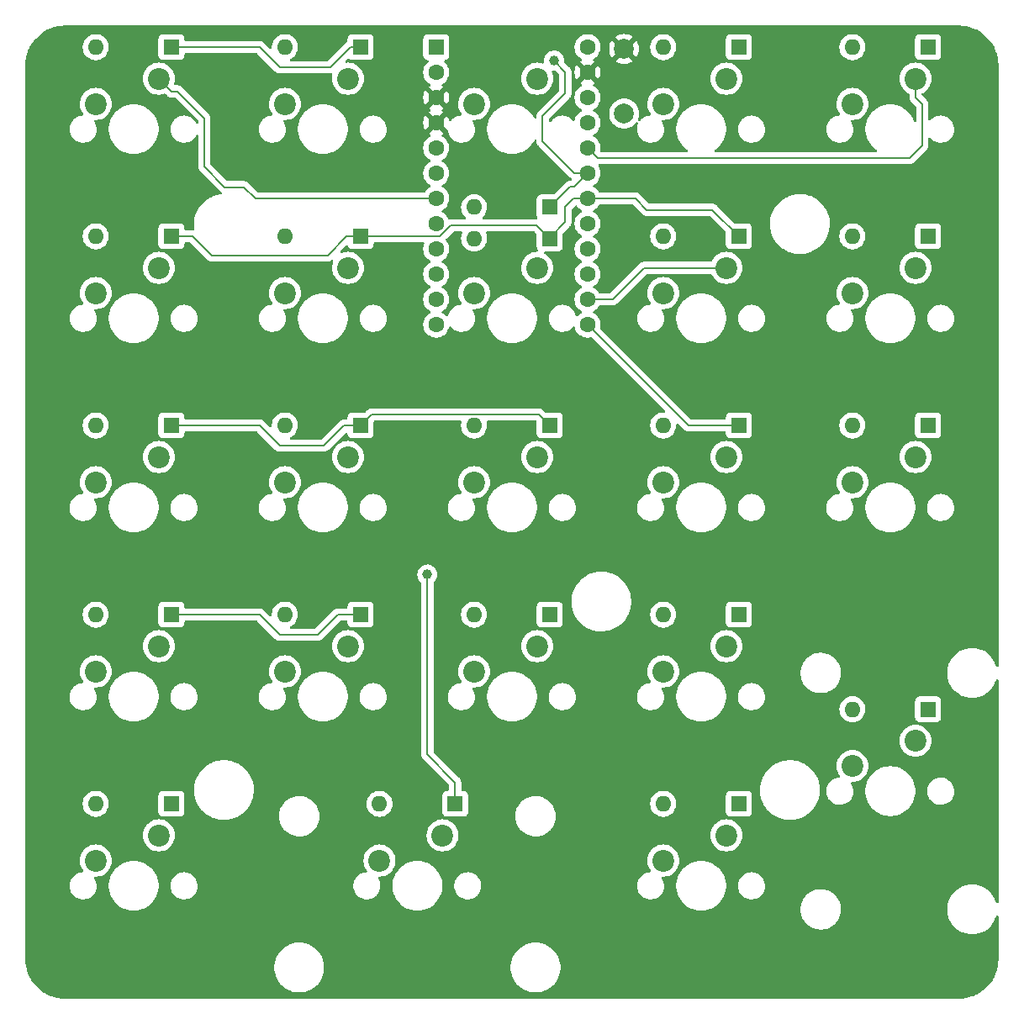
<source format=gtl>
%TF.GenerationSoftware,KiCad,Pcbnew,(6.0.4-0)*%
%TF.CreationDate,2022-04-04T05:09:49+09:00*%
%TF.ProjectId,mytenkey,6d797465-6e6b-4657-992e-6b696361645f,rev?*%
%TF.SameCoordinates,Original*%
%TF.FileFunction,Copper,L1,Top*%
%TF.FilePolarity,Positive*%
%FSLAX46Y46*%
G04 Gerber Fmt 4.6, Leading zero omitted, Abs format (unit mm)*
G04 Created by KiCad (PCBNEW (6.0.4-0)) date 2022-04-04 05:09:49*
%MOMM*%
%LPD*%
G01*
G04 APERTURE LIST*
%TA.AperFunction,ComponentPad*%
%ADD10R,1.600000X1.600000*%
%TD*%
%TA.AperFunction,ComponentPad*%
%ADD11O,1.600000X1.600000*%
%TD*%
%TA.AperFunction,ComponentPad*%
%ADD12C,2.200000*%
%TD*%
%TA.AperFunction,ComponentPad*%
%ADD13C,1.600000*%
%TD*%
%TA.AperFunction,ComponentPad*%
%ADD14C,2.000000*%
%TD*%
%TA.AperFunction,ViaPad*%
%ADD15C,1.000000*%
%TD*%
%TA.AperFunction,Conductor*%
%ADD16C,0.200000*%
%TD*%
G04 APERTURE END LIST*
D10*
%TO.P,D23,1,K*%
%TO.N,R5*%
X171910000Y-114850000D03*
D11*
%TO.P,D23,2,A*%
%TO.N,Net-(D23-Pad2)*%
X164290000Y-114850000D03*
%TD*%
D12*
%TO.P,SW22,1,1*%
%TO.N,C5*%
X170640000Y-89450000D03*
%TO.P,SW22,2,2*%
%TO.N,Net-(D22-Pad2)*%
X164290000Y-91990000D03*
%TD*%
%TO.P,SW15,1,1*%
%TO.N,C4*%
X151590000Y-51350000D03*
%TO.P,SW15,2,2*%
%TO.N,Net-(D15-Pad2)*%
X145240000Y-53890000D03*
%TD*%
%TO.P,SW3,1,1*%
%TO.N,C1*%
X94440000Y-89450000D03*
%TO.P,SW3,2,2*%
%TO.N,Net-(D3-Pad2)*%
X88090000Y-91990000D03*
%TD*%
D10*
%TO.P,D1,1,K*%
%TO.N,R1*%
X95710000Y-48175000D03*
D11*
%TO.P,D1,2,A*%
%TO.N,Net-(D1-Pad2)*%
X88090000Y-48175000D03*
%TD*%
D10*
%TO.P,D8,1,K*%
%TO.N,R3*%
X114760000Y-86275000D03*
D11*
%TO.P,D8,2,A*%
%TO.N,Net-(D8-Pad2)*%
X107140000Y-86275000D03*
%TD*%
D10*
%TO.P,D4,1,K*%
%TO.N,R4*%
X95710000Y-105325000D03*
D11*
%TO.P,D4,2,A*%
%TO.N,Net-(D4-Pad2)*%
X88090000Y-105325000D03*
%TD*%
D10*
%TO.P,D22,1,K*%
%TO.N,R3*%
X171910000Y-86275000D03*
D11*
%TO.P,D22,2,A*%
%TO.N,Net-(D22-Pad2)*%
X164290000Y-86275000D03*
%TD*%
D12*
%TO.P,SW19,1,1*%
%TO.N,C4*%
X151590000Y-127550000D03*
%TO.P,SW19,2,2*%
%TO.N,Net-(D19-Pad2)*%
X145240000Y-130090000D03*
%TD*%
D10*
%TO.P,D10,1,K*%
%TO.N,R5*%
X124285000Y-124375000D03*
D11*
%TO.P,D10,2,A*%
%TO.N,Net-(D10-Pad2)*%
X116665000Y-124375000D03*
%TD*%
D10*
%TO.P,D20,1,K*%
%TO.N,R1*%
X171910000Y-48175000D03*
D11*
%TO.P,D20,2,A*%
%TO.N,Net-(D20-Pad2)*%
X164290000Y-48175000D03*
%TD*%
D10*
%TO.P,D5,1,K*%
%TO.N,R5*%
X95710000Y-124375000D03*
D11*
%TO.P,D5,2,A*%
%TO.N,Net-(D5-Pad2)*%
X88090000Y-124375000D03*
%TD*%
D10*
%TO.P,D13,1,K*%
%TO.N,R3*%
X133810000Y-86275000D03*
D11*
%TO.P,D13,2,A*%
%TO.N,Net-(D13-Pad2)*%
X126190000Y-86275000D03*
%TD*%
D12*
%TO.P,SW7,1,1*%
%TO.N,C2*%
X113490000Y-70400000D03*
%TO.P,SW7,2,2*%
%TO.N,Net-(D7-Pad2)*%
X107140000Y-72940000D03*
%TD*%
D10*
%TO.P,D16,1,K*%
%TO.N,R2*%
X152860000Y-67225000D03*
D11*
%TO.P,D16,2,A*%
%TO.N,Net-(D16-Pad2)*%
X145240000Y-67225000D03*
%TD*%
D10*
%TO.P,U1,1,TX*%
%TO.N,unconnected-(U1-Pad1)*%
X122380000Y-48175000D03*
D13*
%TO.P,U1,2,RX*%
%TO.N,unconnected-(U1-Pad2)*%
X122380000Y-50715000D03*
%TO.P,U1,3,GND*%
%TO.N,GND*%
X122380000Y-53255000D03*
%TO.P,U1,4,GND*%
X122380000Y-55795000D03*
%TO.P,U1,5,SDA*%
%TO.N,unconnected-(U1-Pad5)*%
X122380000Y-58335000D03*
%TO.P,U1,6,SCL*%
%TO.N,unconnected-(U1-Pad6)*%
X122380000Y-60875000D03*
%TO.P,U1,7,D4*%
%TO.N,C1*%
X122380000Y-63415000D03*
%TO.P,U1,8,C6*%
%TO.N,C2*%
X122380000Y-65955000D03*
%TO.P,U1,9,D7*%
%TO.N,unconnected-(U1-Pad9)*%
X122380000Y-68495000D03*
%TO.P,U1,10,E6*%
%TO.N,unconnected-(U1-Pad10)*%
X122380000Y-71035000D03*
%TO.P,U1,11,B4*%
%TO.N,R4*%
X122380000Y-73575000D03*
%TO.P,U1,12,B5*%
%TO.N,R5*%
X122380000Y-76115000D03*
%TO.P,U1,13,B6*%
%TO.N,R3*%
X137620000Y-76115000D03*
%TO.P,U1,14,B2*%
%TO.N,C4*%
X137620000Y-73575000D03*
%TO.P,U1,15,B3*%
%TO.N,unconnected-(U1-Pad15)*%
X137620000Y-71035000D03*
%TO.P,U1,16,B1*%
%TO.N,unconnected-(U1-Pad16)*%
X137620000Y-68495000D03*
%TO.P,U1,17,F7*%
%TO.N,C3*%
X137620000Y-65955000D03*
%TO.P,U1,18,F6*%
%TO.N,R2*%
X137620000Y-63415000D03*
%TO.P,U1,19,F5*%
%TO.N,R1*%
X137620000Y-60875000D03*
%TO.P,U1,20,F4*%
%TO.N,C5*%
X137620000Y-58335000D03*
%TO.P,U1,21,VCC*%
%TO.N,VCC*%
X137620000Y-55795000D03*
%TO.P,U1,22,RST*%
%TO.N,Net-(SW24-Pad1)*%
X137620000Y-53255000D03*
%TO.P,U1,23,GND*%
%TO.N,GND*%
X137620000Y-50715000D03*
%TO.P,U1,24,RAW*%
%TO.N,unconnected-(U1-Pad24)*%
X137620000Y-48175000D03*
%TD*%
D12*
%TO.P,SW18,1,1*%
%TO.N,C4*%
X151590000Y-108500000D03*
%TO.P,SW18,2,2*%
%TO.N,Net-(D18-Pad2)*%
X145240000Y-111040000D03*
%TD*%
%TO.P,SW5,1,1*%
%TO.N,C1*%
X94440000Y-127550000D03*
%TO.P,SW5,2,2*%
%TO.N,Net-(D5-Pad2)*%
X88090000Y-130090000D03*
%TD*%
D10*
%TO.P,D7,1,K*%
%TO.N,R2*%
X114760000Y-67225000D03*
D11*
%TO.P,D7,2,A*%
%TO.N,Net-(D7-Pad2)*%
X107140000Y-67225000D03*
%TD*%
D10*
%TO.P,D21,1,K*%
%TO.N,R2*%
X171910000Y-67225000D03*
D11*
%TO.P,D21,2,A*%
%TO.N,Net-(D21-Pad2)*%
X164290000Y-67225000D03*
%TD*%
D12*
%TO.P,SW12,1,1*%
%TO.N,C3*%
X132540000Y-70400000D03*
%TO.P,SW12,2,2*%
%TO.N,Net-(D12-Pad2)*%
X126190000Y-72940000D03*
%TD*%
%TO.P,SW16,1,1*%
%TO.N,C4*%
X151590000Y-70400000D03*
%TO.P,SW16,2,2*%
%TO.N,Net-(D16-Pad2)*%
X145240000Y-72940000D03*
%TD*%
%TO.P,SW13,1,1*%
%TO.N,C3*%
X132540000Y-89450000D03*
%TO.P,SW13,2,2*%
%TO.N,Net-(D13-Pad2)*%
X126190000Y-91990000D03*
%TD*%
D10*
%TO.P,D11,1,K*%
%TO.N,R1*%
X133810000Y-64300000D03*
D11*
%TO.P,D11,2,A*%
%TO.N,Net-(D11-Pad2)*%
X126190000Y-64300000D03*
%TD*%
D10*
%TO.P,D17,1,K*%
%TO.N,R3*%
X152860000Y-86275000D03*
D11*
%TO.P,D17,2,A*%
%TO.N,Net-(D17-Pad2)*%
X145240000Y-86275000D03*
%TD*%
D12*
%TO.P,SW4,1,1*%
%TO.N,C1*%
X94440000Y-108500000D03*
%TO.P,SW4,2,2*%
%TO.N,Net-(D4-Pad2)*%
X88090000Y-111040000D03*
%TD*%
%TO.P,SW6,1,1*%
%TO.N,C2*%
X113490000Y-51350000D03*
%TO.P,SW6,2,2*%
%TO.N,Net-(D6-Pad2)*%
X107140000Y-53890000D03*
%TD*%
%TO.P,SW9,1,1*%
%TO.N,C2*%
X113490000Y-108500000D03*
%TO.P,SW9,2,2*%
%TO.N,Net-(D9-Pad2)*%
X107140000Y-111040000D03*
%TD*%
%TO.P,SW21,1,1*%
%TO.N,C5*%
X170640000Y-70400000D03*
%TO.P,SW21,2,2*%
%TO.N,Net-(D21-Pad2)*%
X164290000Y-72940000D03*
%TD*%
D10*
%TO.P,D2,1,K*%
%TO.N,R2*%
X95710000Y-67225000D03*
D11*
%TO.P,D2,2,A*%
%TO.N,Net-(D2-Pad2)*%
X88090000Y-67225000D03*
%TD*%
D12*
%TO.P,SW20,1,1*%
%TO.N,C5*%
X170640000Y-51350000D03*
%TO.P,SW20,2,2*%
%TO.N,Net-(D20-Pad2)*%
X164290000Y-53890000D03*
%TD*%
D10*
%TO.P,D12,1,K*%
%TO.N,R2*%
X133810000Y-67437000D03*
D11*
%TO.P,D12,2,A*%
%TO.N,Net-(D12-Pad2)*%
X126190000Y-67437000D03*
%TD*%
D10*
%TO.P,D9,1,K*%
%TO.N,R4*%
X114760000Y-105325000D03*
D11*
%TO.P,D9,2,A*%
%TO.N,Net-(D9-Pad2)*%
X107140000Y-105325000D03*
%TD*%
D12*
%TO.P,SW17,1,1*%
%TO.N,C4*%
X151590000Y-89450000D03*
%TO.P,SW17,2,2*%
%TO.N,Net-(D17-Pad2)*%
X145240000Y-91990000D03*
%TD*%
%TO.P,SW23,1,1*%
%TO.N,C5*%
X170640000Y-118025000D03*
%TO.P,SW23,2,2*%
%TO.N,Net-(D23-Pad2)*%
X164290000Y-120565000D03*
%TD*%
%TO.P,SW8,1,1*%
%TO.N,C2*%
X113490000Y-89450000D03*
%TO.P,SW8,2,2*%
%TO.N,Net-(D8-Pad2)*%
X107140000Y-91990000D03*
%TD*%
D10*
%TO.P,D18,1,K*%
%TO.N,R4*%
X152860000Y-105325000D03*
D11*
%TO.P,D18,2,A*%
%TO.N,Net-(D18-Pad2)*%
X145240000Y-105325000D03*
%TD*%
D12*
%TO.P,SW14,1,1*%
%TO.N,C3*%
X132540000Y-108500000D03*
%TO.P,SW14,2,2*%
%TO.N,Net-(D14-Pad2)*%
X126190000Y-111040000D03*
%TD*%
%TO.P,SW10,1,1*%
%TO.N,C2*%
X123015000Y-127550000D03*
%TO.P,SW10,2,2*%
%TO.N,Net-(D10-Pad2)*%
X116665000Y-130090000D03*
%TD*%
D10*
%TO.P,D3,1,K*%
%TO.N,R3*%
X95710000Y-86275000D03*
D11*
%TO.P,D3,2,A*%
%TO.N,Net-(D3-Pad2)*%
X88090000Y-86275000D03*
%TD*%
D10*
%TO.P,D6,1,K*%
%TO.N,R1*%
X114760000Y-48175000D03*
D11*
%TO.P,D6,2,A*%
%TO.N,Net-(D6-Pad2)*%
X107140000Y-48175000D03*
%TD*%
D12*
%TO.P,SW11,1,1*%
%TO.N,C3*%
X132540000Y-51350000D03*
%TO.P,SW11,2,2*%
%TO.N,Net-(D11-Pad2)*%
X126190000Y-53890000D03*
%TD*%
D10*
%TO.P,D14,1,K*%
%TO.N,R4*%
X133810000Y-105325000D03*
D11*
%TO.P,D14,2,A*%
%TO.N,Net-(D14-Pad2)*%
X126190000Y-105325000D03*
%TD*%
D12*
%TO.P,SW1,1,1*%
%TO.N,C1*%
X94440000Y-51350000D03*
%TO.P,SW1,2,2*%
%TO.N,Net-(D1-Pad2)*%
X88090000Y-53890000D03*
%TD*%
%TO.P,SW2,1,1*%
%TO.N,C1*%
X94440000Y-70400000D03*
%TO.P,SW2,2,2*%
%TO.N,Net-(D2-Pad2)*%
X88090000Y-72940000D03*
%TD*%
D10*
%TO.P,D15,1,K*%
%TO.N,R1*%
X152860000Y-48175000D03*
D11*
%TO.P,D15,2,A*%
%TO.N,Net-(D15-Pad2)*%
X145240000Y-48175000D03*
%TD*%
D10*
%TO.P,D19,1,K*%
%TO.N,R5*%
X152860000Y-124375000D03*
D11*
%TO.P,D19,2,A*%
%TO.N,Net-(D19-Pad2)*%
X145240000Y-124375000D03*
%TD*%
D14*
%TO.P,SW24,1,1*%
%TO.N,Net-(SW24-Pad1)*%
X141300200Y-54861600D03*
%TO.P,SW24,2,2*%
%TO.N,GND*%
X141300200Y-48361600D03*
%TD*%
D15*
%TO.N,R1*%
X134233000Y-49530000D03*
%TO.N,R5*%
X121488200Y-101295200D03*
%TD*%
D16*
%TO.N,R1*%
X113744000Y-48175000D02*
X114760000Y-48175000D01*
X104600000Y-48175000D02*
X106632000Y-50207000D01*
X136313000Y-60875000D02*
X137620000Y-60875000D01*
X135382000Y-52832000D02*
X133096000Y-55118000D01*
X134239000Y-49530000D02*
X135382000Y-50673000D01*
X133096000Y-55118000D02*
X133096000Y-57658000D01*
X134233000Y-49530000D02*
X134239000Y-49530000D01*
X133810000Y-64300000D02*
X135880000Y-62230000D01*
X136265000Y-62230000D02*
X137620000Y-60875000D01*
X106632000Y-50207000D02*
X111712000Y-50207000D01*
X135880000Y-62230000D02*
X136265000Y-62230000D01*
X135382000Y-50673000D02*
X135382000Y-52832000D01*
X111712000Y-50207000D02*
X113744000Y-48175000D01*
X133096000Y-57658000D02*
X136313000Y-60875000D01*
X95710000Y-48175000D02*
X104600000Y-48175000D01*
%TO.N,R2*%
X114760000Y-67225000D02*
X122763954Y-67225000D01*
X150193000Y-64558000D02*
X143589000Y-64558000D01*
X99746614Y-69130000D02*
X97841614Y-67225000D01*
X97841614Y-67225000D02*
X95710000Y-67225000D01*
X114760000Y-67225000D02*
X113363000Y-67225000D01*
X122763954Y-67225000D02*
X123863465Y-66125489D01*
X135382000Y-64262000D02*
X135382000Y-65786000D01*
X137620000Y-63415000D02*
X136229000Y-63415000D01*
X113363000Y-67225000D02*
X111458000Y-69130000D01*
X133810000Y-67437000D02*
X132498489Y-66125489D01*
X143589000Y-64558000D02*
X142446000Y-63415000D01*
X152860000Y-67225000D02*
X150193000Y-64558000D01*
X142446000Y-63415000D02*
X137620000Y-63415000D01*
X132498489Y-66125489D02*
X123863465Y-66125489D01*
X133810000Y-67358000D02*
X133810000Y-67437000D01*
X136229000Y-63415000D02*
X135382000Y-64262000D01*
X111458000Y-69130000D02*
X99746614Y-69130000D01*
X135382000Y-65786000D02*
X133810000Y-67358000D01*
%TO.N,R3*%
X111077000Y-88307000D02*
X113109000Y-86275000D01*
X95710000Y-86275000D02*
X104600000Y-86275000D01*
X133810000Y-86275000D02*
X132710489Y-85175489D01*
X106632000Y-88307000D02*
X111077000Y-88307000D01*
X113109000Y-86275000D02*
X114760000Y-86275000D01*
X132710489Y-85175489D02*
X115859511Y-85175489D01*
X152860000Y-86275000D02*
X147780000Y-86275000D01*
X115859511Y-85175489D02*
X114760000Y-86275000D01*
X147780000Y-86275000D02*
X137620000Y-76115000D01*
X104600000Y-86275000D02*
X106632000Y-88307000D01*
%TO.N,R4*%
X106632000Y-107357000D02*
X110442000Y-107357000D01*
X95710000Y-105325000D02*
X104600000Y-105325000D01*
X110442000Y-107357000D02*
X112474000Y-105325000D01*
X112474000Y-105325000D02*
X114760000Y-105325000D01*
X104600000Y-105325000D02*
X106632000Y-107357000D01*
%TO.N,R5*%
X121488200Y-119419200D02*
X124285000Y-122216000D01*
X121488200Y-101295200D02*
X121488200Y-119419200D01*
X124285000Y-122216000D02*
X124285000Y-124375000D01*
%TO.N,C1*%
X101092000Y-62280800D02*
X99034600Y-60223400D01*
X96316800Y-52628800D02*
X95718800Y-52628800D01*
X122380000Y-63415000D02*
X104156600Y-63415000D01*
X103022400Y-62280800D02*
X101092000Y-62280800D01*
X99034600Y-55346600D02*
X96316800Y-52628800D01*
X99034600Y-60223400D02*
X99034600Y-55346600D01*
X95718800Y-52628800D02*
X94440000Y-51350000D01*
X104156600Y-63415000D02*
X103022400Y-62280800D01*
%TO.N,C4*%
X143315600Y-70400000D02*
X151590000Y-70400000D01*
X137620000Y-73575000D02*
X140140600Y-73575000D01*
X140140600Y-73575000D02*
X143315600Y-70400000D01*
%TO.N,C5*%
X170640000Y-53241200D02*
X171323000Y-53924200D01*
X170027600Y-59359800D02*
X138644800Y-59359800D01*
X170640000Y-51350000D02*
X170640000Y-53241200D01*
X138644800Y-59359800D02*
X137620000Y-58335000D01*
X171323000Y-58064400D02*
X170027600Y-59359800D01*
X171323000Y-53924200D02*
X171323000Y-58064400D01*
%TD*%
%TA.AperFunction,Conductor*%
%TO.N,GND*%
G36*
X174950676Y-46001285D02*
G01*
X174979838Y-46004556D01*
X174985963Y-46005243D01*
X175019207Y-46002452D01*
X175035554Y-46002144D01*
X175363210Y-46017292D01*
X175374798Y-46018366D01*
X175729142Y-46067795D01*
X175740582Y-46069934D01*
X176088854Y-46151846D01*
X176100030Y-46155026D01*
X176269651Y-46211878D01*
X176439262Y-46268726D01*
X176450114Y-46272930D01*
X176777401Y-46417441D01*
X176787819Y-46422629D01*
X177100374Y-46596722D01*
X177110269Y-46602848D01*
X177405431Y-46805038D01*
X177414719Y-46812052D01*
X177689971Y-47040618D01*
X177698571Y-47048459D01*
X177951541Y-47301429D01*
X177959382Y-47310029D01*
X178187948Y-47585281D01*
X178194962Y-47594569D01*
X178397152Y-47889731D01*
X178403278Y-47899626D01*
X178577371Y-48212181D01*
X178582559Y-48222599D01*
X178727070Y-48549886D01*
X178731274Y-48560738D01*
X178773573Y-48686939D01*
X178818410Y-48820713D01*
X178844971Y-48899961D01*
X178848154Y-48911146D01*
X178920806Y-49220045D01*
X178930066Y-49259418D01*
X178932205Y-49270858D01*
X178981634Y-49625202D01*
X178982708Y-49636791D01*
X178992773Y-49854485D01*
X178997196Y-49950161D01*
X178996545Y-49970020D01*
X178994757Y-49985963D01*
X178995273Y-49992107D01*
X178999058Y-50037183D01*
X178999500Y-50047726D01*
X178999500Y-110478811D01*
X178979498Y-110546932D01*
X178925842Y-110593425D01*
X178855568Y-110603529D01*
X178790988Y-110574035D01*
X178751459Y-110510146D01*
X178731429Y-110432133D01*
X178731423Y-110432113D01*
X178730443Y-110428298D01*
X178614247Y-110134821D01*
X178591804Y-110093997D01*
X178464093Y-109861693D01*
X178464091Y-109861690D01*
X178462184Y-109858221D01*
X178276654Y-109602860D01*
X178060582Y-109372767D01*
X177817375Y-109171568D01*
X177550869Y-109002438D01*
X177547290Y-109000754D01*
X177547283Y-109000750D01*
X177268856Y-108869733D01*
X177268852Y-108869731D01*
X177265266Y-108868044D01*
X176965072Y-108770505D01*
X176655020Y-108711359D01*
X176418838Y-108696500D01*
X176261162Y-108696500D01*
X176024980Y-108711359D01*
X175714928Y-108770505D01*
X175414734Y-108868044D01*
X175411148Y-108869731D01*
X175411144Y-108869733D01*
X175132717Y-109000750D01*
X175132710Y-109000754D01*
X175129131Y-109002438D01*
X174862625Y-109171568D01*
X174619418Y-109372767D01*
X174403346Y-109602860D01*
X174217816Y-109858221D01*
X174215909Y-109861690D01*
X174215907Y-109861693D01*
X174088196Y-110093997D01*
X174065753Y-110134821D01*
X173949557Y-110428298D01*
X173871060Y-110734025D01*
X173831500Y-111047179D01*
X173831500Y-111362821D01*
X173871060Y-111675975D01*
X173949557Y-111981702D01*
X173951010Y-111985371D01*
X173951010Y-111985372D01*
X174050803Y-112237419D01*
X174065753Y-112275179D01*
X174067659Y-112278647D01*
X174067660Y-112278648D01*
X174175623Y-112475030D01*
X174217816Y-112551779D01*
X174302310Y-112668075D01*
X174400555Y-112803298D01*
X174403346Y-112807140D01*
X174619418Y-113037233D01*
X174862625Y-113238432D01*
X175129131Y-113407562D01*
X175132710Y-113409246D01*
X175132717Y-113409250D01*
X175411144Y-113540267D01*
X175411148Y-113540269D01*
X175414734Y-113541956D01*
X175714928Y-113639495D01*
X176024980Y-113698641D01*
X176261162Y-113713500D01*
X176418838Y-113713500D01*
X176655020Y-113698641D01*
X176965072Y-113639495D01*
X177265266Y-113541956D01*
X177268852Y-113540269D01*
X177268856Y-113540267D01*
X177547283Y-113409250D01*
X177547290Y-113409246D01*
X177550869Y-113407562D01*
X177817375Y-113238432D01*
X178060582Y-113037233D01*
X178276654Y-112807140D01*
X178279446Y-112803298D01*
X178377690Y-112668075D01*
X178462184Y-112551779D01*
X178504378Y-112475030D01*
X178612340Y-112278648D01*
X178612341Y-112278647D01*
X178614247Y-112275179D01*
X178629198Y-112237419D01*
X178728990Y-111985372D01*
X178728990Y-111985371D01*
X178730443Y-111981702D01*
X178731424Y-111977881D01*
X178731429Y-111977867D01*
X178751459Y-111899854D01*
X178787773Y-111838848D01*
X178851305Y-111807159D01*
X178921884Y-111814849D01*
X178977102Y-111859476D01*
X178999500Y-111931189D01*
X178999500Y-134278811D01*
X178979498Y-134346932D01*
X178925842Y-134393425D01*
X178855568Y-134403529D01*
X178790988Y-134374035D01*
X178751459Y-134310146D01*
X178731429Y-134232133D01*
X178731423Y-134232113D01*
X178730443Y-134228298D01*
X178635500Y-133988500D01*
X178615702Y-133938495D01*
X178615700Y-133938490D01*
X178614247Y-133934821D01*
X178578335Y-133869497D01*
X178464093Y-133661693D01*
X178464091Y-133661690D01*
X178462184Y-133658221D01*
X178282112Y-133410372D01*
X178278982Y-133406064D01*
X178278981Y-133406062D01*
X178276654Y-133402860D01*
X178060582Y-133172767D01*
X177817375Y-132971568D01*
X177550869Y-132802438D01*
X177547290Y-132800754D01*
X177547283Y-132800750D01*
X177268856Y-132669733D01*
X177268852Y-132669731D01*
X177265266Y-132668044D01*
X176965072Y-132570505D01*
X176655020Y-132511359D01*
X176418838Y-132496500D01*
X176261162Y-132496500D01*
X176024980Y-132511359D01*
X175714928Y-132570505D01*
X175414734Y-132668044D01*
X175411148Y-132669731D01*
X175411144Y-132669733D01*
X175132717Y-132800750D01*
X175132710Y-132800754D01*
X175129131Y-132802438D01*
X174862625Y-132971568D01*
X174619418Y-133172767D01*
X174403346Y-133402860D01*
X174401019Y-133406062D01*
X174401018Y-133406064D01*
X174397888Y-133410372D01*
X174217816Y-133658221D01*
X174215909Y-133661690D01*
X174215907Y-133661693D01*
X174101665Y-133869497D01*
X174065753Y-133934821D01*
X174064300Y-133938490D01*
X174064298Y-133938495D01*
X174044500Y-133988500D01*
X173949557Y-134228298D01*
X173871060Y-134534025D01*
X173831500Y-134847179D01*
X173831500Y-135162821D01*
X173871060Y-135475975D01*
X173949557Y-135781702D01*
X174065753Y-136075179D01*
X174067659Y-136078647D01*
X174067660Y-136078648D01*
X174167363Y-136260005D01*
X174217816Y-136351779D01*
X174403346Y-136607140D01*
X174619418Y-136837233D01*
X174862625Y-137038432D01*
X175129131Y-137207562D01*
X175132710Y-137209246D01*
X175132717Y-137209250D01*
X175411144Y-137340267D01*
X175411148Y-137340269D01*
X175414734Y-137341956D01*
X175714928Y-137439495D01*
X176024980Y-137498641D01*
X176261162Y-137513500D01*
X176418838Y-137513500D01*
X176655020Y-137498641D01*
X176965072Y-137439495D01*
X177265266Y-137341956D01*
X177268852Y-137340269D01*
X177268856Y-137340267D01*
X177547283Y-137209250D01*
X177547290Y-137209246D01*
X177550869Y-137207562D01*
X177817375Y-137038432D01*
X178060582Y-136837233D01*
X178276654Y-136607140D01*
X178462184Y-136351779D01*
X178512638Y-136260005D01*
X178612340Y-136078648D01*
X178612341Y-136078647D01*
X178614247Y-136075179D01*
X178730443Y-135781702D01*
X178731424Y-135777881D01*
X178731429Y-135777867D01*
X178751459Y-135699854D01*
X178787773Y-135638848D01*
X178851305Y-135607159D01*
X178921884Y-135614849D01*
X178977102Y-135659476D01*
X178999500Y-135731189D01*
X178999500Y-139936631D01*
X178998715Y-139950676D01*
X178994757Y-139985963D01*
X178997548Y-140019207D01*
X178997856Y-140035554D01*
X178995010Y-140097119D01*
X178982708Y-140363209D01*
X178981634Y-140374798D01*
X178932205Y-140729142D01*
X178930066Y-140740582D01*
X178861584Y-141031753D01*
X178848156Y-141088845D01*
X178844971Y-141100039D01*
X178731274Y-141439262D01*
X178727070Y-141450114D01*
X178582559Y-141777401D01*
X178577371Y-141787819D01*
X178403278Y-142100374D01*
X178397152Y-142110269D01*
X178194962Y-142405431D01*
X178187948Y-142414719D01*
X177959382Y-142689971D01*
X177951541Y-142698571D01*
X177698571Y-142951541D01*
X177689971Y-142959382D01*
X177414719Y-143187948D01*
X177405431Y-143194962D01*
X177110269Y-143397152D01*
X177100374Y-143403278D01*
X176787819Y-143577371D01*
X176777401Y-143582559D01*
X176450114Y-143727070D01*
X176439262Y-143731274D01*
X176269650Y-143788123D01*
X176100030Y-143844974D01*
X176088854Y-143848154D01*
X175756835Y-143926243D01*
X175740582Y-143930066D01*
X175729142Y-143932205D01*
X175374798Y-143981634D01*
X175363209Y-143982708D01*
X175049835Y-143997196D01*
X175029980Y-143996545D01*
X175014037Y-143994757D01*
X174972630Y-143998234D01*
X174962817Y-143999058D01*
X174952274Y-143999500D01*
X85063369Y-143999500D01*
X85049324Y-143998715D01*
X85020162Y-143995444D01*
X85014037Y-143994757D01*
X84980793Y-143997548D01*
X84964446Y-143997856D01*
X84636790Y-143982708D01*
X84625202Y-143981634D01*
X84270858Y-143932205D01*
X84259418Y-143930066D01*
X84243165Y-143926243D01*
X83911146Y-143848154D01*
X83899970Y-143844974D01*
X83730350Y-143788123D01*
X83560738Y-143731274D01*
X83549886Y-143727070D01*
X83222599Y-143582559D01*
X83212181Y-143577371D01*
X82899626Y-143403278D01*
X82889731Y-143397152D01*
X82594569Y-143194962D01*
X82585281Y-143187948D01*
X82310029Y-142959382D01*
X82301429Y-142951541D01*
X82048459Y-142698571D01*
X82040618Y-142689971D01*
X81812052Y-142414719D01*
X81805038Y-142405431D01*
X81602848Y-142110269D01*
X81596722Y-142100374D01*
X81422629Y-141787819D01*
X81417441Y-141777401D01*
X81272930Y-141450114D01*
X81268726Y-141439262D01*
X81155029Y-141100039D01*
X81151844Y-141088845D01*
X81138417Y-141031753D01*
X81137492Y-141027821D01*
X106066500Y-141027821D01*
X106106060Y-141340975D01*
X106184557Y-141646702D01*
X106300753Y-141940179D01*
X106452816Y-142216779D01*
X106638346Y-142472140D01*
X106817577Y-142663001D01*
X106847106Y-142694446D01*
X106854418Y-142702233D01*
X107097625Y-142903432D01*
X107364131Y-143072562D01*
X107367710Y-143074246D01*
X107367717Y-143074250D01*
X107646144Y-143205267D01*
X107646148Y-143205269D01*
X107649734Y-143206956D01*
X107949928Y-143304495D01*
X108259980Y-143363641D01*
X108496162Y-143378500D01*
X108653838Y-143378500D01*
X108890020Y-143363641D01*
X109200072Y-143304495D01*
X109500266Y-143206956D01*
X109503852Y-143205269D01*
X109503856Y-143205267D01*
X109782283Y-143074250D01*
X109782290Y-143074246D01*
X109785869Y-143072562D01*
X110052375Y-142903432D01*
X110295582Y-142702233D01*
X110302895Y-142694446D01*
X110332423Y-142663001D01*
X110511654Y-142472140D01*
X110697184Y-142216779D01*
X110849247Y-141940179D01*
X110965443Y-141646702D01*
X111043940Y-141340975D01*
X111083500Y-141027821D01*
X129866500Y-141027821D01*
X129906060Y-141340975D01*
X129984557Y-141646702D01*
X130100753Y-141940179D01*
X130252816Y-142216779D01*
X130438346Y-142472140D01*
X130617577Y-142663001D01*
X130647106Y-142694446D01*
X130654418Y-142702233D01*
X130897625Y-142903432D01*
X131164131Y-143072562D01*
X131167710Y-143074246D01*
X131167717Y-143074250D01*
X131446144Y-143205267D01*
X131446148Y-143205269D01*
X131449734Y-143206956D01*
X131749928Y-143304495D01*
X132059980Y-143363641D01*
X132296162Y-143378500D01*
X132453838Y-143378500D01*
X132690020Y-143363641D01*
X133000072Y-143304495D01*
X133300266Y-143206956D01*
X133303852Y-143205269D01*
X133303856Y-143205267D01*
X133582283Y-143074250D01*
X133582290Y-143074246D01*
X133585869Y-143072562D01*
X133852375Y-142903432D01*
X134095582Y-142702233D01*
X134102895Y-142694446D01*
X134132423Y-142663001D01*
X134311654Y-142472140D01*
X134497184Y-142216779D01*
X134649247Y-141940179D01*
X134765443Y-141646702D01*
X134843940Y-141340975D01*
X134883500Y-141027821D01*
X134883500Y-140712179D01*
X134843940Y-140399025D01*
X134765443Y-140093298D01*
X134746848Y-140046333D01*
X134650702Y-139803495D01*
X134650700Y-139803490D01*
X134649247Y-139799821D01*
X134497184Y-139523221D01*
X134311654Y-139267860D01*
X134095582Y-139037767D01*
X133852375Y-138836568D01*
X133585869Y-138667438D01*
X133582290Y-138665754D01*
X133582283Y-138665750D01*
X133303856Y-138534733D01*
X133303852Y-138534731D01*
X133300266Y-138533044D01*
X133000072Y-138435505D01*
X132690020Y-138376359D01*
X132453838Y-138361500D01*
X132296162Y-138361500D01*
X132059980Y-138376359D01*
X131749928Y-138435505D01*
X131449734Y-138533044D01*
X131446148Y-138534731D01*
X131446144Y-138534733D01*
X131167717Y-138665750D01*
X131167710Y-138665754D01*
X131164131Y-138667438D01*
X130897625Y-138836568D01*
X130654418Y-139037767D01*
X130438346Y-139267860D01*
X130252816Y-139523221D01*
X130100753Y-139799821D01*
X130099300Y-139803490D01*
X130099298Y-139803495D01*
X130003152Y-140046333D01*
X129984557Y-140093298D01*
X129906060Y-140399025D01*
X129866500Y-140712179D01*
X129866500Y-141027821D01*
X111083500Y-141027821D01*
X111083500Y-140712179D01*
X111043940Y-140399025D01*
X110965443Y-140093298D01*
X110946848Y-140046333D01*
X110850702Y-139803495D01*
X110850700Y-139803490D01*
X110849247Y-139799821D01*
X110697184Y-139523221D01*
X110511654Y-139267860D01*
X110295582Y-139037767D01*
X110052375Y-138836568D01*
X109785869Y-138667438D01*
X109782290Y-138665754D01*
X109782283Y-138665750D01*
X109503856Y-138534733D01*
X109503852Y-138534731D01*
X109500266Y-138533044D01*
X109200072Y-138435505D01*
X108890020Y-138376359D01*
X108653838Y-138361500D01*
X108496162Y-138361500D01*
X108259980Y-138376359D01*
X107949928Y-138435505D01*
X107649734Y-138533044D01*
X107646148Y-138534731D01*
X107646144Y-138534733D01*
X107367717Y-138665750D01*
X107367710Y-138665754D01*
X107364131Y-138667438D01*
X107097625Y-138836568D01*
X106854418Y-139037767D01*
X106638346Y-139267860D01*
X106452816Y-139523221D01*
X106300753Y-139799821D01*
X106299300Y-139803490D01*
X106299298Y-139803495D01*
X106203152Y-140046333D01*
X106184557Y-140093298D01*
X106106060Y-140399025D01*
X106066500Y-140712179D01*
X106066500Y-141027821D01*
X81137492Y-141027821D01*
X81069934Y-140740582D01*
X81067795Y-140729142D01*
X81018366Y-140374798D01*
X81017292Y-140363209D01*
X81003143Y-140057170D01*
X81004003Y-140035558D01*
X81004507Y-140031572D01*
X81004507Y-140031567D01*
X81004949Y-140028071D01*
X81005341Y-140000000D01*
X81001101Y-139956758D01*
X81000500Y-139944462D01*
X81000500Y-132565774D01*
X85458102Y-132565774D01*
X85466751Y-132796158D01*
X85514093Y-133021791D01*
X85516051Y-133026750D01*
X85516052Y-133026752D01*
X85573717Y-133172767D01*
X85598776Y-133236221D01*
X85718377Y-133433317D01*
X85721874Y-133437347D01*
X85808438Y-133537103D01*
X85869477Y-133607445D01*
X85873608Y-133610832D01*
X86043627Y-133750240D01*
X86043633Y-133750244D01*
X86047755Y-133753624D01*
X86052391Y-133756263D01*
X86052394Y-133756265D01*
X86161422Y-133818327D01*
X86248114Y-133867675D01*
X86464825Y-133946337D01*
X86470074Y-133947286D01*
X86470077Y-133947287D01*
X86687608Y-133986623D01*
X86687615Y-133986624D01*
X86691692Y-133987361D01*
X86709414Y-133988197D01*
X86714356Y-133988430D01*
X86714363Y-133988430D01*
X86715844Y-133988500D01*
X86877890Y-133988500D01*
X86953057Y-133982122D01*
X87044409Y-133974371D01*
X87044413Y-133974370D01*
X87049720Y-133973920D01*
X87054875Y-133972582D01*
X87054881Y-133972581D01*
X87267703Y-133917343D01*
X87267707Y-133917342D01*
X87272872Y-133916001D01*
X87277738Y-133913809D01*
X87277741Y-133913808D01*
X87478202Y-133823507D01*
X87483075Y-133821312D01*
X87674319Y-133692559D01*
X87710315Y-133658221D01*
X87767769Y-133603412D01*
X87841135Y-133533424D01*
X87978754Y-133348458D01*
X88083240Y-133142949D01*
X88096274Y-133100975D01*
X88150024Y-132927871D01*
X88151607Y-132922773D01*
X88152308Y-132917484D01*
X88169493Y-132787821D01*
X89391500Y-132787821D01*
X89431060Y-133100975D01*
X89509557Y-133406702D01*
X89511010Y-133410371D01*
X89511010Y-133410372D01*
X89621279Y-133688878D01*
X89625753Y-133700179D01*
X89627659Y-133703647D01*
X89627660Y-133703648D01*
X89761603Y-133947287D01*
X89777816Y-133976779D01*
X89922826Y-134176369D01*
X89960555Y-134228298D01*
X89963346Y-134232140D01*
X90179418Y-134462233D01*
X90422625Y-134663432D01*
X90689131Y-134832562D01*
X90692710Y-134834246D01*
X90692717Y-134834250D01*
X90971144Y-134965267D01*
X90971148Y-134965269D01*
X90974734Y-134966956D01*
X91274928Y-135064495D01*
X91584980Y-135123641D01*
X91821162Y-135138500D01*
X91978838Y-135138500D01*
X92215020Y-135123641D01*
X92525072Y-135064495D01*
X92825266Y-134966956D01*
X92828852Y-134965269D01*
X92828856Y-134965267D01*
X93107283Y-134834250D01*
X93107290Y-134834246D01*
X93110869Y-134832562D01*
X93377375Y-134663432D01*
X93620582Y-134462233D01*
X93836654Y-134232140D01*
X93839446Y-134228298D01*
X93877174Y-134176369D01*
X94022184Y-133976779D01*
X94038398Y-133947287D01*
X94172340Y-133703648D01*
X94172341Y-133703647D01*
X94174247Y-133700179D01*
X94178722Y-133688878D01*
X94288990Y-133410372D01*
X94288990Y-133410371D01*
X94290443Y-133406702D01*
X94368940Y-133100975D01*
X94408500Y-132787821D01*
X94408500Y-132565774D01*
X95618102Y-132565774D01*
X95626751Y-132796158D01*
X95674093Y-133021791D01*
X95676051Y-133026750D01*
X95676052Y-133026752D01*
X95733717Y-133172767D01*
X95758776Y-133236221D01*
X95878377Y-133433317D01*
X95881874Y-133437347D01*
X95968438Y-133537103D01*
X96029477Y-133607445D01*
X96033608Y-133610832D01*
X96203627Y-133750240D01*
X96203633Y-133750244D01*
X96207755Y-133753624D01*
X96212391Y-133756263D01*
X96212394Y-133756265D01*
X96321422Y-133818327D01*
X96408114Y-133867675D01*
X96624825Y-133946337D01*
X96630074Y-133947286D01*
X96630077Y-133947287D01*
X96847608Y-133986623D01*
X96847615Y-133986624D01*
X96851692Y-133987361D01*
X96869414Y-133988197D01*
X96874356Y-133988430D01*
X96874363Y-133988430D01*
X96875844Y-133988500D01*
X97037890Y-133988500D01*
X97113057Y-133982122D01*
X97204409Y-133974371D01*
X97204413Y-133974370D01*
X97209720Y-133973920D01*
X97214875Y-133972582D01*
X97214881Y-133972581D01*
X97427703Y-133917343D01*
X97427707Y-133917342D01*
X97432872Y-133916001D01*
X97437738Y-133913809D01*
X97437741Y-133913808D01*
X97638202Y-133823507D01*
X97643075Y-133821312D01*
X97834319Y-133692559D01*
X97870315Y-133658221D01*
X97927769Y-133603412D01*
X98001135Y-133533424D01*
X98138754Y-133348458D01*
X98243240Y-133142949D01*
X98256274Y-133100975D01*
X98310024Y-132927871D01*
X98311607Y-132922773D01*
X98312308Y-132917484D01*
X98341198Y-132699511D01*
X98341198Y-132699506D01*
X98341898Y-132694226D01*
X98340979Y-132669733D01*
X98337076Y-132565774D01*
X114033102Y-132565774D01*
X114041751Y-132796158D01*
X114089093Y-133021791D01*
X114091051Y-133026750D01*
X114091052Y-133026752D01*
X114148717Y-133172767D01*
X114173776Y-133236221D01*
X114293377Y-133433317D01*
X114296874Y-133437347D01*
X114383438Y-133537103D01*
X114444477Y-133607445D01*
X114448608Y-133610832D01*
X114618627Y-133750240D01*
X114618633Y-133750244D01*
X114622755Y-133753624D01*
X114627391Y-133756263D01*
X114627394Y-133756265D01*
X114736422Y-133818327D01*
X114823114Y-133867675D01*
X115039825Y-133946337D01*
X115045074Y-133947286D01*
X115045077Y-133947287D01*
X115262608Y-133986623D01*
X115262615Y-133986624D01*
X115266692Y-133987361D01*
X115284414Y-133988197D01*
X115289356Y-133988430D01*
X115289363Y-133988430D01*
X115290844Y-133988500D01*
X115452890Y-133988500D01*
X115528057Y-133982122D01*
X115619409Y-133974371D01*
X115619413Y-133974370D01*
X115624720Y-133973920D01*
X115629875Y-133972582D01*
X115629881Y-133972581D01*
X115842703Y-133917343D01*
X115842707Y-133917342D01*
X115847872Y-133916001D01*
X115852738Y-133913809D01*
X115852741Y-133913808D01*
X116053202Y-133823507D01*
X116058075Y-133821312D01*
X116249319Y-133692559D01*
X116285315Y-133658221D01*
X116342769Y-133603412D01*
X116416135Y-133533424D01*
X116553754Y-133348458D01*
X116658240Y-133142949D01*
X116671274Y-133100975D01*
X116725024Y-132927871D01*
X116726607Y-132922773D01*
X116727308Y-132917484D01*
X116744493Y-132787821D01*
X117966500Y-132787821D01*
X118006060Y-133100975D01*
X118084557Y-133406702D01*
X118086010Y-133410371D01*
X118086010Y-133410372D01*
X118196279Y-133688878D01*
X118200753Y-133700179D01*
X118202659Y-133703647D01*
X118202660Y-133703648D01*
X118336603Y-133947287D01*
X118352816Y-133976779D01*
X118497826Y-134176369D01*
X118535555Y-134228298D01*
X118538346Y-134232140D01*
X118754418Y-134462233D01*
X118997625Y-134663432D01*
X119264131Y-134832562D01*
X119267710Y-134834246D01*
X119267717Y-134834250D01*
X119546144Y-134965267D01*
X119546148Y-134965269D01*
X119549734Y-134966956D01*
X119849928Y-135064495D01*
X120159980Y-135123641D01*
X120396162Y-135138500D01*
X120553838Y-135138500D01*
X120790020Y-135123641D01*
X121100072Y-135064495D01*
X121400266Y-134966956D01*
X121403852Y-134965269D01*
X121403856Y-134965267D01*
X121682283Y-134834250D01*
X121682290Y-134834246D01*
X121685869Y-134832562D01*
X121952375Y-134663432D01*
X122195582Y-134462233D01*
X122411654Y-134232140D01*
X122414446Y-134228298D01*
X122452174Y-134176369D01*
X122597184Y-133976779D01*
X122613398Y-133947287D01*
X122747340Y-133703648D01*
X122747341Y-133703647D01*
X122749247Y-133700179D01*
X122753722Y-133688878D01*
X122863990Y-133410372D01*
X122863990Y-133410371D01*
X122865443Y-133406702D01*
X122943940Y-133100975D01*
X122983500Y-132787821D01*
X122983500Y-132565774D01*
X124193102Y-132565774D01*
X124201751Y-132796158D01*
X124249093Y-133021791D01*
X124251051Y-133026750D01*
X124251052Y-133026752D01*
X124308717Y-133172767D01*
X124333776Y-133236221D01*
X124453377Y-133433317D01*
X124456874Y-133437347D01*
X124543438Y-133537103D01*
X124604477Y-133607445D01*
X124608608Y-133610832D01*
X124778627Y-133750240D01*
X124778633Y-133750244D01*
X124782755Y-133753624D01*
X124787391Y-133756263D01*
X124787394Y-133756265D01*
X124896422Y-133818327D01*
X124983114Y-133867675D01*
X125199825Y-133946337D01*
X125205074Y-133947286D01*
X125205077Y-133947287D01*
X125422608Y-133986623D01*
X125422615Y-133986624D01*
X125426692Y-133987361D01*
X125444414Y-133988197D01*
X125449356Y-133988430D01*
X125449363Y-133988430D01*
X125450844Y-133988500D01*
X125612890Y-133988500D01*
X125688057Y-133982122D01*
X125779409Y-133974371D01*
X125779413Y-133974370D01*
X125784720Y-133973920D01*
X125789875Y-133972582D01*
X125789881Y-133972581D01*
X126002703Y-133917343D01*
X126002707Y-133917342D01*
X126007872Y-133916001D01*
X126012738Y-133913809D01*
X126012741Y-133913808D01*
X126213202Y-133823507D01*
X126218075Y-133821312D01*
X126409319Y-133692559D01*
X126445315Y-133658221D01*
X126502769Y-133603412D01*
X126576135Y-133533424D01*
X126713754Y-133348458D01*
X126818240Y-133142949D01*
X126831274Y-133100975D01*
X126885024Y-132927871D01*
X126886607Y-132922773D01*
X126887308Y-132917484D01*
X126916198Y-132699511D01*
X126916198Y-132699506D01*
X126916898Y-132694226D01*
X126915979Y-132669733D01*
X126912076Y-132565774D01*
X142608102Y-132565774D01*
X142616751Y-132796158D01*
X142664093Y-133021791D01*
X142666051Y-133026750D01*
X142666052Y-133026752D01*
X142723717Y-133172767D01*
X142748776Y-133236221D01*
X142868377Y-133433317D01*
X142871874Y-133437347D01*
X142958438Y-133537103D01*
X143019477Y-133607445D01*
X143023608Y-133610832D01*
X143193627Y-133750240D01*
X143193633Y-133750244D01*
X143197755Y-133753624D01*
X143202391Y-133756263D01*
X143202394Y-133756265D01*
X143311422Y-133818327D01*
X143398114Y-133867675D01*
X143614825Y-133946337D01*
X143620074Y-133947286D01*
X143620077Y-133947287D01*
X143837608Y-133986623D01*
X143837615Y-133986624D01*
X143841692Y-133987361D01*
X143859414Y-133988197D01*
X143864356Y-133988430D01*
X143864363Y-133988430D01*
X143865844Y-133988500D01*
X144027890Y-133988500D01*
X144103057Y-133982122D01*
X144194409Y-133974371D01*
X144194413Y-133974370D01*
X144199720Y-133973920D01*
X144204875Y-133972582D01*
X144204881Y-133972581D01*
X144417703Y-133917343D01*
X144417707Y-133917342D01*
X144422872Y-133916001D01*
X144427738Y-133913809D01*
X144427741Y-133913808D01*
X144628202Y-133823507D01*
X144633075Y-133821312D01*
X144824319Y-133692559D01*
X144860315Y-133658221D01*
X144917769Y-133603412D01*
X144991135Y-133533424D01*
X145128754Y-133348458D01*
X145233240Y-133142949D01*
X145246274Y-133100975D01*
X145300024Y-132927871D01*
X145301607Y-132922773D01*
X145302308Y-132917484D01*
X145319493Y-132787821D01*
X146541500Y-132787821D01*
X146581060Y-133100975D01*
X146659557Y-133406702D01*
X146661010Y-133410371D01*
X146661010Y-133410372D01*
X146771279Y-133688878D01*
X146775753Y-133700179D01*
X146777659Y-133703647D01*
X146777660Y-133703648D01*
X146911603Y-133947287D01*
X146927816Y-133976779D01*
X147072826Y-134176369D01*
X147110555Y-134228298D01*
X147113346Y-134232140D01*
X147329418Y-134462233D01*
X147572625Y-134663432D01*
X147839131Y-134832562D01*
X147842710Y-134834246D01*
X147842717Y-134834250D01*
X148121144Y-134965267D01*
X148121148Y-134965269D01*
X148124734Y-134966956D01*
X148424928Y-135064495D01*
X148734980Y-135123641D01*
X148971162Y-135138500D01*
X149128838Y-135138500D01*
X149365020Y-135123641D01*
X149675072Y-135064495D01*
X149975266Y-134966956D01*
X149978852Y-134965269D01*
X149978856Y-134965267D01*
X150045602Y-134933859D01*
X159062776Y-134933859D01*
X159062929Y-134938247D01*
X159062929Y-134938253D01*
X159070909Y-135166753D01*
X159072701Y-135218078D01*
X159122085Y-135498150D01*
X159123440Y-135502321D01*
X159123442Y-135502328D01*
X159174503Y-135659476D01*
X159209967Y-135768623D01*
X159211895Y-135772576D01*
X159211897Y-135772581D01*
X159214482Y-135777881D01*
X159334637Y-136024233D01*
X159337092Y-136027872D01*
X159337095Y-136027878D01*
X159366522Y-136071505D01*
X159493667Y-136260005D01*
X159683963Y-136471350D01*
X159901820Y-136654154D01*
X160142998Y-136804859D01*
X160402804Y-136920531D01*
X160676179Y-136998921D01*
X160680533Y-136999533D01*
X160680538Y-136999534D01*
X160850770Y-137023458D01*
X160957804Y-137038500D01*
X161171018Y-137038500D01*
X161173204Y-137038347D01*
X161173208Y-137038347D01*
X161379315Y-137023935D01*
X161379320Y-137023934D01*
X161383700Y-137023628D01*
X161661877Y-136964499D01*
X161666006Y-136962996D01*
X161666010Y-136962995D01*
X161924974Y-136868740D01*
X161924978Y-136868738D01*
X161929119Y-136867231D01*
X161933009Y-136865163D01*
X161933015Y-136865160D01*
X162176330Y-136735787D01*
X162176336Y-136735783D01*
X162180222Y-136733717D01*
X162183782Y-136731130D01*
X162183786Y-136731128D01*
X162406738Y-136569145D01*
X162406741Y-136569142D01*
X162410301Y-136566556D01*
X162505960Y-136474179D01*
X162611710Y-136372057D01*
X162611714Y-136372053D01*
X162614875Y-136369000D01*
X162789965Y-136144896D01*
X162859630Y-136024233D01*
X162929956Y-135902425D01*
X162929959Y-135902420D01*
X162932161Y-135898605D01*
X162933811Y-135894521D01*
X162933814Y-135894515D01*
X163037047Y-135639002D01*
X163038696Y-135634921D01*
X163107497Y-135358976D01*
X163127701Y-135166753D01*
X163136765Y-135080510D01*
X163136765Y-135080507D01*
X163137224Y-135076141D01*
X163137071Y-135071747D01*
X163127453Y-134796319D01*
X163127452Y-134796313D01*
X163127299Y-134791922D01*
X163077915Y-134511850D01*
X163076560Y-134507679D01*
X163076558Y-134507672D01*
X162991394Y-134245566D01*
X162990033Y-134241377D01*
X162986936Y-134235026D01*
X162924773Y-134107575D01*
X162865363Y-133985767D01*
X162862908Y-133982128D01*
X162862905Y-133982122D01*
X162708792Y-133753641D01*
X162706333Y-133749995D01*
X162516037Y-133538650D01*
X162298180Y-133355846D01*
X162057002Y-133205141D01*
X161797196Y-133089469D01*
X161523821Y-133011079D01*
X161519467Y-133010467D01*
X161519462Y-133010466D01*
X161345833Y-132986065D01*
X161242196Y-132971500D01*
X161028982Y-132971500D01*
X161026796Y-132971653D01*
X161026792Y-132971653D01*
X160820685Y-132986065D01*
X160820680Y-132986066D01*
X160816300Y-132986372D01*
X160538123Y-133045501D01*
X160533994Y-133047004D01*
X160533990Y-133047005D01*
X160275026Y-133141260D01*
X160275022Y-133141262D01*
X160270881Y-133142769D01*
X160266991Y-133144837D01*
X160266985Y-133144840D01*
X160023670Y-133274213D01*
X160023664Y-133274217D01*
X160019778Y-133276283D01*
X160016218Y-133278870D01*
X160016214Y-133278872D01*
X159793262Y-133440855D01*
X159789699Y-133443444D01*
X159786535Y-133446500D01*
X159786532Y-133446502D01*
X159588290Y-133637943D01*
X159588286Y-133637947D01*
X159585125Y-133641000D01*
X159582418Y-133644465D01*
X159582416Y-133644467D01*
X159538889Y-133700179D01*
X159410035Y-133865104D01*
X159407832Y-133868920D01*
X159338089Y-133989719D01*
X159267839Y-134111395D01*
X159266189Y-134115479D01*
X159266186Y-134115485D01*
X159200199Y-134278811D01*
X159161304Y-134375079D01*
X159092503Y-134651024D01*
X159092044Y-134655392D01*
X159092043Y-134655397D01*
X159071886Y-134847179D01*
X159062776Y-134933859D01*
X150045602Y-134933859D01*
X150257283Y-134834250D01*
X150257290Y-134834246D01*
X150260869Y-134832562D01*
X150527375Y-134663432D01*
X150770582Y-134462233D01*
X150986654Y-134232140D01*
X150989446Y-134228298D01*
X151027174Y-134176369D01*
X151172184Y-133976779D01*
X151188398Y-133947287D01*
X151322340Y-133703648D01*
X151322341Y-133703647D01*
X151324247Y-133700179D01*
X151328722Y-133688878D01*
X151438990Y-133410372D01*
X151438990Y-133410371D01*
X151440443Y-133406702D01*
X151518940Y-133100975D01*
X151558500Y-132787821D01*
X151558500Y-132565774D01*
X152768102Y-132565774D01*
X152776751Y-132796158D01*
X152824093Y-133021791D01*
X152826051Y-133026750D01*
X152826052Y-133026752D01*
X152883717Y-133172767D01*
X152908776Y-133236221D01*
X153028377Y-133433317D01*
X153031874Y-133437347D01*
X153118438Y-133537103D01*
X153179477Y-133607445D01*
X153183608Y-133610832D01*
X153353627Y-133750240D01*
X153353633Y-133750244D01*
X153357755Y-133753624D01*
X153362391Y-133756263D01*
X153362394Y-133756265D01*
X153471422Y-133818327D01*
X153558114Y-133867675D01*
X153774825Y-133946337D01*
X153780074Y-133947286D01*
X153780077Y-133947287D01*
X153997608Y-133986623D01*
X153997615Y-133986624D01*
X154001692Y-133987361D01*
X154019414Y-133988197D01*
X154024356Y-133988430D01*
X154024363Y-133988430D01*
X154025844Y-133988500D01*
X154187890Y-133988500D01*
X154263057Y-133982122D01*
X154354409Y-133974371D01*
X154354413Y-133974370D01*
X154359720Y-133973920D01*
X154364875Y-133972582D01*
X154364881Y-133972581D01*
X154577703Y-133917343D01*
X154577707Y-133917342D01*
X154582872Y-133916001D01*
X154587738Y-133913809D01*
X154587741Y-133913808D01*
X154788202Y-133823507D01*
X154793075Y-133821312D01*
X154984319Y-133692559D01*
X155020315Y-133658221D01*
X155077769Y-133603412D01*
X155151135Y-133533424D01*
X155288754Y-133348458D01*
X155393240Y-133142949D01*
X155406274Y-133100975D01*
X155460024Y-132927871D01*
X155461607Y-132922773D01*
X155462308Y-132917484D01*
X155491198Y-132699511D01*
X155491198Y-132699506D01*
X155491898Y-132694226D01*
X155490979Y-132669733D01*
X155485033Y-132511359D01*
X155483249Y-132463842D01*
X155435907Y-132238209D01*
X155351224Y-132023779D01*
X155231623Y-131826683D01*
X155144755Y-131726576D01*
X155084023Y-131656588D01*
X155084021Y-131656586D01*
X155080523Y-131652555D01*
X155038970Y-131618484D01*
X154906373Y-131509760D01*
X154906367Y-131509756D01*
X154902245Y-131506376D01*
X154897609Y-131503737D01*
X154897606Y-131503735D01*
X154711697Y-131397910D01*
X154701886Y-131392325D01*
X154485175Y-131313663D01*
X154479926Y-131312714D01*
X154479923Y-131312713D01*
X154262392Y-131273377D01*
X154262385Y-131273376D01*
X154258308Y-131272639D01*
X154240586Y-131271803D01*
X154235644Y-131271570D01*
X154235637Y-131271570D01*
X154234156Y-131271500D01*
X154072110Y-131271500D01*
X154005191Y-131277178D01*
X153905591Y-131285629D01*
X153905587Y-131285630D01*
X153900280Y-131286080D01*
X153895125Y-131287418D01*
X153895119Y-131287419D01*
X153682297Y-131342657D01*
X153682293Y-131342658D01*
X153677128Y-131343999D01*
X153672262Y-131346191D01*
X153672259Y-131346192D01*
X153563980Y-131394968D01*
X153466925Y-131438688D01*
X153275681Y-131567441D01*
X153108865Y-131726576D01*
X152971246Y-131911542D01*
X152866760Y-132117051D01*
X152865178Y-132122145D01*
X152865177Y-132122148D01*
X152803115Y-132322020D01*
X152798393Y-132337227D01*
X152797692Y-132342516D01*
X152777267Y-132496626D01*
X152768102Y-132565774D01*
X151558500Y-132565774D01*
X151558500Y-132472179D01*
X151518940Y-132159025D01*
X151440443Y-131853298D01*
X151390270Y-131726576D01*
X151325702Y-131563495D01*
X151325700Y-131563490D01*
X151324247Y-131559821D01*
X151306542Y-131527616D01*
X151174093Y-131286693D01*
X151174091Y-131286690D01*
X151172184Y-131283221D01*
X150986654Y-131027860D01*
X150793810Y-130822502D01*
X150773297Y-130800658D01*
X150773296Y-130800657D01*
X150770582Y-130797767D01*
X150527375Y-130596568D01*
X150260869Y-130427438D01*
X150257290Y-130425754D01*
X150257283Y-130425750D01*
X149978856Y-130294733D01*
X149978852Y-130294731D01*
X149975266Y-130293044D01*
X149675072Y-130195505D01*
X149365020Y-130136359D01*
X149128838Y-130121500D01*
X148971162Y-130121500D01*
X148734980Y-130136359D01*
X148424928Y-130195505D01*
X148124734Y-130293044D01*
X148121148Y-130294731D01*
X148121144Y-130294733D01*
X147842717Y-130425750D01*
X147842710Y-130425754D01*
X147839131Y-130427438D01*
X147572625Y-130596568D01*
X147329418Y-130797767D01*
X147326704Y-130800657D01*
X147326703Y-130800658D01*
X147306190Y-130822502D01*
X147113346Y-131027860D01*
X146927816Y-131283221D01*
X146925909Y-131286690D01*
X146925907Y-131286693D01*
X146793458Y-131527616D01*
X146775753Y-131559821D01*
X146774300Y-131563490D01*
X146774298Y-131563495D01*
X146709730Y-131726576D01*
X146659557Y-131853298D01*
X146581060Y-132159025D01*
X146541500Y-132472179D01*
X146541500Y-132787821D01*
X145319493Y-132787821D01*
X145331198Y-132699511D01*
X145331198Y-132699506D01*
X145331898Y-132694226D01*
X145330979Y-132669733D01*
X145325033Y-132511359D01*
X145323249Y-132463842D01*
X145275907Y-132238209D01*
X145191224Y-132023779D01*
X145112261Y-131893653D01*
X145094023Y-131825041D01*
X145115774Y-131757459D01*
X145170610Y-131712364D01*
X145229861Y-131702677D01*
X145235061Y-131703086D01*
X145235070Y-131703086D01*
X145240000Y-131703474D01*
X145492403Y-131683609D01*
X145497210Y-131682455D01*
X145497216Y-131682454D01*
X145653968Y-131644821D01*
X145738591Y-131624505D01*
X145743164Y-131622611D01*
X145967928Y-131529511D01*
X145967932Y-131529509D01*
X145972502Y-131527616D01*
X146188376Y-131395328D01*
X146380898Y-131230898D01*
X146545328Y-131038376D01*
X146677616Y-130822502D01*
X146688908Y-130795242D01*
X146772611Y-130593164D01*
X146772612Y-130593162D01*
X146774505Y-130588591D01*
X146813194Y-130427438D01*
X146832454Y-130347216D01*
X146832455Y-130347210D01*
X146833609Y-130342403D01*
X146853474Y-130090000D01*
X146833609Y-129837597D01*
X146774505Y-129591409D01*
X146677616Y-129357498D01*
X146545328Y-129141624D01*
X146380898Y-128949102D01*
X146188376Y-128784672D01*
X145972502Y-128652384D01*
X145967932Y-128650491D01*
X145967928Y-128650489D01*
X145743164Y-128557389D01*
X145743162Y-128557388D01*
X145738591Y-128555495D01*
X145653968Y-128535179D01*
X145497216Y-128497546D01*
X145497210Y-128497545D01*
X145492403Y-128496391D01*
X145240000Y-128476526D01*
X144987597Y-128496391D01*
X144982790Y-128497545D01*
X144982784Y-128497546D01*
X144826032Y-128535179D01*
X144741409Y-128555495D01*
X144736838Y-128557388D01*
X144736836Y-128557389D01*
X144512072Y-128650489D01*
X144512068Y-128650491D01*
X144507498Y-128652384D01*
X144291624Y-128784672D01*
X144099102Y-128949102D01*
X143934672Y-129141624D01*
X143802384Y-129357498D01*
X143705495Y-129591409D01*
X143646391Y-129837597D01*
X143626526Y-130090000D01*
X143646391Y-130342403D01*
X143647545Y-130347210D01*
X143647546Y-130347216D01*
X143666806Y-130427438D01*
X143705495Y-130588591D01*
X143707388Y-130593162D01*
X143707389Y-130593164D01*
X143791093Y-130795242D01*
X143802384Y-130822502D01*
X143934672Y-131038376D01*
X143937879Y-131042131D01*
X143937882Y-131042135D01*
X143959404Y-131067333D01*
X143988435Y-131132122D01*
X143977830Y-131202322D01*
X143930956Y-131255645D01*
X143874247Y-131274713D01*
X143829350Y-131278522D01*
X143745591Y-131285629D01*
X143745587Y-131285630D01*
X143740280Y-131286080D01*
X143735125Y-131287418D01*
X143735119Y-131287419D01*
X143522297Y-131342657D01*
X143522293Y-131342658D01*
X143517128Y-131343999D01*
X143512262Y-131346191D01*
X143512259Y-131346192D01*
X143403980Y-131394968D01*
X143306925Y-131438688D01*
X143115681Y-131567441D01*
X142948865Y-131726576D01*
X142811246Y-131911542D01*
X142706760Y-132117051D01*
X142705178Y-132122145D01*
X142705177Y-132122148D01*
X142643115Y-132322020D01*
X142638393Y-132337227D01*
X142637692Y-132342516D01*
X142617267Y-132496626D01*
X142608102Y-132565774D01*
X126912076Y-132565774D01*
X126910033Y-132511359D01*
X126908249Y-132463842D01*
X126860907Y-132238209D01*
X126776224Y-132023779D01*
X126656623Y-131826683D01*
X126569755Y-131726576D01*
X126509023Y-131656588D01*
X126509021Y-131656586D01*
X126505523Y-131652555D01*
X126463970Y-131618484D01*
X126331373Y-131509760D01*
X126331367Y-131509756D01*
X126327245Y-131506376D01*
X126322609Y-131503737D01*
X126322606Y-131503735D01*
X126136697Y-131397910D01*
X126126886Y-131392325D01*
X125910175Y-131313663D01*
X125904926Y-131312714D01*
X125904923Y-131312713D01*
X125687392Y-131273377D01*
X125687385Y-131273376D01*
X125683308Y-131272639D01*
X125665586Y-131271803D01*
X125660644Y-131271570D01*
X125660637Y-131271570D01*
X125659156Y-131271500D01*
X125497110Y-131271500D01*
X125430191Y-131277178D01*
X125330591Y-131285629D01*
X125330587Y-131285630D01*
X125325280Y-131286080D01*
X125320125Y-131287418D01*
X125320119Y-131287419D01*
X125107297Y-131342657D01*
X125107293Y-131342658D01*
X125102128Y-131343999D01*
X125097262Y-131346191D01*
X125097259Y-131346192D01*
X124988980Y-131394968D01*
X124891925Y-131438688D01*
X124700681Y-131567441D01*
X124533865Y-131726576D01*
X124396246Y-131911542D01*
X124291760Y-132117051D01*
X124290178Y-132122145D01*
X124290177Y-132122148D01*
X124228115Y-132322020D01*
X124223393Y-132337227D01*
X124222692Y-132342516D01*
X124202267Y-132496626D01*
X124193102Y-132565774D01*
X122983500Y-132565774D01*
X122983500Y-132472179D01*
X122943940Y-132159025D01*
X122865443Y-131853298D01*
X122815270Y-131726576D01*
X122750702Y-131563495D01*
X122750700Y-131563490D01*
X122749247Y-131559821D01*
X122731542Y-131527616D01*
X122599093Y-131286693D01*
X122599091Y-131286690D01*
X122597184Y-131283221D01*
X122411654Y-131027860D01*
X122218810Y-130822502D01*
X122198297Y-130800658D01*
X122198296Y-130800657D01*
X122195582Y-130797767D01*
X121952375Y-130596568D01*
X121685869Y-130427438D01*
X121682290Y-130425754D01*
X121682283Y-130425750D01*
X121403856Y-130294733D01*
X121403852Y-130294731D01*
X121400266Y-130293044D01*
X121100072Y-130195505D01*
X120790020Y-130136359D01*
X120553838Y-130121500D01*
X120396162Y-130121500D01*
X120159980Y-130136359D01*
X119849928Y-130195505D01*
X119549734Y-130293044D01*
X119546148Y-130294731D01*
X119546144Y-130294733D01*
X119267717Y-130425750D01*
X119267710Y-130425754D01*
X119264131Y-130427438D01*
X118997625Y-130596568D01*
X118754418Y-130797767D01*
X118751704Y-130800657D01*
X118751703Y-130800658D01*
X118731190Y-130822502D01*
X118538346Y-131027860D01*
X118352816Y-131283221D01*
X118350909Y-131286690D01*
X118350907Y-131286693D01*
X118218458Y-131527616D01*
X118200753Y-131559821D01*
X118199300Y-131563490D01*
X118199298Y-131563495D01*
X118134730Y-131726576D01*
X118084557Y-131853298D01*
X118006060Y-132159025D01*
X117966500Y-132472179D01*
X117966500Y-132787821D01*
X116744493Y-132787821D01*
X116756198Y-132699511D01*
X116756198Y-132699506D01*
X116756898Y-132694226D01*
X116755979Y-132669733D01*
X116750033Y-132511359D01*
X116748249Y-132463842D01*
X116700907Y-132238209D01*
X116616224Y-132023779D01*
X116537261Y-131893653D01*
X116519023Y-131825041D01*
X116540774Y-131757459D01*
X116595610Y-131712364D01*
X116654861Y-131702677D01*
X116660061Y-131703086D01*
X116660070Y-131703086D01*
X116665000Y-131703474D01*
X116917403Y-131683609D01*
X116922210Y-131682455D01*
X116922216Y-131682454D01*
X117078968Y-131644821D01*
X117163591Y-131624505D01*
X117168164Y-131622611D01*
X117392928Y-131529511D01*
X117392932Y-131529509D01*
X117397502Y-131527616D01*
X117613376Y-131395328D01*
X117805898Y-131230898D01*
X117970328Y-131038376D01*
X118102616Y-130822502D01*
X118113908Y-130795242D01*
X118197611Y-130593164D01*
X118197612Y-130593162D01*
X118199505Y-130588591D01*
X118238194Y-130427438D01*
X118257454Y-130347216D01*
X118257455Y-130347210D01*
X118258609Y-130342403D01*
X118278474Y-130090000D01*
X118258609Y-129837597D01*
X118199505Y-129591409D01*
X118102616Y-129357498D01*
X117970328Y-129141624D01*
X117805898Y-128949102D01*
X117613376Y-128784672D01*
X117397502Y-128652384D01*
X117392932Y-128650491D01*
X117392928Y-128650489D01*
X117168164Y-128557389D01*
X117168162Y-128557388D01*
X117163591Y-128555495D01*
X117078968Y-128535179D01*
X116922216Y-128497546D01*
X116922210Y-128497545D01*
X116917403Y-128496391D01*
X116665000Y-128476526D01*
X116412597Y-128496391D01*
X116407790Y-128497545D01*
X116407784Y-128497546D01*
X116251032Y-128535179D01*
X116166409Y-128555495D01*
X116161838Y-128557388D01*
X116161836Y-128557389D01*
X115937072Y-128650489D01*
X115937068Y-128650491D01*
X115932498Y-128652384D01*
X115716624Y-128784672D01*
X115524102Y-128949102D01*
X115359672Y-129141624D01*
X115227384Y-129357498D01*
X115130495Y-129591409D01*
X115071391Y-129837597D01*
X115051526Y-130090000D01*
X115071391Y-130342403D01*
X115072545Y-130347210D01*
X115072546Y-130347216D01*
X115091806Y-130427438D01*
X115130495Y-130588591D01*
X115132388Y-130593162D01*
X115132389Y-130593164D01*
X115216093Y-130795242D01*
X115227384Y-130822502D01*
X115359672Y-131038376D01*
X115362879Y-131042131D01*
X115362882Y-131042135D01*
X115384404Y-131067333D01*
X115413435Y-131132122D01*
X115402830Y-131202322D01*
X115355956Y-131255645D01*
X115299247Y-131274713D01*
X115254350Y-131278522D01*
X115170591Y-131285629D01*
X115170587Y-131285630D01*
X115165280Y-131286080D01*
X115160125Y-131287418D01*
X115160119Y-131287419D01*
X114947297Y-131342657D01*
X114947293Y-131342658D01*
X114942128Y-131343999D01*
X114937262Y-131346191D01*
X114937259Y-131346192D01*
X114828980Y-131394968D01*
X114731925Y-131438688D01*
X114540681Y-131567441D01*
X114373865Y-131726576D01*
X114236246Y-131911542D01*
X114131760Y-132117051D01*
X114130178Y-132122145D01*
X114130177Y-132122148D01*
X114068115Y-132322020D01*
X114063393Y-132337227D01*
X114062692Y-132342516D01*
X114042267Y-132496626D01*
X114033102Y-132565774D01*
X98337076Y-132565774D01*
X98335033Y-132511359D01*
X98333249Y-132463842D01*
X98285907Y-132238209D01*
X98201224Y-132023779D01*
X98081623Y-131826683D01*
X97994755Y-131726576D01*
X97934023Y-131656588D01*
X97934021Y-131656586D01*
X97930523Y-131652555D01*
X97888970Y-131618484D01*
X97756373Y-131509760D01*
X97756367Y-131509756D01*
X97752245Y-131506376D01*
X97747609Y-131503737D01*
X97747606Y-131503735D01*
X97561697Y-131397910D01*
X97551886Y-131392325D01*
X97335175Y-131313663D01*
X97329926Y-131312714D01*
X97329923Y-131312713D01*
X97112392Y-131273377D01*
X97112385Y-131273376D01*
X97108308Y-131272639D01*
X97090586Y-131271803D01*
X97085644Y-131271570D01*
X97085637Y-131271570D01*
X97084156Y-131271500D01*
X96922110Y-131271500D01*
X96855191Y-131277178D01*
X96755591Y-131285629D01*
X96755587Y-131285630D01*
X96750280Y-131286080D01*
X96745125Y-131287418D01*
X96745119Y-131287419D01*
X96532297Y-131342657D01*
X96532293Y-131342658D01*
X96527128Y-131343999D01*
X96522262Y-131346191D01*
X96522259Y-131346192D01*
X96413980Y-131394968D01*
X96316925Y-131438688D01*
X96125681Y-131567441D01*
X95958865Y-131726576D01*
X95821246Y-131911542D01*
X95716760Y-132117051D01*
X95715178Y-132122145D01*
X95715177Y-132122148D01*
X95653115Y-132322020D01*
X95648393Y-132337227D01*
X95647692Y-132342516D01*
X95627267Y-132496626D01*
X95618102Y-132565774D01*
X94408500Y-132565774D01*
X94408500Y-132472179D01*
X94368940Y-132159025D01*
X94290443Y-131853298D01*
X94240270Y-131726576D01*
X94175702Y-131563495D01*
X94175700Y-131563490D01*
X94174247Y-131559821D01*
X94156542Y-131527616D01*
X94024093Y-131286693D01*
X94024091Y-131286690D01*
X94022184Y-131283221D01*
X93836654Y-131027860D01*
X93643810Y-130822502D01*
X93623297Y-130800658D01*
X93623296Y-130800657D01*
X93620582Y-130797767D01*
X93377375Y-130596568D01*
X93110869Y-130427438D01*
X93107290Y-130425754D01*
X93107283Y-130425750D01*
X92828856Y-130294733D01*
X92828852Y-130294731D01*
X92825266Y-130293044D01*
X92525072Y-130195505D01*
X92215020Y-130136359D01*
X91978838Y-130121500D01*
X91821162Y-130121500D01*
X91584980Y-130136359D01*
X91274928Y-130195505D01*
X90974734Y-130293044D01*
X90971148Y-130294731D01*
X90971144Y-130294733D01*
X90692717Y-130425750D01*
X90692710Y-130425754D01*
X90689131Y-130427438D01*
X90422625Y-130596568D01*
X90179418Y-130797767D01*
X90176704Y-130800657D01*
X90176703Y-130800658D01*
X90156190Y-130822502D01*
X89963346Y-131027860D01*
X89777816Y-131283221D01*
X89775909Y-131286690D01*
X89775907Y-131286693D01*
X89643458Y-131527616D01*
X89625753Y-131559821D01*
X89624300Y-131563490D01*
X89624298Y-131563495D01*
X89559730Y-131726576D01*
X89509557Y-131853298D01*
X89431060Y-132159025D01*
X89391500Y-132472179D01*
X89391500Y-132787821D01*
X88169493Y-132787821D01*
X88181198Y-132699511D01*
X88181198Y-132699506D01*
X88181898Y-132694226D01*
X88180979Y-132669733D01*
X88175033Y-132511359D01*
X88173249Y-132463842D01*
X88125907Y-132238209D01*
X88041224Y-132023779D01*
X87962261Y-131893653D01*
X87944023Y-131825041D01*
X87965774Y-131757459D01*
X88020610Y-131712364D01*
X88079861Y-131702677D01*
X88085061Y-131703086D01*
X88085070Y-131703086D01*
X88090000Y-131703474D01*
X88342403Y-131683609D01*
X88347210Y-131682455D01*
X88347216Y-131682454D01*
X88503968Y-131644821D01*
X88588591Y-131624505D01*
X88593164Y-131622611D01*
X88817928Y-131529511D01*
X88817932Y-131529509D01*
X88822502Y-131527616D01*
X89038376Y-131395328D01*
X89230898Y-131230898D01*
X89395328Y-131038376D01*
X89527616Y-130822502D01*
X89538908Y-130795242D01*
X89622611Y-130593164D01*
X89622612Y-130593162D01*
X89624505Y-130588591D01*
X89663194Y-130427438D01*
X89682454Y-130347216D01*
X89682455Y-130347210D01*
X89683609Y-130342403D01*
X89703474Y-130090000D01*
X89683609Y-129837597D01*
X89624505Y-129591409D01*
X89527616Y-129357498D01*
X89395328Y-129141624D01*
X89230898Y-128949102D01*
X89038376Y-128784672D01*
X88822502Y-128652384D01*
X88817932Y-128650491D01*
X88817928Y-128650489D01*
X88593164Y-128557389D01*
X88593162Y-128557388D01*
X88588591Y-128555495D01*
X88503968Y-128535179D01*
X88347216Y-128497546D01*
X88347210Y-128497545D01*
X88342403Y-128496391D01*
X88090000Y-128476526D01*
X87837597Y-128496391D01*
X87832790Y-128497545D01*
X87832784Y-128497546D01*
X87676032Y-128535179D01*
X87591409Y-128555495D01*
X87586838Y-128557388D01*
X87586836Y-128557389D01*
X87362072Y-128650489D01*
X87362068Y-128650491D01*
X87357498Y-128652384D01*
X87141624Y-128784672D01*
X86949102Y-128949102D01*
X86784672Y-129141624D01*
X86652384Y-129357498D01*
X86555495Y-129591409D01*
X86496391Y-129837597D01*
X86476526Y-130090000D01*
X86496391Y-130342403D01*
X86497545Y-130347210D01*
X86497546Y-130347216D01*
X86516806Y-130427438D01*
X86555495Y-130588591D01*
X86557388Y-130593162D01*
X86557389Y-130593164D01*
X86641093Y-130795242D01*
X86652384Y-130822502D01*
X86784672Y-131038376D01*
X86787879Y-131042131D01*
X86787882Y-131042135D01*
X86809404Y-131067333D01*
X86838435Y-131132122D01*
X86827830Y-131202322D01*
X86780956Y-131255645D01*
X86724247Y-131274713D01*
X86679350Y-131278522D01*
X86595591Y-131285629D01*
X86595587Y-131285630D01*
X86590280Y-131286080D01*
X86585125Y-131287418D01*
X86585119Y-131287419D01*
X86372297Y-131342657D01*
X86372293Y-131342658D01*
X86367128Y-131343999D01*
X86362262Y-131346191D01*
X86362259Y-131346192D01*
X86253980Y-131394968D01*
X86156925Y-131438688D01*
X85965681Y-131567441D01*
X85798865Y-131726576D01*
X85661246Y-131911542D01*
X85556760Y-132117051D01*
X85555178Y-132122145D01*
X85555177Y-132122148D01*
X85493115Y-132322020D01*
X85488393Y-132337227D01*
X85487692Y-132342516D01*
X85467267Y-132496626D01*
X85458102Y-132565774D01*
X81000500Y-132565774D01*
X81000500Y-127550000D01*
X92826526Y-127550000D01*
X92846391Y-127802403D01*
X92905495Y-128048591D01*
X93002384Y-128282502D01*
X93134672Y-128498376D01*
X93299102Y-128690898D01*
X93491624Y-128855328D01*
X93707498Y-128987616D01*
X93712068Y-128989509D01*
X93712072Y-128989511D01*
X93936836Y-129082611D01*
X93941409Y-129084505D01*
X94026032Y-129104821D01*
X94182784Y-129142454D01*
X94182790Y-129142455D01*
X94187597Y-129143609D01*
X94440000Y-129163474D01*
X94692403Y-129143609D01*
X94697210Y-129142455D01*
X94697216Y-129142454D01*
X94853968Y-129104821D01*
X94938591Y-129084505D01*
X94943164Y-129082611D01*
X95167928Y-128989511D01*
X95167932Y-128989509D01*
X95172502Y-128987616D01*
X95388376Y-128855328D01*
X95580898Y-128690898D01*
X95745328Y-128498376D01*
X95877616Y-128282502D01*
X95974505Y-128048591D01*
X96033609Y-127802403D01*
X96053474Y-127550000D01*
X96033609Y-127297597D01*
X96029742Y-127281486D01*
X95975660Y-127056221D01*
X95974505Y-127051409D01*
X95951992Y-126997057D01*
X95879511Y-126822072D01*
X95879509Y-126822068D01*
X95877616Y-126817498D01*
X95745328Y-126601624D01*
X95580898Y-126409102D01*
X95562775Y-126393623D01*
X95406230Y-126259921D01*
X95388376Y-126244672D01*
X95172502Y-126112384D01*
X95167932Y-126110491D01*
X95167928Y-126110489D01*
X94943164Y-126017389D01*
X94943162Y-126017388D01*
X94938591Y-126015495D01*
X94848374Y-125993836D01*
X94697216Y-125957546D01*
X94697210Y-125957545D01*
X94692403Y-125956391D01*
X94440000Y-125936526D01*
X94187597Y-125956391D01*
X94182790Y-125957545D01*
X94182784Y-125957546D01*
X94031626Y-125993836D01*
X93941409Y-126015495D01*
X93936838Y-126017388D01*
X93936836Y-126017389D01*
X93712072Y-126110489D01*
X93712068Y-126110491D01*
X93707498Y-126112384D01*
X93491624Y-126244672D01*
X93473770Y-126259921D01*
X93317226Y-126393623D01*
X93299102Y-126409102D01*
X93134672Y-126601624D01*
X93002384Y-126817498D01*
X93000491Y-126822068D01*
X93000489Y-126822072D01*
X92928008Y-126997057D01*
X92905495Y-127051409D01*
X92904340Y-127056221D01*
X92850259Y-127281486D01*
X92846391Y-127297597D01*
X92826526Y-127550000D01*
X81000500Y-127550000D01*
X81000500Y-124375000D01*
X86776502Y-124375000D01*
X86796457Y-124603087D01*
X86797881Y-124608400D01*
X86797881Y-124608402D01*
X86823480Y-124703936D01*
X86855716Y-124824243D01*
X86858039Y-124829224D01*
X86858039Y-124829225D01*
X86950151Y-125026762D01*
X86950154Y-125026767D01*
X86952477Y-125031749D01*
X87083802Y-125219300D01*
X87245700Y-125381198D01*
X87250208Y-125384355D01*
X87250211Y-125384357D01*
X87303550Y-125421705D01*
X87433251Y-125512523D01*
X87438233Y-125514846D01*
X87438238Y-125514849D01*
X87635775Y-125606961D01*
X87640757Y-125609284D01*
X87646065Y-125610706D01*
X87646067Y-125610707D01*
X87856598Y-125667119D01*
X87856600Y-125667119D01*
X87861913Y-125668543D01*
X88090000Y-125688498D01*
X88318087Y-125668543D01*
X88323400Y-125667119D01*
X88323402Y-125667119D01*
X88533933Y-125610707D01*
X88533935Y-125610706D01*
X88539243Y-125609284D01*
X88544225Y-125606961D01*
X88741762Y-125514849D01*
X88741767Y-125514846D01*
X88746749Y-125512523D01*
X88876450Y-125421705D01*
X88929789Y-125384357D01*
X88929792Y-125384355D01*
X88934300Y-125381198D01*
X89092364Y-125223134D01*
X94401500Y-125223134D01*
X94408255Y-125285316D01*
X94459385Y-125421705D01*
X94546739Y-125538261D01*
X94663295Y-125625615D01*
X94799684Y-125676745D01*
X94861866Y-125683500D01*
X96558134Y-125683500D01*
X96620316Y-125676745D01*
X96756705Y-125625615D01*
X96873261Y-125538261D01*
X96960615Y-125421705D01*
X97011745Y-125285316D01*
X97018500Y-125223134D01*
X97018500Y-123526866D01*
X97011745Y-123464684D01*
X96960615Y-123328295D01*
X96873261Y-123211739D01*
X96759121Y-123126196D01*
X97989044Y-123126196D01*
X97989405Y-123129810D01*
X97989405Y-123129816D01*
X97999919Y-123235151D01*
X98023503Y-123471431D01*
X98097414Y-123810417D01*
X98098587Y-123813844D01*
X98098589Y-123813850D01*
X98184870Y-124065855D01*
X98209797Y-124138661D01*
X98359163Y-124451812D01*
X98543532Y-124745721D01*
X98545804Y-124748557D01*
X98545809Y-124748564D01*
X98698984Y-124939758D01*
X98760459Y-125016491D01*
X99007071Y-125260534D01*
X99009929Y-125262775D01*
X99238448Y-125441956D01*
X99280098Y-125474614D01*
X99575921Y-125655895D01*
X99579206Y-125657420D01*
X99579210Y-125657422D01*
X99818653Y-125768567D01*
X99890620Y-125801973D01*
X100014910Y-125843078D01*
X100216578Y-125909774D01*
X100216583Y-125909775D01*
X100220023Y-125910913D01*
X100223578Y-125911649D01*
X100223581Y-125911650D01*
X100556214Y-125980535D01*
X100556217Y-125980535D01*
X100559764Y-125981270D01*
X100698221Y-125993627D01*
X100862076Y-126008251D01*
X100862082Y-126008251D01*
X100864869Y-126008500D01*
X101088432Y-126008500D01*
X101090251Y-126008395D01*
X101090255Y-126008395D01*
X101342754Y-125993836D01*
X101342759Y-125993835D01*
X101346374Y-125993627D01*
X101426728Y-125979603D01*
X101684585Y-125934600D01*
X101684592Y-125934598D01*
X101688158Y-125933976D01*
X101691633Y-125932947D01*
X101691640Y-125932945D01*
X101824863Y-125893482D01*
X102020820Y-125835437D01*
X102024159Y-125834013D01*
X102336614Y-125700740D01*
X102336617Y-125700738D01*
X102339952Y-125699316D01*
X102343099Y-125697521D01*
X102343103Y-125697519D01*
X102586200Y-125558859D01*
X106537776Y-125558859D01*
X106537929Y-125563247D01*
X106537929Y-125563253D01*
X106546266Y-125801973D01*
X106547701Y-125843078D01*
X106548463Y-125847401D01*
X106548464Y-125847408D01*
X106576825Y-126008251D01*
X106597085Y-126123150D01*
X106598440Y-126127321D01*
X106598442Y-126127328D01*
X106671101Y-126350949D01*
X106684967Y-126393623D01*
X106686895Y-126397576D01*
X106686897Y-126397581D01*
X106742793Y-126512184D01*
X106809637Y-126649233D01*
X106812092Y-126652872D01*
X106812095Y-126652878D01*
X106888451Y-126766080D01*
X106968667Y-126885005D01*
X107158963Y-127096350D01*
X107376820Y-127279154D01*
X107617998Y-127429859D01*
X107877804Y-127545531D01*
X108151179Y-127623921D01*
X108155533Y-127624533D01*
X108155538Y-127624534D01*
X108325770Y-127648458D01*
X108432804Y-127663500D01*
X108646018Y-127663500D01*
X108648204Y-127663347D01*
X108648208Y-127663347D01*
X108854315Y-127648935D01*
X108854320Y-127648934D01*
X108858700Y-127648628D01*
X109136877Y-127589499D01*
X109141006Y-127587996D01*
X109141010Y-127587995D01*
X109245401Y-127550000D01*
X121401526Y-127550000D01*
X121421391Y-127802403D01*
X121480495Y-128048591D01*
X121577384Y-128282502D01*
X121709672Y-128498376D01*
X121874102Y-128690898D01*
X122066624Y-128855328D01*
X122282498Y-128987616D01*
X122287068Y-128989509D01*
X122287072Y-128989511D01*
X122511836Y-129082611D01*
X122516409Y-129084505D01*
X122601032Y-129104821D01*
X122757784Y-129142454D01*
X122757790Y-129142455D01*
X122762597Y-129143609D01*
X123015000Y-129163474D01*
X123267403Y-129143609D01*
X123272210Y-129142455D01*
X123272216Y-129142454D01*
X123428968Y-129104821D01*
X123513591Y-129084505D01*
X123518164Y-129082611D01*
X123742928Y-128989511D01*
X123742932Y-128989509D01*
X123747502Y-128987616D01*
X123963376Y-128855328D01*
X124155898Y-128690898D01*
X124320328Y-128498376D01*
X124452616Y-128282502D01*
X124549505Y-128048591D01*
X124608609Y-127802403D01*
X124628474Y-127550000D01*
X124608609Y-127297597D01*
X124604742Y-127281486D01*
X124550660Y-127056221D01*
X124549505Y-127051409D01*
X124526992Y-126997057D01*
X124454511Y-126822072D01*
X124454509Y-126822068D01*
X124452616Y-126817498D01*
X124320328Y-126601624D01*
X124155898Y-126409102D01*
X124137775Y-126393623D01*
X123981230Y-126259921D01*
X123963376Y-126244672D01*
X123747502Y-126112384D01*
X123742932Y-126110491D01*
X123742928Y-126110489D01*
X123518164Y-126017389D01*
X123518162Y-126017388D01*
X123513591Y-126015495D01*
X123423374Y-125993836D01*
X123272216Y-125957546D01*
X123272210Y-125957545D01*
X123267403Y-125956391D01*
X123015000Y-125936526D01*
X122762597Y-125956391D01*
X122757790Y-125957545D01*
X122757784Y-125957546D01*
X122606626Y-125993836D01*
X122516409Y-126015495D01*
X122511838Y-126017388D01*
X122511836Y-126017389D01*
X122287072Y-126110489D01*
X122287068Y-126110491D01*
X122282498Y-126112384D01*
X122066624Y-126244672D01*
X122048770Y-126259921D01*
X121892226Y-126393623D01*
X121874102Y-126409102D01*
X121709672Y-126601624D01*
X121577384Y-126817498D01*
X121575491Y-126822068D01*
X121575489Y-126822072D01*
X121503008Y-126997057D01*
X121480495Y-127051409D01*
X121479340Y-127056221D01*
X121425259Y-127281486D01*
X121421391Y-127297597D01*
X121401526Y-127550000D01*
X109245401Y-127550000D01*
X109399974Y-127493740D01*
X109399978Y-127493738D01*
X109404119Y-127492231D01*
X109408009Y-127490163D01*
X109408015Y-127490160D01*
X109651330Y-127360787D01*
X109651336Y-127360783D01*
X109655222Y-127358717D01*
X109658782Y-127356130D01*
X109658786Y-127356128D01*
X109881738Y-127194145D01*
X109881741Y-127194142D01*
X109885301Y-127191556D01*
X109980960Y-127099179D01*
X110086710Y-126997057D01*
X110086714Y-126997053D01*
X110089875Y-126994000D01*
X110264965Y-126769896D01*
X110334630Y-126649233D01*
X110404956Y-126527425D01*
X110404959Y-126527420D01*
X110407161Y-126523605D01*
X110408811Y-126519521D01*
X110408814Y-126519515D01*
X110512047Y-126264002D01*
X110513696Y-126259921D01*
X110516698Y-126247883D01*
X110576409Y-126008395D01*
X110582497Y-125983976D01*
X110585397Y-125956391D01*
X110611765Y-125705510D01*
X110611765Y-125705507D01*
X110612224Y-125701141D01*
X110611608Y-125683500D01*
X110602453Y-125421319D01*
X110602452Y-125421313D01*
X110602299Y-125416922D01*
X110582642Y-125305438D01*
X110553677Y-125141173D01*
X110552915Y-125136850D01*
X110551560Y-125132679D01*
X110551558Y-125132672D01*
X110466394Y-124870566D01*
X110465033Y-124866377D01*
X110444743Y-124824775D01*
X110388775Y-124710026D01*
X110340363Y-124610767D01*
X110337908Y-124607128D01*
X110337905Y-124607122D01*
X110183792Y-124378641D01*
X110181336Y-124375000D01*
X115351502Y-124375000D01*
X115371457Y-124603087D01*
X115372881Y-124608400D01*
X115372881Y-124608402D01*
X115398480Y-124703936D01*
X115430716Y-124824243D01*
X115433039Y-124829224D01*
X115433039Y-124829225D01*
X115525151Y-125026762D01*
X115525154Y-125026767D01*
X115527477Y-125031749D01*
X115658802Y-125219300D01*
X115820700Y-125381198D01*
X115825208Y-125384355D01*
X115825211Y-125384357D01*
X115878550Y-125421705D01*
X116008251Y-125512523D01*
X116013233Y-125514846D01*
X116013238Y-125514849D01*
X116210775Y-125606961D01*
X116215757Y-125609284D01*
X116221065Y-125610706D01*
X116221067Y-125610707D01*
X116431598Y-125667119D01*
X116431600Y-125667119D01*
X116436913Y-125668543D01*
X116665000Y-125688498D01*
X116893087Y-125668543D01*
X116898400Y-125667119D01*
X116898402Y-125667119D01*
X117108933Y-125610707D01*
X117108935Y-125610706D01*
X117114243Y-125609284D01*
X117119225Y-125606961D01*
X117316762Y-125514849D01*
X117316767Y-125514846D01*
X117321749Y-125512523D01*
X117451450Y-125421705D01*
X117504789Y-125384357D01*
X117504792Y-125384355D01*
X117509300Y-125381198D01*
X117671198Y-125219300D01*
X117802523Y-125031749D01*
X117804846Y-125026767D01*
X117804849Y-125026762D01*
X117896961Y-124829225D01*
X117896961Y-124829224D01*
X117899284Y-124824243D01*
X117931521Y-124703936D01*
X117957119Y-124608402D01*
X117957119Y-124608400D01*
X117958543Y-124603087D01*
X117978498Y-124375000D01*
X117958543Y-124146913D01*
X117937517Y-124068444D01*
X117900707Y-123931067D01*
X117900706Y-123931065D01*
X117899284Y-123925757D01*
X117887828Y-123901189D01*
X117804849Y-123723238D01*
X117804846Y-123723233D01*
X117802523Y-123718251D01*
X117671198Y-123530700D01*
X117509300Y-123368802D01*
X117504792Y-123365645D01*
X117504789Y-123365643D01*
X117426611Y-123310902D01*
X117321749Y-123237477D01*
X117316767Y-123235154D01*
X117316762Y-123235151D01*
X117119225Y-123143039D01*
X117119224Y-123143039D01*
X117114243Y-123140716D01*
X117108935Y-123139294D01*
X117108933Y-123139293D01*
X116898402Y-123082881D01*
X116898400Y-123082881D01*
X116893087Y-123081457D01*
X116665000Y-123061502D01*
X116436913Y-123081457D01*
X116431600Y-123082881D01*
X116431598Y-123082881D01*
X116221067Y-123139293D01*
X116221065Y-123139294D01*
X116215757Y-123140716D01*
X116210776Y-123143039D01*
X116210775Y-123143039D01*
X116013238Y-123235151D01*
X116013233Y-123235154D01*
X116008251Y-123237477D01*
X115903389Y-123310902D01*
X115825211Y-123365643D01*
X115825208Y-123365645D01*
X115820700Y-123368802D01*
X115658802Y-123530700D01*
X115527477Y-123718251D01*
X115525154Y-123723233D01*
X115525151Y-123723238D01*
X115442172Y-123901189D01*
X115430716Y-123925757D01*
X115429294Y-123931065D01*
X115429293Y-123931067D01*
X115392483Y-124068444D01*
X115371457Y-124146913D01*
X115351502Y-124375000D01*
X110181336Y-124375000D01*
X110181333Y-124374995D01*
X110153873Y-124344497D01*
X110080441Y-124262943D01*
X109991037Y-124163650D01*
X109773180Y-123980846D01*
X109532002Y-123830141D01*
X109272196Y-123714469D01*
X108998821Y-123636079D01*
X108994467Y-123635467D01*
X108994462Y-123635466D01*
X108820833Y-123611065D01*
X108717196Y-123596500D01*
X108503982Y-123596500D01*
X108501796Y-123596653D01*
X108501792Y-123596653D01*
X108295685Y-123611065D01*
X108295680Y-123611066D01*
X108291300Y-123611372D01*
X108013123Y-123670501D01*
X108008994Y-123672004D01*
X108008990Y-123672005D01*
X107750026Y-123766260D01*
X107750022Y-123766262D01*
X107745881Y-123767769D01*
X107741991Y-123769837D01*
X107741985Y-123769840D01*
X107498670Y-123899213D01*
X107498664Y-123899217D01*
X107494778Y-123901283D01*
X107491218Y-123903870D01*
X107491214Y-123903872D01*
X107353198Y-124004146D01*
X107264699Y-124068444D01*
X107261535Y-124071500D01*
X107261532Y-124071502D01*
X107063290Y-124262943D01*
X107063286Y-124262947D01*
X107060125Y-124266000D01*
X107057418Y-124269465D01*
X107057416Y-124269467D01*
X107000220Y-124342675D01*
X106885035Y-124490104D01*
X106859665Y-124534047D01*
X106813089Y-124614719D01*
X106742839Y-124736395D01*
X106741189Y-124740479D01*
X106741186Y-124740485D01*
X106663105Y-124933745D01*
X106636304Y-125000079D01*
X106567503Y-125276024D01*
X106567044Y-125280392D01*
X106567043Y-125280397D01*
X106539941Y-125538261D01*
X106537776Y-125558859D01*
X102586200Y-125558859D01*
X102638184Y-125529208D01*
X102641324Y-125527417D01*
X102658434Y-125514849D01*
X102840376Y-125381198D01*
X102920940Y-125322018D01*
X103175096Y-125085842D01*
X103400422Y-124822019D01*
X103593931Y-124534047D01*
X103676022Y-124375000D01*
X103751398Y-124228961D01*
X103753060Y-124225741D01*
X103875698Y-123901189D01*
X103892959Y-123832472D01*
X103922903Y-123713256D01*
X103960220Y-123564692D01*
X103969159Y-123496791D01*
X104005032Y-123224315D01*
X104005033Y-123224307D01*
X104005506Y-123220711D01*
X104009803Y-122947179D01*
X104010899Y-122877446D01*
X104010899Y-122877442D01*
X104010956Y-122873804D01*
X104001163Y-122775685D01*
X103976857Y-122532177D01*
X103976497Y-122528569D01*
X103915255Y-122247690D01*
X103903359Y-122193128D01*
X103903359Y-122193127D01*
X103902586Y-122189583D01*
X103897978Y-122176122D01*
X103791376Y-121864765D01*
X103790203Y-121861339D01*
X103640837Y-121548188D01*
X103621358Y-121517135D01*
X103483582Y-121297502D01*
X103456468Y-121254279D01*
X103454196Y-121251443D01*
X103454191Y-121251436D01*
X103241813Y-120986345D01*
X103239541Y-120983509D01*
X103071686Y-120817403D01*
X102995507Y-120742017D01*
X102995506Y-120742016D01*
X102992929Y-120739466D01*
X102911782Y-120675839D01*
X102722759Y-120527626D01*
X102722757Y-120527625D01*
X102719902Y-120525386D01*
X102424079Y-120344105D01*
X102420794Y-120342580D01*
X102420790Y-120342578D01*
X102112663Y-120199551D01*
X102109380Y-120198027D01*
X101939112Y-120141716D01*
X101783422Y-120090226D01*
X101783417Y-120090225D01*
X101779977Y-120089087D01*
X101776422Y-120088351D01*
X101776419Y-120088350D01*
X101443786Y-120019465D01*
X101443783Y-120019465D01*
X101440236Y-120018730D01*
X101285947Y-120004960D01*
X101137924Y-119991749D01*
X101137918Y-119991749D01*
X101135131Y-119991500D01*
X100911568Y-119991500D01*
X100909749Y-119991605D01*
X100909745Y-119991605D01*
X100657246Y-120006164D01*
X100657241Y-120006165D01*
X100653626Y-120006373D01*
X100584669Y-120018408D01*
X100315415Y-120065400D01*
X100315408Y-120065402D01*
X100311842Y-120066024D01*
X100308367Y-120067053D01*
X100308360Y-120067055D01*
X100230137Y-120090226D01*
X99979180Y-120164563D01*
X99975844Y-120165986D01*
X99975841Y-120165987D01*
X99663386Y-120299260D01*
X99663383Y-120299262D01*
X99660048Y-120300684D01*
X99656901Y-120302479D01*
X99656897Y-120302481D01*
X99580602Y-120345999D01*
X99358676Y-120472583D01*
X99079060Y-120677982D01*
X98824904Y-120914158D01*
X98599578Y-121177981D01*
X98406069Y-121465953D01*
X98246940Y-121774259D01*
X98124302Y-122098811D01*
X98123418Y-122102332D01*
X98123416Y-122102337D01*
X98090732Y-122232459D01*
X98039780Y-122435308D01*
X98039307Y-122438901D01*
X98002507Y-122718428D01*
X97994494Y-122779289D01*
X97989044Y-123126196D01*
X96759121Y-123126196D01*
X96756705Y-123124385D01*
X96620316Y-123073255D01*
X96558134Y-123066500D01*
X94861866Y-123066500D01*
X94799684Y-123073255D01*
X94663295Y-123124385D01*
X94546739Y-123211739D01*
X94459385Y-123328295D01*
X94408255Y-123464684D01*
X94401500Y-123526866D01*
X94401500Y-125223134D01*
X89092364Y-125223134D01*
X89096198Y-125219300D01*
X89227523Y-125031749D01*
X89229846Y-125026767D01*
X89229849Y-125026762D01*
X89321961Y-124829225D01*
X89321961Y-124829224D01*
X89324284Y-124824243D01*
X89356521Y-124703936D01*
X89382119Y-124608402D01*
X89382119Y-124608400D01*
X89383543Y-124603087D01*
X89403498Y-124375000D01*
X89383543Y-124146913D01*
X89362517Y-124068444D01*
X89325707Y-123931067D01*
X89325706Y-123931065D01*
X89324284Y-123925757D01*
X89312828Y-123901189D01*
X89229849Y-123723238D01*
X89229846Y-123723233D01*
X89227523Y-123718251D01*
X89096198Y-123530700D01*
X88934300Y-123368802D01*
X88929792Y-123365645D01*
X88929789Y-123365643D01*
X88851611Y-123310902D01*
X88746749Y-123237477D01*
X88741767Y-123235154D01*
X88741762Y-123235151D01*
X88544225Y-123143039D01*
X88544224Y-123143039D01*
X88539243Y-123140716D01*
X88533935Y-123139294D01*
X88533933Y-123139293D01*
X88323402Y-123082881D01*
X88323400Y-123082881D01*
X88318087Y-123081457D01*
X88090000Y-123061502D01*
X87861913Y-123081457D01*
X87856600Y-123082881D01*
X87856598Y-123082881D01*
X87646067Y-123139293D01*
X87646065Y-123139294D01*
X87640757Y-123140716D01*
X87635776Y-123143039D01*
X87635775Y-123143039D01*
X87438238Y-123235151D01*
X87438233Y-123235154D01*
X87433251Y-123237477D01*
X87328389Y-123310902D01*
X87250211Y-123365643D01*
X87250208Y-123365645D01*
X87245700Y-123368802D01*
X87083802Y-123530700D01*
X86952477Y-123718251D01*
X86950154Y-123723233D01*
X86950151Y-123723238D01*
X86867172Y-123901189D01*
X86855716Y-123925757D01*
X86854294Y-123931065D01*
X86854293Y-123931067D01*
X86817483Y-124068444D01*
X86796457Y-124146913D01*
X86776502Y-124375000D01*
X81000500Y-124375000D01*
X81000500Y-113515774D01*
X85458102Y-113515774D01*
X85458302Y-113521103D01*
X85458302Y-113521105D01*
X85459611Y-113555978D01*
X85466751Y-113746158D01*
X85514093Y-113971791D01*
X85598776Y-114186221D01*
X85718377Y-114383317D01*
X85721874Y-114387347D01*
X85808438Y-114487103D01*
X85869477Y-114557445D01*
X85873608Y-114560832D01*
X86043627Y-114700240D01*
X86043633Y-114700244D01*
X86047755Y-114703624D01*
X86052391Y-114706263D01*
X86052394Y-114706265D01*
X86161422Y-114768327D01*
X86248114Y-114817675D01*
X86464825Y-114896337D01*
X86470074Y-114897286D01*
X86470077Y-114897287D01*
X86687608Y-114936623D01*
X86687615Y-114936624D01*
X86691692Y-114937361D01*
X86709414Y-114938197D01*
X86714356Y-114938430D01*
X86714363Y-114938430D01*
X86715844Y-114938500D01*
X86877890Y-114938500D01*
X86944809Y-114932822D01*
X87044409Y-114924371D01*
X87044413Y-114924370D01*
X87049720Y-114923920D01*
X87054875Y-114922582D01*
X87054881Y-114922581D01*
X87267703Y-114867343D01*
X87267707Y-114867342D01*
X87272872Y-114866001D01*
X87277738Y-114863809D01*
X87277741Y-114863808D01*
X87478202Y-114773507D01*
X87483075Y-114771312D01*
X87674319Y-114642559D01*
X87841135Y-114483424D01*
X87978754Y-114298458D01*
X88083240Y-114092949D01*
X88096274Y-114050975D01*
X88150024Y-113877871D01*
X88151607Y-113872773D01*
X88159701Y-113811703D01*
X88169493Y-113737821D01*
X89391500Y-113737821D01*
X89431060Y-114050975D01*
X89509557Y-114356702D01*
X89511010Y-114360371D01*
X89511010Y-114360372D01*
X89621279Y-114638878D01*
X89625753Y-114650179D01*
X89627659Y-114653647D01*
X89627660Y-114653648D01*
X89761603Y-114897287D01*
X89777816Y-114926779D01*
X89963346Y-115182140D01*
X90179418Y-115412233D01*
X90422625Y-115613432D01*
X90689131Y-115782562D01*
X90692710Y-115784246D01*
X90692717Y-115784250D01*
X90971144Y-115915267D01*
X90971148Y-115915269D01*
X90974734Y-115916956D01*
X91274928Y-116014495D01*
X91584980Y-116073641D01*
X91821162Y-116088500D01*
X91978838Y-116088500D01*
X92215020Y-116073641D01*
X92525072Y-116014495D01*
X92825266Y-115916956D01*
X92828852Y-115915269D01*
X92828856Y-115915267D01*
X93107283Y-115784250D01*
X93107290Y-115784246D01*
X93110869Y-115782562D01*
X93377375Y-115613432D01*
X93620582Y-115412233D01*
X93836654Y-115182140D01*
X94022184Y-114926779D01*
X94038398Y-114897287D01*
X94172340Y-114653648D01*
X94172341Y-114653647D01*
X94174247Y-114650179D01*
X94178722Y-114638878D01*
X94288990Y-114360372D01*
X94288990Y-114360371D01*
X94290443Y-114356702D01*
X94368940Y-114050975D01*
X94408500Y-113737821D01*
X94408500Y-113515774D01*
X95618102Y-113515774D01*
X95618302Y-113521103D01*
X95618302Y-113521105D01*
X95619611Y-113555978D01*
X95626751Y-113746158D01*
X95674093Y-113971791D01*
X95758776Y-114186221D01*
X95878377Y-114383317D01*
X95881874Y-114387347D01*
X95968438Y-114487103D01*
X96029477Y-114557445D01*
X96033608Y-114560832D01*
X96203627Y-114700240D01*
X96203633Y-114700244D01*
X96207755Y-114703624D01*
X96212391Y-114706263D01*
X96212394Y-114706265D01*
X96321422Y-114768327D01*
X96408114Y-114817675D01*
X96624825Y-114896337D01*
X96630074Y-114897286D01*
X96630077Y-114897287D01*
X96847608Y-114936623D01*
X96847615Y-114936624D01*
X96851692Y-114937361D01*
X96869414Y-114938197D01*
X96874356Y-114938430D01*
X96874363Y-114938430D01*
X96875844Y-114938500D01*
X97037890Y-114938500D01*
X97104809Y-114932822D01*
X97204409Y-114924371D01*
X97204413Y-114924370D01*
X97209720Y-114923920D01*
X97214875Y-114922582D01*
X97214881Y-114922581D01*
X97427703Y-114867343D01*
X97427707Y-114867342D01*
X97432872Y-114866001D01*
X97437738Y-114863809D01*
X97437741Y-114863808D01*
X97638202Y-114773507D01*
X97643075Y-114771312D01*
X97834319Y-114642559D01*
X98001135Y-114483424D01*
X98138754Y-114298458D01*
X98243240Y-114092949D01*
X98256274Y-114050975D01*
X98310024Y-113877871D01*
X98311607Y-113872773D01*
X98319701Y-113811703D01*
X98341198Y-113649511D01*
X98341198Y-113649506D01*
X98341898Y-113644226D01*
X98338042Y-113541500D01*
X98337076Y-113515774D01*
X104508102Y-113515774D01*
X104508302Y-113521103D01*
X104508302Y-113521105D01*
X104509611Y-113555978D01*
X104516751Y-113746158D01*
X104564093Y-113971791D01*
X104648776Y-114186221D01*
X104768377Y-114383317D01*
X104771874Y-114387347D01*
X104858438Y-114487103D01*
X104919477Y-114557445D01*
X104923608Y-114560832D01*
X105093627Y-114700240D01*
X105093633Y-114700244D01*
X105097755Y-114703624D01*
X105102391Y-114706263D01*
X105102394Y-114706265D01*
X105211422Y-114768327D01*
X105298114Y-114817675D01*
X105514825Y-114896337D01*
X105520074Y-114897286D01*
X105520077Y-114897287D01*
X105737608Y-114936623D01*
X105737615Y-114936624D01*
X105741692Y-114937361D01*
X105759414Y-114938197D01*
X105764356Y-114938430D01*
X105764363Y-114938430D01*
X105765844Y-114938500D01*
X105927890Y-114938500D01*
X105994809Y-114932822D01*
X106094409Y-114924371D01*
X106094413Y-114924370D01*
X106099720Y-114923920D01*
X106104875Y-114922582D01*
X106104881Y-114922581D01*
X106317703Y-114867343D01*
X106317707Y-114867342D01*
X106322872Y-114866001D01*
X106327738Y-114863809D01*
X106327741Y-114863808D01*
X106528202Y-114773507D01*
X106533075Y-114771312D01*
X106724319Y-114642559D01*
X106891135Y-114483424D01*
X107028754Y-114298458D01*
X107133240Y-114092949D01*
X107146274Y-114050975D01*
X107200024Y-113877871D01*
X107201607Y-113872773D01*
X107209701Y-113811703D01*
X107219493Y-113737821D01*
X108441500Y-113737821D01*
X108481060Y-114050975D01*
X108559557Y-114356702D01*
X108561010Y-114360371D01*
X108561010Y-114360372D01*
X108671279Y-114638878D01*
X108675753Y-114650179D01*
X108677659Y-114653647D01*
X108677660Y-114653648D01*
X108811603Y-114897287D01*
X108827816Y-114926779D01*
X109013346Y-115182140D01*
X109229418Y-115412233D01*
X109472625Y-115613432D01*
X109739131Y-115782562D01*
X109742710Y-115784246D01*
X109742717Y-115784250D01*
X110021144Y-115915267D01*
X110021148Y-115915269D01*
X110024734Y-115916956D01*
X110324928Y-116014495D01*
X110634980Y-116073641D01*
X110871162Y-116088500D01*
X111028838Y-116088500D01*
X111265020Y-116073641D01*
X111575072Y-116014495D01*
X111875266Y-115916956D01*
X111878852Y-115915269D01*
X111878856Y-115915267D01*
X112157283Y-115784250D01*
X112157290Y-115784246D01*
X112160869Y-115782562D01*
X112427375Y-115613432D01*
X112670582Y-115412233D01*
X112886654Y-115182140D01*
X113072184Y-114926779D01*
X113088398Y-114897287D01*
X113222340Y-114653648D01*
X113222341Y-114653647D01*
X113224247Y-114650179D01*
X113228722Y-114638878D01*
X113338990Y-114360372D01*
X113338990Y-114360371D01*
X113340443Y-114356702D01*
X113418940Y-114050975D01*
X113458500Y-113737821D01*
X113458500Y-113515774D01*
X114668102Y-113515774D01*
X114668302Y-113521103D01*
X114668302Y-113521105D01*
X114669611Y-113555978D01*
X114676751Y-113746158D01*
X114724093Y-113971791D01*
X114808776Y-114186221D01*
X114928377Y-114383317D01*
X114931874Y-114387347D01*
X115018438Y-114487103D01*
X115079477Y-114557445D01*
X115083608Y-114560832D01*
X115253627Y-114700240D01*
X115253633Y-114700244D01*
X115257755Y-114703624D01*
X115262391Y-114706263D01*
X115262394Y-114706265D01*
X115371422Y-114768327D01*
X115458114Y-114817675D01*
X115674825Y-114896337D01*
X115680074Y-114897286D01*
X115680077Y-114897287D01*
X115897608Y-114936623D01*
X115897615Y-114936624D01*
X115901692Y-114937361D01*
X115919414Y-114938197D01*
X115924356Y-114938430D01*
X115924363Y-114938430D01*
X115925844Y-114938500D01*
X116087890Y-114938500D01*
X116154809Y-114932822D01*
X116254409Y-114924371D01*
X116254413Y-114924370D01*
X116259720Y-114923920D01*
X116264875Y-114922582D01*
X116264881Y-114922581D01*
X116477703Y-114867343D01*
X116477707Y-114867342D01*
X116482872Y-114866001D01*
X116487738Y-114863809D01*
X116487741Y-114863808D01*
X116688202Y-114773507D01*
X116693075Y-114771312D01*
X116884319Y-114642559D01*
X117051135Y-114483424D01*
X117188754Y-114298458D01*
X117293240Y-114092949D01*
X117306274Y-114050975D01*
X117360024Y-113877871D01*
X117361607Y-113872773D01*
X117369701Y-113811703D01*
X117391198Y-113649511D01*
X117391198Y-113649506D01*
X117391898Y-113644226D01*
X117388042Y-113541500D01*
X117386877Y-113510489D01*
X117383249Y-113413842D01*
X117335907Y-113188209D01*
X117326904Y-113165412D01*
X117253185Y-112978744D01*
X117253184Y-112978742D01*
X117251224Y-112973779D01*
X117131623Y-112776683D01*
X117042675Y-112674179D01*
X116984023Y-112606588D01*
X116984021Y-112606586D01*
X116980523Y-112602555D01*
X116914363Y-112548307D01*
X116806373Y-112459760D01*
X116806367Y-112459756D01*
X116802245Y-112456376D01*
X116797609Y-112453737D01*
X116797606Y-112453735D01*
X116611697Y-112347910D01*
X116601886Y-112342325D01*
X116385175Y-112263663D01*
X116379926Y-112262714D01*
X116379923Y-112262713D01*
X116162392Y-112223377D01*
X116162385Y-112223376D01*
X116158308Y-112222639D01*
X116140586Y-112221803D01*
X116135644Y-112221570D01*
X116135637Y-112221570D01*
X116134156Y-112221500D01*
X115972110Y-112221500D01*
X115905191Y-112227178D01*
X115805591Y-112235629D01*
X115805587Y-112235630D01*
X115800280Y-112236080D01*
X115795125Y-112237418D01*
X115795119Y-112237419D01*
X115582297Y-112292657D01*
X115582293Y-112292658D01*
X115577128Y-112293999D01*
X115572262Y-112296191D01*
X115572259Y-112296192D01*
X115464140Y-112344896D01*
X115366925Y-112388688D01*
X115175681Y-112517441D01*
X115171824Y-112521120D01*
X115171822Y-112521122D01*
X115136329Y-112554981D01*
X115008865Y-112676576D01*
X114871246Y-112861542D01*
X114766760Y-113067051D01*
X114765178Y-113072145D01*
X114765177Y-113072148D01*
X114718425Y-113222715D01*
X114698393Y-113287227D01*
X114697692Y-113292516D01*
X114682304Y-113408623D01*
X114668102Y-113515774D01*
X113458500Y-113515774D01*
X113458500Y-113422179D01*
X113418940Y-113109025D01*
X113340443Y-112803298D01*
X113289321Y-112674179D01*
X113225702Y-112513495D01*
X113225700Y-112513490D01*
X113224247Y-112509821D01*
X113206542Y-112477616D01*
X113074093Y-112236693D01*
X113074091Y-112236690D01*
X113072184Y-112233221D01*
X112891233Y-111984162D01*
X112888982Y-111981064D01*
X112888981Y-111981062D01*
X112886654Y-111977860D01*
X112693810Y-111772502D01*
X112673297Y-111750658D01*
X112673296Y-111750657D01*
X112670582Y-111747767D01*
X112427375Y-111546568D01*
X112160869Y-111377438D01*
X112157290Y-111375754D01*
X112157283Y-111375750D01*
X111878856Y-111244733D01*
X111878852Y-111244731D01*
X111875266Y-111243044D01*
X111575072Y-111145505D01*
X111265020Y-111086359D01*
X111028838Y-111071500D01*
X110871162Y-111071500D01*
X110634980Y-111086359D01*
X110324928Y-111145505D01*
X110024734Y-111243044D01*
X110021148Y-111244731D01*
X110021144Y-111244733D01*
X109742717Y-111375750D01*
X109742710Y-111375754D01*
X109739131Y-111377438D01*
X109472625Y-111546568D01*
X109229418Y-111747767D01*
X109226704Y-111750657D01*
X109226703Y-111750658D01*
X109206190Y-111772502D01*
X109013346Y-111977860D01*
X109011019Y-111981062D01*
X109011018Y-111981064D01*
X109008767Y-111984162D01*
X108827816Y-112233221D01*
X108825909Y-112236690D01*
X108825907Y-112236693D01*
X108693458Y-112477616D01*
X108675753Y-112509821D01*
X108674300Y-112513490D01*
X108674298Y-112513495D01*
X108610679Y-112674179D01*
X108559557Y-112803298D01*
X108481060Y-113109025D01*
X108441500Y-113422179D01*
X108441500Y-113737821D01*
X107219493Y-113737821D01*
X107231198Y-113649511D01*
X107231198Y-113649506D01*
X107231898Y-113644226D01*
X107228042Y-113541500D01*
X107226877Y-113510489D01*
X107223249Y-113413842D01*
X107175907Y-113188209D01*
X107166904Y-113165412D01*
X107093185Y-112978744D01*
X107093184Y-112978742D01*
X107091224Y-112973779D01*
X107012261Y-112843653D01*
X106994023Y-112775041D01*
X107015774Y-112707459D01*
X107070610Y-112662364D01*
X107129861Y-112652677D01*
X107135061Y-112653086D01*
X107135070Y-112653086D01*
X107140000Y-112653474D01*
X107392403Y-112633609D01*
X107397210Y-112632455D01*
X107397216Y-112632454D01*
X107553968Y-112594821D01*
X107638591Y-112574505D01*
X107644501Y-112572057D01*
X107867928Y-112479511D01*
X107867932Y-112479509D01*
X107872502Y-112477616D01*
X108088376Y-112345328D01*
X108280898Y-112180898D01*
X108445328Y-111988376D01*
X108577616Y-111772502D01*
X108588908Y-111745242D01*
X108672611Y-111543164D01*
X108672612Y-111543162D01*
X108674505Y-111538591D01*
X108713194Y-111377438D01*
X108732454Y-111297216D01*
X108732455Y-111297210D01*
X108733609Y-111292403D01*
X108753474Y-111040000D01*
X108733609Y-110787597D01*
X108674505Y-110541409D01*
X108672611Y-110536836D01*
X108579511Y-110312072D01*
X108579509Y-110312068D01*
X108577616Y-110307498D01*
X108445328Y-110091624D01*
X108280898Y-109899102D01*
X108088376Y-109734672D01*
X107872502Y-109602384D01*
X107867932Y-109600491D01*
X107867928Y-109600489D01*
X107643164Y-109507389D01*
X107643162Y-109507388D01*
X107638591Y-109505495D01*
X107553968Y-109485179D01*
X107397216Y-109447546D01*
X107397210Y-109447545D01*
X107392403Y-109446391D01*
X107140000Y-109426526D01*
X106887597Y-109446391D01*
X106882790Y-109447545D01*
X106882784Y-109447546D01*
X106726032Y-109485179D01*
X106641409Y-109505495D01*
X106636838Y-109507388D01*
X106636836Y-109507389D01*
X106412072Y-109600489D01*
X106412068Y-109600491D01*
X106407498Y-109602384D01*
X106191624Y-109734672D01*
X105999102Y-109899102D01*
X105834672Y-110091624D01*
X105702384Y-110307498D01*
X105700491Y-110312068D01*
X105700489Y-110312072D01*
X105607389Y-110536836D01*
X105605495Y-110541409D01*
X105546391Y-110787597D01*
X105526526Y-111040000D01*
X105546391Y-111292403D01*
X105547545Y-111297210D01*
X105547546Y-111297216D01*
X105566806Y-111377438D01*
X105605495Y-111538591D01*
X105607388Y-111543162D01*
X105607389Y-111543164D01*
X105691093Y-111745242D01*
X105702384Y-111772502D01*
X105834672Y-111988376D01*
X105837879Y-111992131D01*
X105837882Y-111992135D01*
X105859404Y-112017333D01*
X105888435Y-112082122D01*
X105877830Y-112152322D01*
X105830956Y-112205645D01*
X105774247Y-112224713D01*
X105729350Y-112228522D01*
X105645591Y-112235629D01*
X105645587Y-112235630D01*
X105640280Y-112236080D01*
X105635125Y-112237418D01*
X105635119Y-112237419D01*
X105422297Y-112292657D01*
X105422293Y-112292658D01*
X105417128Y-112293999D01*
X105412262Y-112296191D01*
X105412259Y-112296192D01*
X105304140Y-112344896D01*
X105206925Y-112388688D01*
X105015681Y-112517441D01*
X105011824Y-112521120D01*
X105011822Y-112521122D01*
X104976329Y-112554981D01*
X104848865Y-112676576D01*
X104711246Y-112861542D01*
X104606760Y-113067051D01*
X104605178Y-113072145D01*
X104605177Y-113072148D01*
X104558425Y-113222715D01*
X104538393Y-113287227D01*
X104537692Y-113292516D01*
X104522304Y-113408623D01*
X104508102Y-113515774D01*
X98337076Y-113515774D01*
X98336877Y-113510489D01*
X98333249Y-113413842D01*
X98285907Y-113188209D01*
X98276904Y-113165412D01*
X98203185Y-112978744D01*
X98203184Y-112978742D01*
X98201224Y-112973779D01*
X98081623Y-112776683D01*
X97992675Y-112674179D01*
X97934023Y-112606588D01*
X97934021Y-112606586D01*
X97930523Y-112602555D01*
X97864363Y-112548307D01*
X97756373Y-112459760D01*
X97756367Y-112459756D01*
X97752245Y-112456376D01*
X97747609Y-112453737D01*
X97747606Y-112453735D01*
X97561697Y-112347910D01*
X97551886Y-112342325D01*
X97335175Y-112263663D01*
X97329926Y-112262714D01*
X97329923Y-112262713D01*
X97112392Y-112223377D01*
X97112385Y-112223376D01*
X97108308Y-112222639D01*
X97090586Y-112221803D01*
X97085644Y-112221570D01*
X97085637Y-112221570D01*
X97084156Y-112221500D01*
X96922110Y-112221500D01*
X96855191Y-112227178D01*
X96755591Y-112235629D01*
X96755587Y-112235630D01*
X96750280Y-112236080D01*
X96745125Y-112237418D01*
X96745119Y-112237419D01*
X96532297Y-112292657D01*
X96532293Y-112292658D01*
X96527128Y-112293999D01*
X96522262Y-112296191D01*
X96522259Y-112296192D01*
X96414140Y-112344896D01*
X96316925Y-112388688D01*
X96125681Y-112517441D01*
X96121824Y-112521120D01*
X96121822Y-112521122D01*
X96086329Y-112554981D01*
X95958865Y-112676576D01*
X95821246Y-112861542D01*
X95716760Y-113067051D01*
X95715178Y-113072145D01*
X95715177Y-113072148D01*
X95668425Y-113222715D01*
X95648393Y-113287227D01*
X95647692Y-113292516D01*
X95632304Y-113408623D01*
X95618102Y-113515774D01*
X94408500Y-113515774D01*
X94408500Y-113422179D01*
X94368940Y-113109025D01*
X94290443Y-112803298D01*
X94239321Y-112674179D01*
X94175702Y-112513495D01*
X94175700Y-112513490D01*
X94174247Y-112509821D01*
X94156542Y-112477616D01*
X94024093Y-112236693D01*
X94024091Y-112236690D01*
X94022184Y-112233221D01*
X93841233Y-111984162D01*
X93838982Y-111981064D01*
X93838981Y-111981062D01*
X93836654Y-111977860D01*
X93643810Y-111772502D01*
X93623297Y-111750658D01*
X93623296Y-111750657D01*
X93620582Y-111747767D01*
X93377375Y-111546568D01*
X93110869Y-111377438D01*
X93107290Y-111375754D01*
X93107283Y-111375750D01*
X92828856Y-111244733D01*
X92828852Y-111244731D01*
X92825266Y-111243044D01*
X92525072Y-111145505D01*
X92215020Y-111086359D01*
X91978838Y-111071500D01*
X91821162Y-111071500D01*
X91584980Y-111086359D01*
X91274928Y-111145505D01*
X90974734Y-111243044D01*
X90971148Y-111244731D01*
X90971144Y-111244733D01*
X90692717Y-111375750D01*
X90692710Y-111375754D01*
X90689131Y-111377438D01*
X90422625Y-111546568D01*
X90179418Y-111747767D01*
X90176704Y-111750657D01*
X90176703Y-111750658D01*
X90156190Y-111772502D01*
X89963346Y-111977860D01*
X89961019Y-111981062D01*
X89961018Y-111981064D01*
X89958767Y-111984162D01*
X89777816Y-112233221D01*
X89775909Y-112236690D01*
X89775907Y-112236693D01*
X89643458Y-112477616D01*
X89625753Y-112509821D01*
X89624300Y-112513490D01*
X89624298Y-112513495D01*
X89560679Y-112674179D01*
X89509557Y-112803298D01*
X89431060Y-113109025D01*
X89391500Y-113422179D01*
X89391500Y-113737821D01*
X88169493Y-113737821D01*
X88181198Y-113649511D01*
X88181198Y-113649506D01*
X88181898Y-113644226D01*
X88178042Y-113541500D01*
X88176877Y-113510489D01*
X88173249Y-113413842D01*
X88125907Y-113188209D01*
X88116904Y-113165412D01*
X88043185Y-112978744D01*
X88043184Y-112978742D01*
X88041224Y-112973779D01*
X87962261Y-112843653D01*
X87944023Y-112775041D01*
X87965774Y-112707459D01*
X88020610Y-112662364D01*
X88079861Y-112652677D01*
X88085061Y-112653086D01*
X88085070Y-112653086D01*
X88090000Y-112653474D01*
X88342403Y-112633609D01*
X88347210Y-112632455D01*
X88347216Y-112632454D01*
X88503968Y-112594821D01*
X88588591Y-112574505D01*
X88594501Y-112572057D01*
X88817928Y-112479511D01*
X88817932Y-112479509D01*
X88822502Y-112477616D01*
X89038376Y-112345328D01*
X89230898Y-112180898D01*
X89395328Y-111988376D01*
X89527616Y-111772502D01*
X89538908Y-111745242D01*
X89622611Y-111543164D01*
X89622612Y-111543162D01*
X89624505Y-111538591D01*
X89663194Y-111377438D01*
X89682454Y-111297216D01*
X89682455Y-111297210D01*
X89683609Y-111292403D01*
X89703474Y-111040000D01*
X89683609Y-110787597D01*
X89624505Y-110541409D01*
X89622611Y-110536836D01*
X89529511Y-110312072D01*
X89529509Y-110312068D01*
X89527616Y-110307498D01*
X89395328Y-110091624D01*
X89230898Y-109899102D01*
X89038376Y-109734672D01*
X88822502Y-109602384D01*
X88817932Y-109600491D01*
X88817928Y-109600489D01*
X88593164Y-109507389D01*
X88593162Y-109507388D01*
X88588591Y-109505495D01*
X88503968Y-109485179D01*
X88347216Y-109447546D01*
X88347210Y-109447545D01*
X88342403Y-109446391D01*
X88090000Y-109426526D01*
X87837597Y-109446391D01*
X87832790Y-109447545D01*
X87832784Y-109447546D01*
X87676032Y-109485179D01*
X87591409Y-109505495D01*
X87586838Y-109507388D01*
X87586836Y-109507389D01*
X87362072Y-109600489D01*
X87362068Y-109600491D01*
X87357498Y-109602384D01*
X87141624Y-109734672D01*
X86949102Y-109899102D01*
X86784672Y-110091624D01*
X86652384Y-110307498D01*
X86650491Y-110312068D01*
X86650489Y-110312072D01*
X86557389Y-110536836D01*
X86555495Y-110541409D01*
X86496391Y-110787597D01*
X86476526Y-111040000D01*
X86496391Y-111292403D01*
X86497545Y-111297210D01*
X86497546Y-111297216D01*
X86516806Y-111377438D01*
X86555495Y-111538591D01*
X86557388Y-111543162D01*
X86557389Y-111543164D01*
X86641093Y-111745242D01*
X86652384Y-111772502D01*
X86784672Y-111988376D01*
X86787879Y-111992131D01*
X86787882Y-111992135D01*
X86809404Y-112017333D01*
X86838435Y-112082122D01*
X86827830Y-112152322D01*
X86780956Y-112205645D01*
X86724247Y-112224713D01*
X86679350Y-112228522D01*
X86595591Y-112235629D01*
X86595587Y-112235630D01*
X86590280Y-112236080D01*
X86585125Y-112237418D01*
X86585119Y-112237419D01*
X86372297Y-112292657D01*
X86372293Y-112292658D01*
X86367128Y-112293999D01*
X86362262Y-112296191D01*
X86362259Y-112296192D01*
X86254140Y-112344896D01*
X86156925Y-112388688D01*
X85965681Y-112517441D01*
X85961824Y-112521120D01*
X85961822Y-112521122D01*
X85926329Y-112554981D01*
X85798865Y-112676576D01*
X85661246Y-112861542D01*
X85556760Y-113067051D01*
X85555178Y-113072145D01*
X85555177Y-113072148D01*
X85508425Y-113222715D01*
X85488393Y-113287227D01*
X85487692Y-113292516D01*
X85472304Y-113408623D01*
X85458102Y-113515774D01*
X81000500Y-113515774D01*
X81000500Y-108500000D01*
X92826526Y-108500000D01*
X92846391Y-108752403D01*
X92847545Y-108757210D01*
X92847546Y-108757216D01*
X92851031Y-108771732D01*
X92905495Y-108998591D01*
X92907388Y-109003162D01*
X92907389Y-109003164D01*
X92994013Y-109212292D01*
X93002384Y-109232502D01*
X93134672Y-109448376D01*
X93299102Y-109640898D01*
X93491624Y-109805328D01*
X93707498Y-109937616D01*
X93712068Y-109939509D01*
X93712072Y-109939511D01*
X93936836Y-110032611D01*
X93941409Y-110034505D01*
X94026032Y-110054821D01*
X94182784Y-110092454D01*
X94182790Y-110092455D01*
X94187597Y-110093609D01*
X94440000Y-110113474D01*
X94692403Y-110093609D01*
X94697210Y-110092455D01*
X94697216Y-110092454D01*
X94853968Y-110054821D01*
X94938591Y-110034505D01*
X94943164Y-110032611D01*
X95167928Y-109939511D01*
X95167932Y-109939509D01*
X95172502Y-109937616D01*
X95388376Y-109805328D01*
X95580898Y-109640898D01*
X95745328Y-109448376D01*
X95877616Y-109232502D01*
X95885988Y-109212292D01*
X95972611Y-109003164D01*
X95972612Y-109003162D01*
X95974505Y-108998591D01*
X96028969Y-108771732D01*
X96032454Y-108757216D01*
X96032455Y-108757210D01*
X96033609Y-108752403D01*
X96053474Y-108500000D01*
X111876526Y-108500000D01*
X111896391Y-108752403D01*
X111897545Y-108757210D01*
X111897546Y-108757216D01*
X111901031Y-108771732D01*
X111955495Y-108998591D01*
X111957388Y-109003162D01*
X111957389Y-109003164D01*
X112044013Y-109212292D01*
X112052384Y-109232502D01*
X112184672Y-109448376D01*
X112349102Y-109640898D01*
X112541624Y-109805328D01*
X112757498Y-109937616D01*
X112762068Y-109939509D01*
X112762072Y-109939511D01*
X112986836Y-110032611D01*
X112991409Y-110034505D01*
X113076032Y-110054821D01*
X113232784Y-110092454D01*
X113232790Y-110092455D01*
X113237597Y-110093609D01*
X113490000Y-110113474D01*
X113742403Y-110093609D01*
X113747210Y-110092455D01*
X113747216Y-110092454D01*
X113903968Y-110054821D01*
X113988591Y-110034505D01*
X113993164Y-110032611D01*
X114217928Y-109939511D01*
X114217932Y-109939509D01*
X114222502Y-109937616D01*
X114438376Y-109805328D01*
X114630898Y-109640898D01*
X114795328Y-109448376D01*
X114927616Y-109232502D01*
X114935988Y-109212292D01*
X115022611Y-109003164D01*
X115022612Y-109003162D01*
X115024505Y-108998591D01*
X115078969Y-108771732D01*
X115082454Y-108757216D01*
X115082455Y-108757210D01*
X115083609Y-108752403D01*
X115103474Y-108500000D01*
X115083609Y-108247597D01*
X115024505Y-108001409D01*
X115010078Y-107966578D01*
X114929511Y-107772072D01*
X114929509Y-107772068D01*
X114927616Y-107767498D01*
X114795328Y-107551624D01*
X114630898Y-107359102D01*
X114438376Y-107194672D01*
X114222502Y-107062384D01*
X114217932Y-107060491D01*
X114217928Y-107060489D01*
X113993164Y-106967389D01*
X113993162Y-106967388D01*
X113988591Y-106965495D01*
X113903968Y-106945179D01*
X113747216Y-106907546D01*
X113747210Y-106907545D01*
X113742403Y-106906391D01*
X113490000Y-106886526D01*
X113237597Y-106906391D01*
X113232790Y-106907545D01*
X113232784Y-106907546D01*
X113076032Y-106945179D01*
X112991409Y-106965495D01*
X112986838Y-106967388D01*
X112986836Y-106967389D01*
X112762072Y-107060489D01*
X112762068Y-107060491D01*
X112757498Y-107062384D01*
X112541624Y-107194672D01*
X112349102Y-107359102D01*
X112184672Y-107551624D01*
X112052384Y-107767498D01*
X112050491Y-107772068D01*
X112050489Y-107772072D01*
X111969922Y-107966578D01*
X111955495Y-108001409D01*
X111896391Y-108247597D01*
X111876526Y-108500000D01*
X96053474Y-108500000D01*
X96033609Y-108247597D01*
X95974505Y-108001409D01*
X95960078Y-107966578D01*
X95879511Y-107772072D01*
X95879509Y-107772068D01*
X95877616Y-107767498D01*
X95745328Y-107551624D01*
X95580898Y-107359102D01*
X95388376Y-107194672D01*
X95172502Y-107062384D01*
X95167932Y-107060491D01*
X95167928Y-107060489D01*
X94943164Y-106967389D01*
X94943162Y-106967388D01*
X94938591Y-106965495D01*
X94853968Y-106945179D01*
X94697216Y-106907546D01*
X94697210Y-106907545D01*
X94692403Y-106906391D01*
X94440000Y-106886526D01*
X94187597Y-106906391D01*
X94182790Y-106907545D01*
X94182784Y-106907546D01*
X94026032Y-106945179D01*
X93941409Y-106965495D01*
X93936838Y-106967388D01*
X93936836Y-106967389D01*
X93712072Y-107060489D01*
X93712068Y-107060491D01*
X93707498Y-107062384D01*
X93491624Y-107194672D01*
X93299102Y-107359102D01*
X93134672Y-107551624D01*
X93002384Y-107767498D01*
X93000491Y-107772068D01*
X93000489Y-107772072D01*
X92919922Y-107966578D01*
X92905495Y-108001409D01*
X92846391Y-108247597D01*
X92826526Y-108500000D01*
X81000500Y-108500000D01*
X81000500Y-105325000D01*
X86776502Y-105325000D01*
X86796457Y-105553087D01*
X86855716Y-105774243D01*
X86858039Y-105779224D01*
X86858039Y-105779225D01*
X86950151Y-105976762D01*
X86950154Y-105976767D01*
X86952477Y-105981749D01*
X87083802Y-106169300D01*
X87245700Y-106331198D01*
X87250208Y-106334355D01*
X87250211Y-106334357D01*
X87291542Y-106363297D01*
X87433251Y-106462523D01*
X87438233Y-106464846D01*
X87438238Y-106464849D01*
X87576258Y-106529208D01*
X87640757Y-106559284D01*
X87646065Y-106560706D01*
X87646067Y-106560707D01*
X87856598Y-106617119D01*
X87856600Y-106617119D01*
X87861913Y-106618543D01*
X88090000Y-106638498D01*
X88318087Y-106618543D01*
X88323400Y-106617119D01*
X88323402Y-106617119D01*
X88533933Y-106560707D01*
X88533935Y-106560706D01*
X88539243Y-106559284D01*
X88603742Y-106529208D01*
X88741762Y-106464849D01*
X88741767Y-106464846D01*
X88746749Y-106462523D01*
X88888458Y-106363297D01*
X88929789Y-106334357D01*
X88929792Y-106334355D01*
X88934300Y-106331198D01*
X89092364Y-106173134D01*
X94401500Y-106173134D01*
X94408255Y-106235316D01*
X94459385Y-106371705D01*
X94546739Y-106488261D01*
X94663295Y-106575615D01*
X94799684Y-106626745D01*
X94861866Y-106633500D01*
X96558134Y-106633500D01*
X96620316Y-106626745D01*
X96756705Y-106575615D01*
X96873261Y-106488261D01*
X96960615Y-106371705D01*
X97011745Y-106235316D01*
X97018500Y-106173134D01*
X97018500Y-106059500D01*
X97038502Y-105991379D01*
X97092158Y-105944886D01*
X97144500Y-105933500D01*
X104295761Y-105933500D01*
X104363882Y-105953502D01*
X104384856Y-105970405D01*
X106167680Y-107753229D01*
X106178545Y-107765617D01*
X106198013Y-107790987D01*
X106204559Y-107796010D01*
X106204562Y-107796013D01*
X106229927Y-107815476D01*
X106229929Y-107815477D01*
X106318572Y-107883496D01*
X106325124Y-107888524D01*
X106332750Y-107891683D01*
X106332752Y-107891684D01*
X106399136Y-107919181D01*
X106473149Y-107949838D01*
X106481336Y-107950916D01*
X106481337Y-107950916D01*
X106492542Y-107952391D01*
X106523738Y-107956498D01*
X106592115Y-107965500D01*
X106592118Y-107965500D01*
X106592126Y-107965501D01*
X106623811Y-107969672D01*
X106632000Y-107970750D01*
X106663693Y-107966578D01*
X106680136Y-107965500D01*
X110393864Y-107965500D01*
X110410307Y-107966578D01*
X110442000Y-107970750D01*
X110450189Y-107969672D01*
X110481874Y-107965501D01*
X110481884Y-107965500D01*
X110481885Y-107965500D01*
X110481901Y-107965498D01*
X110581457Y-107952391D01*
X110592664Y-107950916D01*
X110592666Y-107950915D01*
X110600851Y-107949838D01*
X110748876Y-107888524D01*
X110844072Y-107815477D01*
X110844075Y-107815474D01*
X110875987Y-107790987D01*
X110881017Y-107784432D01*
X110895452Y-107765621D01*
X110906319Y-107753230D01*
X112689143Y-105970405D01*
X112751455Y-105936380D01*
X112778238Y-105933500D01*
X113325500Y-105933500D01*
X113393621Y-105953502D01*
X113440114Y-106007158D01*
X113451500Y-106059500D01*
X113451500Y-106173134D01*
X113458255Y-106235316D01*
X113509385Y-106371705D01*
X113596739Y-106488261D01*
X113713295Y-106575615D01*
X113849684Y-106626745D01*
X113911866Y-106633500D01*
X115608134Y-106633500D01*
X115670316Y-106626745D01*
X115806705Y-106575615D01*
X115923261Y-106488261D01*
X116010615Y-106371705D01*
X116061745Y-106235316D01*
X116068500Y-106173134D01*
X116068500Y-104476866D01*
X116061745Y-104414684D01*
X116010615Y-104278295D01*
X115923261Y-104161739D01*
X115806705Y-104074385D01*
X115670316Y-104023255D01*
X115608134Y-104016500D01*
X113911866Y-104016500D01*
X113849684Y-104023255D01*
X113713295Y-104074385D01*
X113596739Y-104161739D01*
X113509385Y-104278295D01*
X113458255Y-104414684D01*
X113451500Y-104476866D01*
X113451500Y-104590500D01*
X113431498Y-104658621D01*
X113377842Y-104705114D01*
X113325500Y-104716500D01*
X112522136Y-104716500D01*
X112505693Y-104715422D01*
X112474000Y-104711250D01*
X112465811Y-104712328D01*
X112434126Y-104716499D01*
X112434117Y-104716500D01*
X112434115Y-104716500D01*
X112434109Y-104716501D01*
X112434107Y-104716501D01*
X112334543Y-104729609D01*
X112323336Y-104731084D01*
X112323334Y-104731085D01*
X112315149Y-104732162D01*
X112167124Y-104793476D01*
X112086768Y-104855136D01*
X112040013Y-104891013D01*
X112034987Y-104897563D01*
X112020548Y-104916380D01*
X112009681Y-104928771D01*
X110226856Y-106711595D01*
X110164544Y-106745621D01*
X110137761Y-106748500D01*
X107751819Y-106748500D01*
X107683698Y-106728498D01*
X107637205Y-106674842D01*
X107627101Y-106604568D01*
X107656595Y-106539988D01*
X107698569Y-106508305D01*
X107791762Y-106464849D01*
X107791767Y-106464846D01*
X107796749Y-106462523D01*
X107938458Y-106363297D01*
X107979789Y-106334357D01*
X107979792Y-106334355D01*
X107984300Y-106331198D01*
X108146198Y-106169300D01*
X108277523Y-105981749D01*
X108279846Y-105976767D01*
X108279849Y-105976762D01*
X108371961Y-105779225D01*
X108371961Y-105779224D01*
X108374284Y-105774243D01*
X108433543Y-105553087D01*
X108453498Y-105325000D01*
X108433543Y-105096913D01*
X108374284Y-104875757D01*
X108364668Y-104855136D01*
X108279849Y-104673238D01*
X108279846Y-104673233D01*
X108277523Y-104668251D01*
X108146198Y-104480700D01*
X107984300Y-104318802D01*
X107979792Y-104315645D01*
X107979789Y-104315643D01*
X107839016Y-104217073D01*
X107796749Y-104187477D01*
X107791767Y-104185154D01*
X107791762Y-104185151D01*
X107594225Y-104093039D01*
X107594224Y-104093039D01*
X107589243Y-104090716D01*
X107583935Y-104089294D01*
X107583933Y-104089293D01*
X107373402Y-104032881D01*
X107373400Y-104032881D01*
X107368087Y-104031457D01*
X107140000Y-104011502D01*
X106911913Y-104031457D01*
X106906600Y-104032881D01*
X106906598Y-104032881D01*
X106696067Y-104089293D01*
X106696065Y-104089294D01*
X106690757Y-104090716D01*
X106685776Y-104093039D01*
X106685775Y-104093039D01*
X106488238Y-104185151D01*
X106488233Y-104185154D01*
X106483251Y-104187477D01*
X106440984Y-104217073D01*
X106300211Y-104315643D01*
X106300208Y-104315645D01*
X106295700Y-104318802D01*
X106133802Y-104480700D01*
X106002477Y-104668251D01*
X106000154Y-104673233D01*
X106000151Y-104673238D01*
X105915332Y-104855136D01*
X105905716Y-104875757D01*
X105846457Y-105096913D01*
X105826502Y-105325000D01*
X105826981Y-105330475D01*
X105826981Y-105330485D01*
X105831416Y-105381173D01*
X105817428Y-105450778D01*
X105768029Y-105501771D01*
X105698903Y-105517962D01*
X105631998Y-105494210D01*
X105616801Y-105481251D01*
X105064312Y-104928762D01*
X105053445Y-104916371D01*
X105039013Y-104897563D01*
X105033987Y-104891013D01*
X105002075Y-104866526D01*
X105002072Y-104866523D01*
X104906876Y-104793476D01*
X104758851Y-104732162D01*
X104750664Y-104731084D01*
X104750663Y-104731084D01*
X104739458Y-104729609D01*
X104708262Y-104725502D01*
X104639885Y-104716500D01*
X104639882Y-104716500D01*
X104639874Y-104716499D01*
X104608189Y-104712328D01*
X104600000Y-104711250D01*
X104568307Y-104715422D01*
X104551864Y-104716500D01*
X97144500Y-104716500D01*
X97076379Y-104696498D01*
X97029886Y-104642842D01*
X97018500Y-104590500D01*
X97018500Y-104476866D01*
X97011745Y-104414684D01*
X96960615Y-104278295D01*
X96873261Y-104161739D01*
X96756705Y-104074385D01*
X96620316Y-104023255D01*
X96558134Y-104016500D01*
X94861866Y-104016500D01*
X94799684Y-104023255D01*
X94663295Y-104074385D01*
X94546739Y-104161739D01*
X94459385Y-104278295D01*
X94408255Y-104414684D01*
X94401500Y-104476866D01*
X94401500Y-106173134D01*
X89092364Y-106173134D01*
X89096198Y-106169300D01*
X89227523Y-105981749D01*
X89229846Y-105976767D01*
X89229849Y-105976762D01*
X89321961Y-105779225D01*
X89321961Y-105779224D01*
X89324284Y-105774243D01*
X89383543Y-105553087D01*
X89403498Y-105325000D01*
X89383543Y-105096913D01*
X89324284Y-104875757D01*
X89314668Y-104855136D01*
X89229849Y-104673238D01*
X89229846Y-104673233D01*
X89227523Y-104668251D01*
X89096198Y-104480700D01*
X88934300Y-104318802D01*
X88929792Y-104315645D01*
X88929789Y-104315643D01*
X88789016Y-104217073D01*
X88746749Y-104187477D01*
X88741767Y-104185154D01*
X88741762Y-104185151D01*
X88544225Y-104093039D01*
X88544224Y-104093039D01*
X88539243Y-104090716D01*
X88533935Y-104089294D01*
X88533933Y-104089293D01*
X88323402Y-104032881D01*
X88323400Y-104032881D01*
X88318087Y-104031457D01*
X88090000Y-104011502D01*
X87861913Y-104031457D01*
X87856600Y-104032881D01*
X87856598Y-104032881D01*
X87646067Y-104089293D01*
X87646065Y-104089294D01*
X87640757Y-104090716D01*
X87635776Y-104093039D01*
X87635775Y-104093039D01*
X87438238Y-104185151D01*
X87438233Y-104185154D01*
X87433251Y-104187477D01*
X87390984Y-104217073D01*
X87250211Y-104315643D01*
X87250208Y-104315645D01*
X87245700Y-104318802D01*
X87083802Y-104480700D01*
X86952477Y-104668251D01*
X86950154Y-104673233D01*
X86950151Y-104673238D01*
X86865332Y-104855136D01*
X86855716Y-104875757D01*
X86796457Y-105096913D01*
X86776502Y-105325000D01*
X81000500Y-105325000D01*
X81000500Y-101281051D01*
X120474919Y-101281051D01*
X120491468Y-101478134D01*
X120545983Y-101668250D01*
X120636387Y-101844156D01*
X120759235Y-101999153D01*
X120763928Y-102003147D01*
X120763929Y-102003148D01*
X120835363Y-102063943D01*
X120874276Y-102123326D01*
X120879700Y-102159897D01*
X120879700Y-119371064D01*
X120878622Y-119387507D01*
X120874450Y-119419200D01*
X120879700Y-119459080D01*
X120879700Y-119459085D01*
X120879825Y-119460030D01*
X120891527Y-119548917D01*
X120891527Y-119548919D01*
X120893073Y-119560660D01*
X120895362Y-119578051D01*
X120956676Y-119726076D01*
X120961703Y-119732627D01*
X120961704Y-119732629D01*
X121029720Y-119821269D01*
X121029726Y-119821275D01*
X121054213Y-119853187D01*
X121060768Y-119858217D01*
X121079579Y-119872652D01*
X121091970Y-119883519D01*
X123639595Y-122431144D01*
X123673621Y-122493456D01*
X123676500Y-122520239D01*
X123676500Y-122940500D01*
X123656498Y-123008621D01*
X123602842Y-123055114D01*
X123550500Y-123066500D01*
X123436866Y-123066500D01*
X123374684Y-123073255D01*
X123238295Y-123124385D01*
X123121739Y-123211739D01*
X123034385Y-123328295D01*
X122983255Y-123464684D01*
X122976500Y-123526866D01*
X122976500Y-125223134D01*
X122983255Y-125285316D01*
X123034385Y-125421705D01*
X123121739Y-125538261D01*
X123238295Y-125625615D01*
X123374684Y-125676745D01*
X123436866Y-125683500D01*
X125133134Y-125683500D01*
X125195316Y-125676745D01*
X125331705Y-125625615D01*
X125420777Y-125558859D01*
X130337776Y-125558859D01*
X130337929Y-125563247D01*
X130337929Y-125563253D01*
X130346266Y-125801973D01*
X130347701Y-125843078D01*
X130348463Y-125847401D01*
X130348464Y-125847408D01*
X130376825Y-126008251D01*
X130397085Y-126123150D01*
X130398440Y-126127321D01*
X130398442Y-126127328D01*
X130471101Y-126350949D01*
X130484967Y-126393623D01*
X130486895Y-126397576D01*
X130486897Y-126397581D01*
X130542793Y-126512184D01*
X130609637Y-126649233D01*
X130612092Y-126652872D01*
X130612095Y-126652878D01*
X130688451Y-126766080D01*
X130768667Y-126885005D01*
X130958963Y-127096350D01*
X131176820Y-127279154D01*
X131417998Y-127429859D01*
X131677804Y-127545531D01*
X131951179Y-127623921D01*
X131955533Y-127624533D01*
X131955538Y-127624534D01*
X132125770Y-127648458D01*
X132232804Y-127663500D01*
X132446018Y-127663500D01*
X132448204Y-127663347D01*
X132448208Y-127663347D01*
X132654315Y-127648935D01*
X132654320Y-127648934D01*
X132658700Y-127648628D01*
X132936877Y-127589499D01*
X132941006Y-127587996D01*
X132941010Y-127587995D01*
X133045401Y-127550000D01*
X149976526Y-127550000D01*
X149996391Y-127802403D01*
X150055495Y-128048591D01*
X150152384Y-128282502D01*
X150284672Y-128498376D01*
X150449102Y-128690898D01*
X150641624Y-128855328D01*
X150857498Y-128987616D01*
X150862068Y-128989509D01*
X150862072Y-128989511D01*
X151086836Y-129082611D01*
X151091409Y-129084505D01*
X151176032Y-129104821D01*
X151332784Y-129142454D01*
X151332790Y-129142455D01*
X151337597Y-129143609D01*
X151590000Y-129163474D01*
X151842403Y-129143609D01*
X151847210Y-129142455D01*
X151847216Y-129142454D01*
X152003968Y-129104821D01*
X152088591Y-129084505D01*
X152093164Y-129082611D01*
X152317928Y-128989511D01*
X152317932Y-128989509D01*
X152322502Y-128987616D01*
X152538376Y-128855328D01*
X152730898Y-128690898D01*
X152895328Y-128498376D01*
X153027616Y-128282502D01*
X153124505Y-128048591D01*
X153183609Y-127802403D01*
X153203474Y-127550000D01*
X153183609Y-127297597D01*
X153179742Y-127281486D01*
X153125660Y-127056221D01*
X153124505Y-127051409D01*
X153101992Y-126997057D01*
X153029511Y-126822072D01*
X153029509Y-126822068D01*
X153027616Y-126817498D01*
X152895328Y-126601624D01*
X152730898Y-126409102D01*
X152712775Y-126393623D01*
X152556230Y-126259921D01*
X152538376Y-126244672D01*
X152322502Y-126112384D01*
X152317932Y-126110491D01*
X152317928Y-126110489D01*
X152093164Y-126017389D01*
X152093162Y-126017388D01*
X152088591Y-126015495D01*
X151998374Y-125993836D01*
X151847216Y-125957546D01*
X151847210Y-125957545D01*
X151842403Y-125956391D01*
X151590000Y-125936526D01*
X151337597Y-125956391D01*
X151332790Y-125957545D01*
X151332784Y-125957546D01*
X151181626Y-125993836D01*
X151091409Y-126015495D01*
X151086838Y-126017388D01*
X151086836Y-126017389D01*
X150862072Y-126110489D01*
X150862068Y-126110491D01*
X150857498Y-126112384D01*
X150641624Y-126244672D01*
X150623770Y-126259921D01*
X150467226Y-126393623D01*
X150449102Y-126409102D01*
X150284672Y-126601624D01*
X150152384Y-126817498D01*
X150150491Y-126822068D01*
X150150489Y-126822072D01*
X150078008Y-126997057D01*
X150055495Y-127051409D01*
X150054340Y-127056221D01*
X150000259Y-127281486D01*
X149996391Y-127297597D01*
X149976526Y-127550000D01*
X133045401Y-127550000D01*
X133199974Y-127493740D01*
X133199978Y-127493738D01*
X133204119Y-127492231D01*
X133208009Y-127490163D01*
X133208015Y-127490160D01*
X133451330Y-127360787D01*
X133451336Y-127360783D01*
X133455222Y-127358717D01*
X133458782Y-127356130D01*
X133458786Y-127356128D01*
X133681738Y-127194145D01*
X133681741Y-127194142D01*
X133685301Y-127191556D01*
X133780960Y-127099179D01*
X133886710Y-126997057D01*
X133886714Y-126997053D01*
X133889875Y-126994000D01*
X134064965Y-126769896D01*
X134134630Y-126649233D01*
X134204956Y-126527425D01*
X134204959Y-126527420D01*
X134207161Y-126523605D01*
X134208811Y-126519521D01*
X134208814Y-126519515D01*
X134312047Y-126264002D01*
X134313696Y-126259921D01*
X134316698Y-126247883D01*
X134376409Y-126008395D01*
X134382497Y-125983976D01*
X134385397Y-125956391D01*
X134411765Y-125705510D01*
X134411765Y-125705507D01*
X134412224Y-125701141D01*
X134411608Y-125683500D01*
X134402453Y-125421319D01*
X134402452Y-125421313D01*
X134402299Y-125416922D01*
X134382642Y-125305438D01*
X134353677Y-125141173D01*
X134352915Y-125136850D01*
X134351560Y-125132679D01*
X134351558Y-125132672D01*
X134266394Y-124870566D01*
X134265033Y-124866377D01*
X134244743Y-124824775D01*
X134188775Y-124710026D01*
X134140363Y-124610767D01*
X134137908Y-124607128D01*
X134137905Y-124607122D01*
X133983792Y-124378641D01*
X133981336Y-124375000D01*
X143926502Y-124375000D01*
X143946457Y-124603087D01*
X143947881Y-124608400D01*
X143947881Y-124608402D01*
X143973480Y-124703936D01*
X144005716Y-124824243D01*
X144008039Y-124829224D01*
X144008039Y-124829225D01*
X144100151Y-125026762D01*
X144100154Y-125026767D01*
X144102477Y-125031749D01*
X144233802Y-125219300D01*
X144395700Y-125381198D01*
X144400208Y-125384355D01*
X144400211Y-125384357D01*
X144453550Y-125421705D01*
X144583251Y-125512523D01*
X144588233Y-125514846D01*
X144588238Y-125514849D01*
X144785775Y-125606961D01*
X144790757Y-125609284D01*
X144796065Y-125610706D01*
X144796067Y-125610707D01*
X145006598Y-125667119D01*
X145006600Y-125667119D01*
X145011913Y-125668543D01*
X145240000Y-125688498D01*
X145468087Y-125668543D01*
X145473400Y-125667119D01*
X145473402Y-125667119D01*
X145683933Y-125610707D01*
X145683935Y-125610706D01*
X145689243Y-125609284D01*
X145694225Y-125606961D01*
X145891762Y-125514849D01*
X145891767Y-125514846D01*
X145896749Y-125512523D01*
X146026450Y-125421705D01*
X146079789Y-125384357D01*
X146079792Y-125384355D01*
X146084300Y-125381198D01*
X146242364Y-125223134D01*
X151551500Y-125223134D01*
X151558255Y-125285316D01*
X151609385Y-125421705D01*
X151696739Y-125538261D01*
X151813295Y-125625615D01*
X151949684Y-125676745D01*
X152011866Y-125683500D01*
X153708134Y-125683500D01*
X153770316Y-125676745D01*
X153906705Y-125625615D01*
X154023261Y-125538261D01*
X154110615Y-125421705D01*
X154161745Y-125285316D01*
X154168500Y-125223134D01*
X154168500Y-123526866D01*
X154161745Y-123464684D01*
X154110615Y-123328295D01*
X154023261Y-123211739D01*
X153909121Y-123126196D01*
X154989044Y-123126196D01*
X154989405Y-123129810D01*
X154989405Y-123129816D01*
X154999919Y-123235151D01*
X155023503Y-123471431D01*
X155097414Y-123810417D01*
X155098587Y-123813844D01*
X155098589Y-123813850D01*
X155184870Y-124065855D01*
X155209797Y-124138661D01*
X155359163Y-124451812D01*
X155543532Y-124745721D01*
X155545804Y-124748557D01*
X155545809Y-124748564D01*
X155698984Y-124939758D01*
X155760459Y-125016491D01*
X156007071Y-125260534D01*
X156009929Y-125262775D01*
X156238448Y-125441956D01*
X156280098Y-125474614D01*
X156575921Y-125655895D01*
X156579206Y-125657420D01*
X156579210Y-125657422D01*
X156818653Y-125768567D01*
X156890620Y-125801973D01*
X157014910Y-125843078D01*
X157216578Y-125909774D01*
X157216583Y-125909775D01*
X157220023Y-125910913D01*
X157223578Y-125911649D01*
X157223581Y-125911650D01*
X157556214Y-125980535D01*
X157556217Y-125980535D01*
X157559764Y-125981270D01*
X157698221Y-125993627D01*
X157862076Y-126008251D01*
X157862082Y-126008251D01*
X157864869Y-126008500D01*
X158088432Y-126008500D01*
X158090251Y-126008395D01*
X158090255Y-126008395D01*
X158342754Y-125993836D01*
X158342759Y-125993835D01*
X158346374Y-125993627D01*
X158426728Y-125979603D01*
X158684585Y-125934600D01*
X158684592Y-125934598D01*
X158688158Y-125933976D01*
X158691633Y-125932947D01*
X158691640Y-125932945D01*
X158824863Y-125893482D01*
X159020820Y-125835437D01*
X159024159Y-125834013D01*
X159336614Y-125700740D01*
X159336617Y-125700738D01*
X159339952Y-125699316D01*
X159343099Y-125697521D01*
X159343103Y-125697519D01*
X159638184Y-125529208D01*
X159641324Y-125527417D01*
X159658434Y-125514849D01*
X159840376Y-125381198D01*
X159920940Y-125322018D01*
X160175096Y-125085842D01*
X160400422Y-124822019D01*
X160593931Y-124534047D01*
X160676022Y-124375000D01*
X160751398Y-124228961D01*
X160753060Y-124225741D01*
X160875698Y-123901189D01*
X160892959Y-123832472D01*
X160922903Y-123713256D01*
X160960220Y-123564692D01*
X160969159Y-123496791D01*
X161005032Y-123224315D01*
X161005033Y-123224307D01*
X161005506Y-123220711D01*
X161008333Y-123040774D01*
X161658102Y-123040774D01*
X161658302Y-123046103D01*
X161658302Y-123046105D01*
X161659611Y-123080978D01*
X161666751Y-123271158D01*
X161714093Y-123496791D01*
X161716051Y-123501750D01*
X161716052Y-123501752D01*
X161753531Y-123596653D01*
X161798776Y-123711221D01*
X161801543Y-123715780D01*
X161801544Y-123715783D01*
X161872353Y-123832472D01*
X161918377Y-123908317D01*
X161921874Y-123912347D01*
X162057328Y-124068444D01*
X162069477Y-124082445D01*
X162073608Y-124085832D01*
X162243627Y-124225240D01*
X162243633Y-124225244D01*
X162247755Y-124228624D01*
X162252391Y-124231263D01*
X162252394Y-124231265D01*
X162313415Y-124266000D01*
X162448114Y-124342675D01*
X162664825Y-124421337D01*
X162670074Y-124422286D01*
X162670077Y-124422287D01*
X162887608Y-124461623D01*
X162887615Y-124461624D01*
X162891692Y-124462361D01*
X162909414Y-124463197D01*
X162914356Y-124463430D01*
X162914363Y-124463430D01*
X162915844Y-124463500D01*
X163077890Y-124463500D01*
X163144809Y-124457822D01*
X163244409Y-124449371D01*
X163244413Y-124449370D01*
X163249720Y-124448920D01*
X163254875Y-124447582D01*
X163254881Y-124447581D01*
X163467703Y-124392343D01*
X163467707Y-124392342D01*
X163472872Y-124391001D01*
X163477738Y-124388809D01*
X163477741Y-124388808D01*
X163678202Y-124298507D01*
X163683075Y-124296312D01*
X163874319Y-124167559D01*
X163881383Y-124160821D01*
X164037278Y-124012103D01*
X164041135Y-124008424D01*
X164178754Y-123823458D01*
X164185385Y-123810417D01*
X164238342Y-123706256D01*
X164283240Y-123617949D01*
X164285283Y-123611372D01*
X164350024Y-123402871D01*
X164351607Y-123397773D01*
X164359701Y-123336703D01*
X164369493Y-123262821D01*
X165591500Y-123262821D01*
X165631060Y-123575975D01*
X165709557Y-123881702D01*
X165711010Y-123885371D01*
X165711010Y-123885372D01*
X165821279Y-124163878D01*
X165825753Y-124175179D01*
X165827659Y-124178647D01*
X165827660Y-124178648D01*
X165961603Y-124422287D01*
X165977816Y-124451779D01*
X166163346Y-124707140D01*
X166379418Y-124937233D01*
X166382469Y-124939757D01*
X166382470Y-124939758D01*
X166460548Y-125004350D01*
X166622625Y-125138432D01*
X166889131Y-125307562D01*
X166892710Y-125309246D01*
X166892717Y-125309250D01*
X167171144Y-125440267D01*
X167171148Y-125440269D01*
X167174734Y-125441956D01*
X167474928Y-125539495D01*
X167784980Y-125598641D01*
X168021162Y-125613500D01*
X168178838Y-125613500D01*
X168415020Y-125598641D01*
X168725072Y-125539495D01*
X169025266Y-125441956D01*
X169028852Y-125440269D01*
X169028856Y-125440267D01*
X169307283Y-125309250D01*
X169307290Y-125309246D01*
X169310869Y-125307562D01*
X169577375Y-125138432D01*
X169739452Y-125004350D01*
X169817530Y-124939758D01*
X169817531Y-124939757D01*
X169820582Y-124937233D01*
X170036654Y-124707140D01*
X170222184Y-124451779D01*
X170238398Y-124422287D01*
X170372340Y-124178648D01*
X170372341Y-124178647D01*
X170374247Y-124175179D01*
X170378722Y-124163878D01*
X170488990Y-123885372D01*
X170488990Y-123885371D01*
X170490443Y-123881702D01*
X170568940Y-123575975D01*
X170608500Y-123262821D01*
X170608500Y-123040774D01*
X171818102Y-123040774D01*
X171818302Y-123046103D01*
X171818302Y-123046105D01*
X171819611Y-123080978D01*
X171826751Y-123271158D01*
X171874093Y-123496791D01*
X171876051Y-123501750D01*
X171876052Y-123501752D01*
X171913531Y-123596653D01*
X171958776Y-123711221D01*
X171961543Y-123715780D01*
X171961544Y-123715783D01*
X172032353Y-123832472D01*
X172078377Y-123908317D01*
X172081874Y-123912347D01*
X172217328Y-124068444D01*
X172229477Y-124082445D01*
X172233608Y-124085832D01*
X172403627Y-124225240D01*
X172403633Y-124225244D01*
X172407755Y-124228624D01*
X172412391Y-124231263D01*
X172412394Y-124231265D01*
X172473415Y-124266000D01*
X172608114Y-124342675D01*
X172824825Y-124421337D01*
X172830074Y-124422286D01*
X172830077Y-124422287D01*
X173047608Y-124461623D01*
X173047615Y-124461624D01*
X173051692Y-124462361D01*
X173069414Y-124463197D01*
X173074356Y-124463430D01*
X173074363Y-124463430D01*
X173075844Y-124463500D01*
X173237890Y-124463500D01*
X173304809Y-124457822D01*
X173404409Y-124449371D01*
X173404413Y-124449370D01*
X173409720Y-124448920D01*
X173414875Y-124447582D01*
X173414881Y-124447581D01*
X173627703Y-124392343D01*
X173627707Y-124392342D01*
X173632872Y-124391001D01*
X173637738Y-124388809D01*
X173637741Y-124388808D01*
X173838202Y-124298507D01*
X173843075Y-124296312D01*
X174034319Y-124167559D01*
X174041383Y-124160821D01*
X174197278Y-124012103D01*
X174201135Y-124008424D01*
X174338754Y-123823458D01*
X174345385Y-123810417D01*
X174398342Y-123706256D01*
X174443240Y-123617949D01*
X174445283Y-123611372D01*
X174510024Y-123402871D01*
X174511607Y-123397773D01*
X174519701Y-123336703D01*
X174541198Y-123174511D01*
X174541198Y-123174506D01*
X174541898Y-123169226D01*
X174540419Y-123129816D01*
X174535276Y-122992842D01*
X174533249Y-122938842D01*
X174485907Y-122713209D01*
X174401224Y-122498779D01*
X174360577Y-122431794D01*
X174284390Y-122306243D01*
X174281623Y-122301683D01*
X174278126Y-122297653D01*
X174134023Y-122131588D01*
X174134021Y-122131586D01*
X174130523Y-122127555D01*
X174035354Y-122049521D01*
X173956373Y-121984760D01*
X173956367Y-121984756D01*
X173952245Y-121981376D01*
X173947609Y-121978737D01*
X173947606Y-121978735D01*
X173761697Y-121872910D01*
X173751886Y-121867325D01*
X173535175Y-121788663D01*
X173529926Y-121787714D01*
X173529923Y-121787713D01*
X173312392Y-121748377D01*
X173312385Y-121748376D01*
X173308308Y-121747639D01*
X173290586Y-121746803D01*
X173285644Y-121746570D01*
X173285637Y-121746570D01*
X173284156Y-121746500D01*
X173122110Y-121746500D01*
X173061050Y-121751681D01*
X172955591Y-121760629D01*
X172955587Y-121760630D01*
X172950280Y-121761080D01*
X172945125Y-121762418D01*
X172945119Y-121762419D01*
X172732297Y-121817657D01*
X172732293Y-121817658D01*
X172727128Y-121818999D01*
X172722262Y-121821191D01*
X172722259Y-121821192D01*
X172613980Y-121869968D01*
X172516925Y-121913688D01*
X172325681Y-122042441D01*
X172158865Y-122201576D01*
X172021246Y-122386542D01*
X172018830Y-122391293D01*
X172018828Y-122391297D01*
X171996452Y-122435308D01*
X171916760Y-122592051D01*
X171915178Y-122597145D01*
X171915177Y-122597148D01*
X171859740Y-122775685D01*
X171848393Y-122812227D01*
X171847692Y-122817516D01*
X171824455Y-122992842D01*
X171818102Y-123040774D01*
X170608500Y-123040774D01*
X170608500Y-122947179D01*
X170568940Y-122634025D01*
X170490443Y-122328298D01*
X170478310Y-122297653D01*
X170375702Y-122038495D01*
X170375700Y-122038490D01*
X170374247Y-122034821D01*
X170356542Y-122002616D01*
X170224093Y-121761693D01*
X170224091Y-121761690D01*
X170222184Y-121758221D01*
X170036654Y-121502860D01*
X169843810Y-121297502D01*
X169823297Y-121275658D01*
X169823296Y-121275657D01*
X169820582Y-121272767D01*
X169577375Y-121071568D01*
X169310869Y-120902438D01*
X169307290Y-120900754D01*
X169307283Y-120900750D01*
X169028856Y-120769733D01*
X169028852Y-120769731D01*
X169025266Y-120768044D01*
X168725072Y-120670505D01*
X168415020Y-120611359D01*
X168178838Y-120596500D01*
X168021162Y-120596500D01*
X167784980Y-120611359D01*
X167474928Y-120670505D01*
X167174734Y-120768044D01*
X167171148Y-120769731D01*
X167171144Y-120769733D01*
X166892717Y-120900750D01*
X166892710Y-120900754D01*
X166889131Y-120902438D01*
X166622625Y-121071568D01*
X166379418Y-121272767D01*
X166376704Y-121275657D01*
X166376703Y-121275658D01*
X166356190Y-121297502D01*
X166163346Y-121502860D01*
X165977816Y-121758221D01*
X165975909Y-121761690D01*
X165975907Y-121761693D01*
X165843458Y-122002616D01*
X165825753Y-122034821D01*
X165824300Y-122038490D01*
X165824298Y-122038495D01*
X165721690Y-122297653D01*
X165709557Y-122328298D01*
X165631060Y-122634025D01*
X165591500Y-122947179D01*
X165591500Y-123262821D01*
X164369493Y-123262821D01*
X164381198Y-123174511D01*
X164381198Y-123174506D01*
X164381898Y-123169226D01*
X164380419Y-123129816D01*
X164375276Y-122992842D01*
X164373249Y-122938842D01*
X164325907Y-122713209D01*
X164241224Y-122498779D01*
X164162261Y-122368653D01*
X164144023Y-122300041D01*
X164165774Y-122232459D01*
X164220610Y-122187364D01*
X164279861Y-122177677D01*
X164285061Y-122178086D01*
X164285070Y-122178086D01*
X164290000Y-122178474D01*
X164542403Y-122158609D01*
X164547210Y-122157455D01*
X164547216Y-122157454D01*
X164703968Y-122119821D01*
X164788591Y-122099505D01*
X164871078Y-122065338D01*
X165017928Y-122004511D01*
X165017932Y-122004509D01*
X165022502Y-122002616D01*
X165238376Y-121870328D01*
X165430898Y-121705898D01*
X165595328Y-121513376D01*
X165727616Y-121297502D01*
X165738908Y-121270242D01*
X165822611Y-121068164D01*
X165822612Y-121068162D01*
X165824505Y-121063591D01*
X165859718Y-120916916D01*
X165882454Y-120822216D01*
X165882455Y-120822210D01*
X165883609Y-120817403D01*
X165903474Y-120565000D01*
X165883609Y-120312597D01*
X165881181Y-120302481D01*
X165829949Y-120089087D01*
X165824505Y-120066409D01*
X165804756Y-120018730D01*
X165729511Y-119837072D01*
X165729509Y-119837068D01*
X165727616Y-119832498D01*
X165595328Y-119616624D01*
X165430898Y-119424102D01*
X165238376Y-119259672D01*
X165022502Y-119127384D01*
X165017932Y-119125491D01*
X165017928Y-119125489D01*
X164793164Y-119032389D01*
X164793162Y-119032388D01*
X164788591Y-119030495D01*
X164703968Y-119010179D01*
X164547216Y-118972546D01*
X164547210Y-118972545D01*
X164542403Y-118971391D01*
X164290000Y-118951526D01*
X164037597Y-118971391D01*
X164032790Y-118972545D01*
X164032784Y-118972546D01*
X163876032Y-119010179D01*
X163791409Y-119030495D01*
X163786838Y-119032388D01*
X163786836Y-119032389D01*
X163562072Y-119125489D01*
X163562068Y-119125491D01*
X163557498Y-119127384D01*
X163341624Y-119259672D01*
X163149102Y-119424102D01*
X162984672Y-119616624D01*
X162852384Y-119832498D01*
X162850491Y-119837068D01*
X162850489Y-119837072D01*
X162775244Y-120018730D01*
X162755495Y-120066409D01*
X162750051Y-120089087D01*
X162698820Y-120302481D01*
X162696391Y-120312597D01*
X162676526Y-120565000D01*
X162696391Y-120817403D01*
X162697545Y-120822210D01*
X162697546Y-120822216D01*
X162720282Y-120916916D01*
X162755495Y-121063591D01*
X162757388Y-121068162D01*
X162757389Y-121068164D01*
X162841093Y-121270242D01*
X162852384Y-121297502D01*
X162984672Y-121513376D01*
X162987879Y-121517131D01*
X162987882Y-121517135D01*
X163009404Y-121542333D01*
X163038435Y-121607122D01*
X163027830Y-121677322D01*
X162980956Y-121730645D01*
X162924247Y-121749713D01*
X162879350Y-121753522D01*
X162795591Y-121760629D01*
X162795587Y-121760630D01*
X162790280Y-121761080D01*
X162785125Y-121762418D01*
X162785119Y-121762419D01*
X162572297Y-121817657D01*
X162572293Y-121817658D01*
X162567128Y-121818999D01*
X162562262Y-121821191D01*
X162562259Y-121821192D01*
X162453980Y-121869968D01*
X162356925Y-121913688D01*
X162165681Y-122042441D01*
X161998865Y-122201576D01*
X161861246Y-122386542D01*
X161858830Y-122391293D01*
X161858828Y-122391297D01*
X161836452Y-122435308D01*
X161756760Y-122592051D01*
X161755178Y-122597145D01*
X161755177Y-122597148D01*
X161699740Y-122775685D01*
X161688393Y-122812227D01*
X161687692Y-122817516D01*
X161664455Y-122992842D01*
X161658102Y-123040774D01*
X161008333Y-123040774D01*
X161009803Y-122947179D01*
X161010899Y-122877446D01*
X161010899Y-122877442D01*
X161010956Y-122873804D01*
X161001163Y-122775685D01*
X160976857Y-122532177D01*
X160976497Y-122528569D01*
X160915255Y-122247690D01*
X160903359Y-122193128D01*
X160903359Y-122193127D01*
X160902586Y-122189583D01*
X160897978Y-122176122D01*
X160791376Y-121864765D01*
X160790203Y-121861339D01*
X160640837Y-121548188D01*
X160621358Y-121517135D01*
X160483582Y-121297502D01*
X160456468Y-121254279D01*
X160454196Y-121251443D01*
X160454191Y-121251436D01*
X160241813Y-120986345D01*
X160239541Y-120983509D01*
X160071686Y-120817403D01*
X159995507Y-120742017D01*
X159995506Y-120742016D01*
X159992929Y-120739466D01*
X159911782Y-120675839D01*
X159722759Y-120527626D01*
X159722757Y-120527625D01*
X159719902Y-120525386D01*
X159424079Y-120344105D01*
X159420794Y-120342580D01*
X159420790Y-120342578D01*
X159112663Y-120199551D01*
X159109380Y-120198027D01*
X158939112Y-120141716D01*
X158783422Y-120090226D01*
X158783417Y-120090225D01*
X158779977Y-120089087D01*
X158776422Y-120088351D01*
X158776419Y-120088350D01*
X158443786Y-120019465D01*
X158443783Y-120019465D01*
X158440236Y-120018730D01*
X158285947Y-120004960D01*
X158137924Y-119991749D01*
X158137918Y-119991749D01*
X158135131Y-119991500D01*
X157911568Y-119991500D01*
X157909749Y-119991605D01*
X157909745Y-119991605D01*
X157657246Y-120006164D01*
X157657241Y-120006165D01*
X157653626Y-120006373D01*
X157584669Y-120018408D01*
X157315415Y-120065400D01*
X157315408Y-120065402D01*
X157311842Y-120066024D01*
X157308367Y-120067053D01*
X157308360Y-120067055D01*
X157230137Y-120090226D01*
X156979180Y-120164563D01*
X156975844Y-120165986D01*
X156975841Y-120165987D01*
X156663386Y-120299260D01*
X156663383Y-120299262D01*
X156660048Y-120300684D01*
X156656901Y-120302479D01*
X156656897Y-120302481D01*
X156580602Y-120345999D01*
X156358676Y-120472583D01*
X156079060Y-120677982D01*
X155824904Y-120914158D01*
X155599578Y-121177981D01*
X155406069Y-121465953D01*
X155246940Y-121774259D01*
X155124302Y-122098811D01*
X155123418Y-122102332D01*
X155123416Y-122102337D01*
X155090732Y-122232459D01*
X155039780Y-122435308D01*
X155039307Y-122438901D01*
X155002507Y-122718428D01*
X154994494Y-122779289D01*
X154989044Y-123126196D01*
X153909121Y-123126196D01*
X153906705Y-123124385D01*
X153770316Y-123073255D01*
X153708134Y-123066500D01*
X152011866Y-123066500D01*
X151949684Y-123073255D01*
X151813295Y-123124385D01*
X151696739Y-123211739D01*
X151609385Y-123328295D01*
X151558255Y-123464684D01*
X151551500Y-123526866D01*
X151551500Y-125223134D01*
X146242364Y-125223134D01*
X146246198Y-125219300D01*
X146377523Y-125031749D01*
X146379846Y-125026767D01*
X146379849Y-125026762D01*
X146471961Y-124829225D01*
X146471961Y-124829224D01*
X146474284Y-124824243D01*
X146506521Y-124703936D01*
X146532119Y-124608402D01*
X146532119Y-124608400D01*
X146533543Y-124603087D01*
X146553498Y-124375000D01*
X146533543Y-124146913D01*
X146512517Y-124068444D01*
X146475707Y-123931067D01*
X146475706Y-123931065D01*
X146474284Y-123925757D01*
X146462828Y-123901189D01*
X146379849Y-123723238D01*
X146379846Y-123723233D01*
X146377523Y-123718251D01*
X146246198Y-123530700D01*
X146084300Y-123368802D01*
X146079792Y-123365645D01*
X146079789Y-123365643D01*
X146001611Y-123310902D01*
X145896749Y-123237477D01*
X145891767Y-123235154D01*
X145891762Y-123235151D01*
X145694225Y-123143039D01*
X145694224Y-123143039D01*
X145689243Y-123140716D01*
X145683935Y-123139294D01*
X145683933Y-123139293D01*
X145473402Y-123082881D01*
X145473400Y-123082881D01*
X145468087Y-123081457D01*
X145240000Y-123061502D01*
X145011913Y-123081457D01*
X145006600Y-123082881D01*
X145006598Y-123082881D01*
X144796067Y-123139293D01*
X144796065Y-123139294D01*
X144790757Y-123140716D01*
X144785776Y-123143039D01*
X144785775Y-123143039D01*
X144588238Y-123235151D01*
X144588233Y-123235154D01*
X144583251Y-123237477D01*
X144478389Y-123310902D01*
X144400211Y-123365643D01*
X144400208Y-123365645D01*
X144395700Y-123368802D01*
X144233802Y-123530700D01*
X144102477Y-123718251D01*
X144100154Y-123723233D01*
X144100151Y-123723238D01*
X144017172Y-123901189D01*
X144005716Y-123925757D01*
X144004294Y-123931065D01*
X144004293Y-123931067D01*
X143967483Y-124068444D01*
X143946457Y-124146913D01*
X143926502Y-124375000D01*
X133981336Y-124375000D01*
X133981333Y-124374995D01*
X133953873Y-124344497D01*
X133880441Y-124262943D01*
X133791037Y-124163650D01*
X133573180Y-123980846D01*
X133332002Y-123830141D01*
X133072196Y-123714469D01*
X132798821Y-123636079D01*
X132794467Y-123635467D01*
X132794462Y-123635466D01*
X132620833Y-123611065D01*
X132517196Y-123596500D01*
X132303982Y-123596500D01*
X132301796Y-123596653D01*
X132301792Y-123596653D01*
X132095685Y-123611065D01*
X132095680Y-123611066D01*
X132091300Y-123611372D01*
X131813123Y-123670501D01*
X131808994Y-123672004D01*
X131808990Y-123672005D01*
X131550026Y-123766260D01*
X131550022Y-123766262D01*
X131545881Y-123767769D01*
X131541991Y-123769837D01*
X131541985Y-123769840D01*
X131298670Y-123899213D01*
X131298664Y-123899217D01*
X131294778Y-123901283D01*
X131291218Y-123903870D01*
X131291214Y-123903872D01*
X131153198Y-124004146D01*
X131064699Y-124068444D01*
X131061535Y-124071500D01*
X131061532Y-124071502D01*
X130863290Y-124262943D01*
X130863286Y-124262947D01*
X130860125Y-124266000D01*
X130857418Y-124269465D01*
X130857416Y-124269467D01*
X130800220Y-124342675D01*
X130685035Y-124490104D01*
X130659665Y-124534047D01*
X130613089Y-124614719D01*
X130542839Y-124736395D01*
X130541189Y-124740479D01*
X130541186Y-124740485D01*
X130463105Y-124933745D01*
X130436304Y-125000079D01*
X130367503Y-125276024D01*
X130367044Y-125280392D01*
X130367043Y-125280397D01*
X130339941Y-125538261D01*
X130337776Y-125558859D01*
X125420777Y-125558859D01*
X125448261Y-125538261D01*
X125535615Y-125421705D01*
X125586745Y-125285316D01*
X125593500Y-125223134D01*
X125593500Y-123526866D01*
X125586745Y-123464684D01*
X125535615Y-123328295D01*
X125448261Y-123211739D01*
X125331705Y-123124385D01*
X125195316Y-123073255D01*
X125133134Y-123066500D01*
X125019500Y-123066500D01*
X124951379Y-123046498D01*
X124904886Y-122992842D01*
X124893500Y-122940500D01*
X124893500Y-122264136D01*
X124894578Y-122247690D01*
X124897672Y-122224188D01*
X124898750Y-122216000D01*
X124893500Y-122176122D01*
X124893500Y-122176115D01*
X124877838Y-122057150D01*
X124816524Y-121909125D01*
X124782180Y-121864367D01*
X124743477Y-121813928D01*
X124743474Y-121813925D01*
X124718987Y-121782013D01*
X124704686Y-121771039D01*
X124693621Y-121762548D01*
X124681230Y-121751681D01*
X122133605Y-119204056D01*
X122099579Y-119141744D01*
X122096700Y-119114961D01*
X122096700Y-118025000D01*
X169026526Y-118025000D01*
X169046391Y-118277403D01*
X169105495Y-118523591D01*
X169202384Y-118757502D01*
X169334672Y-118973376D01*
X169499102Y-119165898D01*
X169691624Y-119330328D01*
X169907498Y-119462616D01*
X169912068Y-119464509D01*
X169912072Y-119464511D01*
X170115847Y-119548917D01*
X170141409Y-119559505D01*
X170184558Y-119569864D01*
X170382784Y-119617454D01*
X170382790Y-119617455D01*
X170387597Y-119618609D01*
X170640000Y-119638474D01*
X170892403Y-119618609D01*
X170897210Y-119617455D01*
X170897216Y-119617454D01*
X171095442Y-119569864D01*
X171138591Y-119559505D01*
X171164153Y-119548917D01*
X171367928Y-119464511D01*
X171367932Y-119464509D01*
X171372502Y-119462616D01*
X171588376Y-119330328D01*
X171780898Y-119165898D01*
X171945328Y-118973376D01*
X172077616Y-118757502D01*
X172174505Y-118523591D01*
X172233609Y-118277403D01*
X172253474Y-118025000D01*
X172233609Y-117772597D01*
X172174505Y-117526409D01*
X172077616Y-117292498D01*
X171945328Y-117076624D01*
X171780898Y-116884102D01*
X171588376Y-116719672D01*
X171372502Y-116587384D01*
X171367932Y-116585491D01*
X171367928Y-116585489D01*
X171143164Y-116492389D01*
X171143162Y-116492388D01*
X171138591Y-116490495D01*
X171053968Y-116470179D01*
X170897216Y-116432546D01*
X170897210Y-116432545D01*
X170892403Y-116431391D01*
X170640000Y-116411526D01*
X170387597Y-116431391D01*
X170382790Y-116432545D01*
X170382784Y-116432546D01*
X170226032Y-116470179D01*
X170141409Y-116490495D01*
X170136838Y-116492388D01*
X170136836Y-116492389D01*
X169912072Y-116585489D01*
X169912068Y-116585491D01*
X169907498Y-116587384D01*
X169691624Y-116719672D01*
X169499102Y-116884102D01*
X169334672Y-117076624D01*
X169202384Y-117292498D01*
X169105495Y-117526409D01*
X169046391Y-117772597D01*
X169026526Y-118025000D01*
X122096700Y-118025000D01*
X122096700Y-113515774D01*
X123558102Y-113515774D01*
X123558302Y-113521103D01*
X123558302Y-113521105D01*
X123559611Y-113555978D01*
X123566751Y-113746158D01*
X123614093Y-113971791D01*
X123698776Y-114186221D01*
X123818377Y-114383317D01*
X123821874Y-114387347D01*
X123908438Y-114487103D01*
X123969477Y-114557445D01*
X123973608Y-114560832D01*
X124143627Y-114700240D01*
X124143633Y-114700244D01*
X124147755Y-114703624D01*
X124152391Y-114706263D01*
X124152394Y-114706265D01*
X124261422Y-114768327D01*
X124348114Y-114817675D01*
X124564825Y-114896337D01*
X124570074Y-114897286D01*
X124570077Y-114897287D01*
X124787608Y-114936623D01*
X124787615Y-114936624D01*
X124791692Y-114937361D01*
X124809414Y-114938197D01*
X124814356Y-114938430D01*
X124814363Y-114938430D01*
X124815844Y-114938500D01*
X124977890Y-114938500D01*
X125044809Y-114932822D01*
X125144409Y-114924371D01*
X125144413Y-114924370D01*
X125149720Y-114923920D01*
X125154875Y-114922582D01*
X125154881Y-114922581D01*
X125367703Y-114867343D01*
X125367707Y-114867342D01*
X125372872Y-114866001D01*
X125377738Y-114863809D01*
X125377741Y-114863808D01*
X125578202Y-114773507D01*
X125583075Y-114771312D01*
X125774319Y-114642559D01*
X125941135Y-114483424D01*
X126078754Y-114298458D01*
X126183240Y-114092949D01*
X126196274Y-114050975D01*
X126250024Y-113877871D01*
X126251607Y-113872773D01*
X126259701Y-113811703D01*
X126269493Y-113737821D01*
X127491500Y-113737821D01*
X127531060Y-114050975D01*
X127609557Y-114356702D01*
X127611010Y-114360371D01*
X127611010Y-114360372D01*
X127721279Y-114638878D01*
X127725753Y-114650179D01*
X127727659Y-114653647D01*
X127727660Y-114653648D01*
X127861603Y-114897287D01*
X127877816Y-114926779D01*
X128063346Y-115182140D01*
X128279418Y-115412233D01*
X128522625Y-115613432D01*
X128789131Y-115782562D01*
X128792710Y-115784246D01*
X128792717Y-115784250D01*
X129071144Y-115915267D01*
X129071148Y-115915269D01*
X129074734Y-115916956D01*
X129374928Y-116014495D01*
X129684980Y-116073641D01*
X129921162Y-116088500D01*
X130078838Y-116088500D01*
X130315020Y-116073641D01*
X130625072Y-116014495D01*
X130925266Y-115916956D01*
X130928852Y-115915269D01*
X130928856Y-115915267D01*
X131207283Y-115784250D01*
X131207290Y-115784246D01*
X131210869Y-115782562D01*
X131477375Y-115613432D01*
X131720582Y-115412233D01*
X131936654Y-115182140D01*
X132122184Y-114926779D01*
X132138398Y-114897287D01*
X132272340Y-114653648D01*
X132272341Y-114653647D01*
X132274247Y-114650179D01*
X132278722Y-114638878D01*
X132388990Y-114360372D01*
X132388990Y-114360371D01*
X132390443Y-114356702D01*
X132468940Y-114050975D01*
X132508500Y-113737821D01*
X132508500Y-113515774D01*
X133718102Y-113515774D01*
X133718302Y-113521103D01*
X133718302Y-113521105D01*
X133719611Y-113555978D01*
X133726751Y-113746158D01*
X133774093Y-113971791D01*
X133858776Y-114186221D01*
X133978377Y-114383317D01*
X133981874Y-114387347D01*
X134068438Y-114487103D01*
X134129477Y-114557445D01*
X134133608Y-114560832D01*
X134303627Y-114700240D01*
X134303633Y-114700244D01*
X134307755Y-114703624D01*
X134312391Y-114706263D01*
X134312394Y-114706265D01*
X134421422Y-114768327D01*
X134508114Y-114817675D01*
X134724825Y-114896337D01*
X134730074Y-114897286D01*
X134730077Y-114897287D01*
X134947608Y-114936623D01*
X134947615Y-114936624D01*
X134951692Y-114937361D01*
X134969414Y-114938197D01*
X134974356Y-114938430D01*
X134974363Y-114938430D01*
X134975844Y-114938500D01*
X135137890Y-114938500D01*
X135204809Y-114932822D01*
X135304409Y-114924371D01*
X135304413Y-114924370D01*
X135309720Y-114923920D01*
X135314875Y-114922582D01*
X135314881Y-114922581D01*
X135527703Y-114867343D01*
X135527707Y-114867342D01*
X135532872Y-114866001D01*
X135537738Y-114863809D01*
X135537741Y-114863808D01*
X135738202Y-114773507D01*
X135743075Y-114771312D01*
X135934319Y-114642559D01*
X136101135Y-114483424D01*
X136238754Y-114298458D01*
X136343240Y-114092949D01*
X136356274Y-114050975D01*
X136410024Y-113877871D01*
X136411607Y-113872773D01*
X136419701Y-113811703D01*
X136441198Y-113649511D01*
X136441198Y-113649506D01*
X136441898Y-113644226D01*
X136438042Y-113541500D01*
X136437076Y-113515774D01*
X142608102Y-113515774D01*
X142608302Y-113521103D01*
X142608302Y-113521105D01*
X142609611Y-113555978D01*
X142616751Y-113746158D01*
X142664093Y-113971791D01*
X142748776Y-114186221D01*
X142868377Y-114383317D01*
X142871874Y-114387347D01*
X142958438Y-114487103D01*
X143019477Y-114557445D01*
X143023608Y-114560832D01*
X143193627Y-114700240D01*
X143193633Y-114700244D01*
X143197755Y-114703624D01*
X143202391Y-114706263D01*
X143202394Y-114706265D01*
X143311422Y-114768327D01*
X143398114Y-114817675D01*
X143614825Y-114896337D01*
X143620074Y-114897286D01*
X143620077Y-114897287D01*
X143837608Y-114936623D01*
X143837615Y-114936624D01*
X143841692Y-114937361D01*
X143859414Y-114938197D01*
X143864356Y-114938430D01*
X143864363Y-114938430D01*
X143865844Y-114938500D01*
X144027890Y-114938500D01*
X144094809Y-114932822D01*
X144194409Y-114924371D01*
X144194413Y-114924370D01*
X144199720Y-114923920D01*
X144204875Y-114922582D01*
X144204881Y-114922581D01*
X144417703Y-114867343D01*
X144417707Y-114867342D01*
X144422872Y-114866001D01*
X144427738Y-114863809D01*
X144427741Y-114863808D01*
X144628202Y-114773507D01*
X144633075Y-114771312D01*
X144824319Y-114642559D01*
X144991135Y-114483424D01*
X145128754Y-114298458D01*
X145233240Y-114092949D01*
X145246274Y-114050975D01*
X145300024Y-113877871D01*
X145301607Y-113872773D01*
X145309701Y-113811703D01*
X145319493Y-113737821D01*
X146541500Y-113737821D01*
X146581060Y-114050975D01*
X146659557Y-114356702D01*
X146661010Y-114360371D01*
X146661010Y-114360372D01*
X146771279Y-114638878D01*
X146775753Y-114650179D01*
X146777659Y-114653647D01*
X146777660Y-114653648D01*
X146911603Y-114897287D01*
X146927816Y-114926779D01*
X147113346Y-115182140D01*
X147329418Y-115412233D01*
X147572625Y-115613432D01*
X147839131Y-115782562D01*
X147842710Y-115784246D01*
X147842717Y-115784250D01*
X148121144Y-115915267D01*
X148121148Y-115915269D01*
X148124734Y-115916956D01*
X148424928Y-116014495D01*
X148734980Y-116073641D01*
X148971162Y-116088500D01*
X149128838Y-116088500D01*
X149365020Y-116073641D01*
X149675072Y-116014495D01*
X149975266Y-115916956D01*
X149978852Y-115915269D01*
X149978856Y-115915267D01*
X150257283Y-115784250D01*
X150257290Y-115784246D01*
X150260869Y-115782562D01*
X150527375Y-115613432D01*
X150770582Y-115412233D01*
X150986654Y-115182140D01*
X151172184Y-114926779D01*
X151188398Y-114897287D01*
X151322340Y-114653648D01*
X151322341Y-114653647D01*
X151324247Y-114650179D01*
X151328722Y-114638878D01*
X151438990Y-114360372D01*
X151438990Y-114360371D01*
X151440443Y-114356702D01*
X151518940Y-114050975D01*
X151558500Y-113737821D01*
X151558500Y-113515774D01*
X152768102Y-113515774D01*
X152768302Y-113521103D01*
X152768302Y-113521105D01*
X152769611Y-113555978D01*
X152776751Y-113746158D01*
X152824093Y-113971791D01*
X152908776Y-114186221D01*
X153028377Y-114383317D01*
X153031874Y-114387347D01*
X153118438Y-114487103D01*
X153179477Y-114557445D01*
X153183608Y-114560832D01*
X153353627Y-114700240D01*
X153353633Y-114700244D01*
X153357755Y-114703624D01*
X153362391Y-114706263D01*
X153362394Y-114706265D01*
X153471422Y-114768327D01*
X153558114Y-114817675D01*
X153774825Y-114896337D01*
X153780074Y-114897286D01*
X153780077Y-114897287D01*
X153997608Y-114936623D01*
X153997615Y-114936624D01*
X154001692Y-114937361D01*
X154019414Y-114938197D01*
X154024356Y-114938430D01*
X154024363Y-114938430D01*
X154025844Y-114938500D01*
X154187890Y-114938500D01*
X154254809Y-114932822D01*
X154354409Y-114924371D01*
X154354413Y-114924370D01*
X154359720Y-114923920D01*
X154364875Y-114922582D01*
X154364881Y-114922581D01*
X154577703Y-114867343D01*
X154577707Y-114867342D01*
X154582872Y-114866001D01*
X154587738Y-114863809D01*
X154587741Y-114863808D01*
X154618394Y-114850000D01*
X162976502Y-114850000D01*
X162996457Y-115078087D01*
X162997881Y-115083400D01*
X162997881Y-115083402D01*
X163023480Y-115178936D01*
X163055716Y-115299243D01*
X163058039Y-115304224D01*
X163058039Y-115304225D01*
X163150151Y-115501762D01*
X163150154Y-115501767D01*
X163152477Y-115506749D01*
X163283802Y-115694300D01*
X163445700Y-115856198D01*
X163450208Y-115859355D01*
X163450211Y-115859357D01*
X163491542Y-115888297D01*
X163633251Y-115987523D01*
X163638233Y-115989846D01*
X163638238Y-115989849D01*
X163835775Y-116081961D01*
X163840757Y-116084284D01*
X163846065Y-116085706D01*
X163846067Y-116085707D01*
X164056598Y-116142119D01*
X164056600Y-116142119D01*
X164061913Y-116143543D01*
X164290000Y-116163498D01*
X164518087Y-116143543D01*
X164523400Y-116142119D01*
X164523402Y-116142119D01*
X164733933Y-116085707D01*
X164733935Y-116085706D01*
X164739243Y-116084284D01*
X164744225Y-116081961D01*
X164941762Y-115989849D01*
X164941767Y-115989846D01*
X164946749Y-115987523D01*
X165088458Y-115888297D01*
X165129789Y-115859357D01*
X165129792Y-115859355D01*
X165134300Y-115856198D01*
X165292364Y-115698134D01*
X170601500Y-115698134D01*
X170608255Y-115760316D01*
X170659385Y-115896705D01*
X170746739Y-116013261D01*
X170863295Y-116100615D01*
X170999684Y-116151745D01*
X171061866Y-116158500D01*
X172758134Y-116158500D01*
X172820316Y-116151745D01*
X172956705Y-116100615D01*
X173073261Y-116013261D01*
X173160615Y-115896705D01*
X173211745Y-115760316D01*
X173218500Y-115698134D01*
X173218500Y-114001866D01*
X173211745Y-113939684D01*
X173160615Y-113803295D01*
X173073261Y-113686739D01*
X172956705Y-113599385D01*
X172820316Y-113548255D01*
X172758134Y-113541500D01*
X171061866Y-113541500D01*
X170999684Y-113548255D01*
X170863295Y-113599385D01*
X170746739Y-113686739D01*
X170659385Y-113803295D01*
X170608255Y-113939684D01*
X170601500Y-114001866D01*
X170601500Y-115698134D01*
X165292364Y-115698134D01*
X165296198Y-115694300D01*
X165427523Y-115506749D01*
X165429846Y-115501767D01*
X165429849Y-115501762D01*
X165521961Y-115304225D01*
X165521961Y-115304224D01*
X165524284Y-115299243D01*
X165556521Y-115178936D01*
X165582119Y-115083402D01*
X165582119Y-115083400D01*
X165583543Y-115078087D01*
X165603498Y-114850000D01*
X165583543Y-114621913D01*
X165546435Y-114483424D01*
X165525707Y-114406067D01*
X165525706Y-114406065D01*
X165524284Y-114400757D01*
X165501959Y-114352881D01*
X165429849Y-114198238D01*
X165429846Y-114198233D01*
X165427523Y-114193251D01*
X165296198Y-114005700D01*
X165134300Y-113843802D01*
X165129792Y-113840645D01*
X165129789Y-113840643D01*
X165051611Y-113785902D01*
X164946749Y-113712477D01*
X164941767Y-113710154D01*
X164941762Y-113710151D01*
X164744225Y-113618039D01*
X164744224Y-113618039D01*
X164739243Y-113615716D01*
X164733935Y-113614294D01*
X164733933Y-113614293D01*
X164523402Y-113557881D01*
X164523400Y-113557881D01*
X164518087Y-113556457D01*
X164290000Y-113536502D01*
X164061913Y-113556457D01*
X164056600Y-113557881D01*
X164056598Y-113557881D01*
X163846067Y-113614293D01*
X163846065Y-113614294D01*
X163840757Y-113615716D01*
X163835776Y-113618039D01*
X163835775Y-113618039D01*
X163638238Y-113710151D01*
X163638233Y-113710154D01*
X163633251Y-113712477D01*
X163528389Y-113785902D01*
X163450211Y-113840643D01*
X163450208Y-113840645D01*
X163445700Y-113843802D01*
X163283802Y-114005700D01*
X163152477Y-114193251D01*
X163150154Y-114198233D01*
X163150151Y-114198238D01*
X163078041Y-114352881D01*
X163055716Y-114400757D01*
X163054294Y-114406065D01*
X163054293Y-114406067D01*
X163033565Y-114483424D01*
X162996457Y-114621913D01*
X162976502Y-114850000D01*
X154618394Y-114850000D01*
X154788202Y-114773507D01*
X154793075Y-114771312D01*
X154984319Y-114642559D01*
X155151135Y-114483424D01*
X155288754Y-114298458D01*
X155393240Y-114092949D01*
X155406274Y-114050975D01*
X155460024Y-113877871D01*
X155461607Y-113872773D01*
X155469701Y-113811703D01*
X155491198Y-113649511D01*
X155491198Y-113649506D01*
X155491898Y-113644226D01*
X155488042Y-113541500D01*
X155486877Y-113510489D01*
X155483249Y-113413842D01*
X155435907Y-113188209D01*
X155426904Y-113165412D01*
X155353185Y-112978744D01*
X155353184Y-112978742D01*
X155351224Y-112973779D01*
X155231623Y-112776683D01*
X155142675Y-112674179D01*
X155084023Y-112606588D01*
X155084021Y-112606586D01*
X155080523Y-112602555D01*
X155014363Y-112548307D01*
X154906373Y-112459760D01*
X154906367Y-112459756D01*
X154902245Y-112456376D01*
X154897609Y-112453737D01*
X154897606Y-112453735D01*
X154711697Y-112347910D01*
X154701886Y-112342325D01*
X154485175Y-112263663D01*
X154479926Y-112262714D01*
X154479923Y-112262713D01*
X154262392Y-112223377D01*
X154262385Y-112223376D01*
X154258308Y-112222639D01*
X154240586Y-112221803D01*
X154235644Y-112221570D01*
X154235637Y-112221570D01*
X154234156Y-112221500D01*
X154072110Y-112221500D01*
X154005191Y-112227178D01*
X153905591Y-112235629D01*
X153905587Y-112235630D01*
X153900280Y-112236080D01*
X153895125Y-112237418D01*
X153895119Y-112237419D01*
X153682297Y-112292657D01*
X153682293Y-112292658D01*
X153677128Y-112293999D01*
X153672262Y-112296191D01*
X153672259Y-112296192D01*
X153564140Y-112344896D01*
X153466925Y-112388688D01*
X153275681Y-112517441D01*
X153271824Y-112521120D01*
X153271822Y-112521122D01*
X153236329Y-112554981D01*
X153108865Y-112676576D01*
X152971246Y-112861542D01*
X152866760Y-113067051D01*
X152865178Y-113072145D01*
X152865177Y-113072148D01*
X152818425Y-113222715D01*
X152798393Y-113287227D01*
X152797692Y-113292516D01*
X152782304Y-113408623D01*
X152768102Y-113515774D01*
X151558500Y-113515774D01*
X151558500Y-113422179D01*
X151518940Y-113109025D01*
X151440443Y-112803298D01*
X151389321Y-112674179D01*
X151325702Y-112513495D01*
X151325700Y-112513490D01*
X151324247Y-112509821D01*
X151306542Y-112477616D01*
X151174093Y-112236693D01*
X151174091Y-112236690D01*
X151172184Y-112233221D01*
X150991233Y-111984162D01*
X150988982Y-111981064D01*
X150988981Y-111981062D01*
X150986654Y-111977860D01*
X150793810Y-111772502D01*
X150773297Y-111750658D01*
X150773296Y-111750657D01*
X150770582Y-111747767D01*
X150527375Y-111546568D01*
X150260869Y-111377438D01*
X150257290Y-111375754D01*
X150257283Y-111375750D01*
X149978856Y-111244733D01*
X149978852Y-111244731D01*
X149975266Y-111243044D01*
X149675072Y-111145505D01*
X149614022Y-111133859D01*
X159062776Y-111133859D01*
X159062929Y-111138247D01*
X159062929Y-111138253D01*
X159071282Y-111377438D01*
X159072701Y-111418078D01*
X159073463Y-111422401D01*
X159073464Y-111422408D01*
X159094757Y-111543164D01*
X159122085Y-111698150D01*
X159123440Y-111702321D01*
X159123442Y-111702328D01*
X159174503Y-111859476D01*
X159209967Y-111968623D01*
X159211895Y-111972576D01*
X159211897Y-111972581D01*
X159265324Y-112082122D01*
X159334637Y-112224233D01*
X159337092Y-112227872D01*
X159337095Y-112227878D01*
X159414291Y-112342325D01*
X159493667Y-112460005D01*
X159496611Y-112463274D01*
X159496612Y-112463276D01*
X159509524Y-112477616D01*
X159683963Y-112671350D01*
X159901820Y-112854154D01*
X160142998Y-113004859D01*
X160402804Y-113120531D01*
X160676179Y-113198921D01*
X160680533Y-113199533D01*
X160680538Y-113199534D01*
X160850770Y-113223458D01*
X160957804Y-113238500D01*
X161171018Y-113238500D01*
X161173204Y-113238347D01*
X161173208Y-113238347D01*
X161379315Y-113223935D01*
X161379320Y-113223934D01*
X161383700Y-113223628D01*
X161661877Y-113164499D01*
X161666006Y-113162996D01*
X161666010Y-113162995D01*
X161924974Y-113068740D01*
X161924978Y-113068738D01*
X161929119Y-113067231D01*
X161933009Y-113065163D01*
X161933015Y-113065160D01*
X162176330Y-112935787D01*
X162176336Y-112935783D01*
X162180222Y-112933717D01*
X162183782Y-112931130D01*
X162183786Y-112931128D01*
X162406738Y-112769145D01*
X162406741Y-112769142D01*
X162410301Y-112766556D01*
X162413468Y-112763498D01*
X162611710Y-112572057D01*
X162611714Y-112572053D01*
X162614875Y-112569000D01*
X162655158Y-112517441D01*
X162787253Y-112348367D01*
X162789965Y-112344896D01*
X162832337Y-112271505D01*
X162929956Y-112102425D01*
X162929959Y-112102420D01*
X162932161Y-112098605D01*
X162933811Y-112094521D01*
X162933814Y-112094515D01*
X163037047Y-111839002D01*
X163038696Y-111834921D01*
X163107497Y-111558976D01*
X163108802Y-111546568D01*
X163136765Y-111280510D01*
X163136765Y-111280507D01*
X163137224Y-111276141D01*
X163137071Y-111271747D01*
X163127453Y-110996319D01*
X163127452Y-110996313D01*
X163127299Y-110991922D01*
X163077915Y-110711850D01*
X163076560Y-110707679D01*
X163076558Y-110707672D01*
X162991394Y-110445566D01*
X162990033Y-110441377D01*
X162985525Y-110432133D01*
X162922677Y-110303278D01*
X162865363Y-110185767D01*
X162862908Y-110182128D01*
X162862905Y-110182122D01*
X162708792Y-109953641D01*
X162706333Y-109949995D01*
X162692859Y-109935030D01*
X162576074Y-109805328D01*
X162516037Y-109738650D01*
X162298180Y-109555846D01*
X162057002Y-109405141D01*
X161797196Y-109289469D01*
X161523821Y-109211079D01*
X161519467Y-109210467D01*
X161519462Y-109210466D01*
X161345833Y-109186065D01*
X161242196Y-109171500D01*
X161028982Y-109171500D01*
X161026796Y-109171653D01*
X161026792Y-109171653D01*
X160820685Y-109186065D01*
X160820680Y-109186066D01*
X160816300Y-109186372D01*
X160538123Y-109245501D01*
X160533994Y-109247004D01*
X160533990Y-109247005D01*
X160275026Y-109341260D01*
X160275022Y-109341262D01*
X160270881Y-109342769D01*
X160266991Y-109344837D01*
X160266985Y-109344840D01*
X160023670Y-109474213D01*
X160023664Y-109474217D01*
X160019778Y-109476283D01*
X160016218Y-109478870D01*
X160016214Y-109478872D01*
X159798373Y-109637142D01*
X159789699Y-109643444D01*
X159786535Y-109646500D01*
X159786532Y-109646502D01*
X159588290Y-109837943D01*
X159588286Y-109837947D01*
X159585125Y-109841000D01*
X159582418Y-109844465D01*
X159582416Y-109844467D01*
X159536796Y-109902858D01*
X159410035Y-110065104D01*
X159393578Y-110093609D01*
X159270089Y-110307498D01*
X159267839Y-110311395D01*
X159266189Y-110315479D01*
X159266186Y-110315485D01*
X159200199Y-110478811D01*
X159161304Y-110575079D01*
X159092503Y-110851024D01*
X159092044Y-110855392D01*
X159092043Y-110855397D01*
X159067768Y-111086359D01*
X159062776Y-111133859D01*
X149614022Y-111133859D01*
X149365020Y-111086359D01*
X149128838Y-111071500D01*
X148971162Y-111071500D01*
X148734980Y-111086359D01*
X148424928Y-111145505D01*
X148124734Y-111243044D01*
X148121148Y-111244731D01*
X148121144Y-111244733D01*
X147842717Y-111375750D01*
X147842710Y-111375754D01*
X147839131Y-111377438D01*
X147572625Y-111546568D01*
X147329418Y-111747767D01*
X147326704Y-111750657D01*
X147326703Y-111750658D01*
X147306190Y-111772502D01*
X147113346Y-111977860D01*
X147111019Y-111981062D01*
X147111018Y-111981064D01*
X147108767Y-111984162D01*
X146927816Y-112233221D01*
X146925909Y-112236690D01*
X146925907Y-112236693D01*
X146793458Y-112477616D01*
X146775753Y-112509821D01*
X146774300Y-112513490D01*
X146774298Y-112513495D01*
X146710679Y-112674179D01*
X146659557Y-112803298D01*
X146581060Y-113109025D01*
X146541500Y-113422179D01*
X146541500Y-113737821D01*
X145319493Y-113737821D01*
X145331198Y-113649511D01*
X145331198Y-113649506D01*
X145331898Y-113644226D01*
X145328042Y-113541500D01*
X145326877Y-113510489D01*
X145323249Y-113413842D01*
X145275907Y-113188209D01*
X145266904Y-113165412D01*
X145193185Y-112978744D01*
X145193184Y-112978742D01*
X145191224Y-112973779D01*
X145112261Y-112843653D01*
X145094023Y-112775041D01*
X145115774Y-112707459D01*
X145170610Y-112662364D01*
X145229861Y-112652677D01*
X145235061Y-112653086D01*
X145235070Y-112653086D01*
X145240000Y-112653474D01*
X145492403Y-112633609D01*
X145497210Y-112632455D01*
X145497216Y-112632454D01*
X145653968Y-112594821D01*
X145738591Y-112574505D01*
X145744501Y-112572057D01*
X145967928Y-112479511D01*
X145967932Y-112479509D01*
X145972502Y-112477616D01*
X146188376Y-112345328D01*
X146380898Y-112180898D01*
X146545328Y-111988376D01*
X146677616Y-111772502D01*
X146688908Y-111745242D01*
X146772611Y-111543164D01*
X146772612Y-111543162D01*
X146774505Y-111538591D01*
X146813194Y-111377438D01*
X146832454Y-111297216D01*
X146832455Y-111297210D01*
X146833609Y-111292403D01*
X146853474Y-111040000D01*
X146833609Y-110787597D01*
X146774505Y-110541409D01*
X146772611Y-110536836D01*
X146679511Y-110312072D01*
X146679509Y-110312068D01*
X146677616Y-110307498D01*
X146545328Y-110091624D01*
X146380898Y-109899102D01*
X146188376Y-109734672D01*
X145972502Y-109602384D01*
X145967932Y-109600491D01*
X145967928Y-109600489D01*
X145743164Y-109507389D01*
X145743162Y-109507388D01*
X145738591Y-109505495D01*
X145653968Y-109485179D01*
X145497216Y-109447546D01*
X145497210Y-109447545D01*
X145492403Y-109446391D01*
X145240000Y-109426526D01*
X144987597Y-109446391D01*
X144982790Y-109447545D01*
X144982784Y-109447546D01*
X144826032Y-109485179D01*
X144741409Y-109505495D01*
X144736838Y-109507388D01*
X144736836Y-109507389D01*
X144512072Y-109600489D01*
X144512068Y-109600491D01*
X144507498Y-109602384D01*
X144291624Y-109734672D01*
X144099102Y-109899102D01*
X143934672Y-110091624D01*
X143802384Y-110307498D01*
X143800491Y-110312068D01*
X143800489Y-110312072D01*
X143707389Y-110536836D01*
X143705495Y-110541409D01*
X143646391Y-110787597D01*
X143626526Y-111040000D01*
X143646391Y-111292403D01*
X143647545Y-111297210D01*
X143647546Y-111297216D01*
X143666806Y-111377438D01*
X143705495Y-111538591D01*
X143707388Y-111543162D01*
X143707389Y-111543164D01*
X143791093Y-111745242D01*
X143802384Y-111772502D01*
X143934672Y-111988376D01*
X143937879Y-111992131D01*
X143937882Y-111992135D01*
X143959404Y-112017333D01*
X143988435Y-112082122D01*
X143977830Y-112152322D01*
X143930956Y-112205645D01*
X143874247Y-112224713D01*
X143829350Y-112228522D01*
X143745591Y-112235629D01*
X143745587Y-112235630D01*
X143740280Y-112236080D01*
X143735125Y-112237418D01*
X143735119Y-112237419D01*
X143522297Y-112292657D01*
X143522293Y-112292658D01*
X143517128Y-112293999D01*
X143512262Y-112296191D01*
X143512259Y-112296192D01*
X143404140Y-112344896D01*
X143306925Y-112388688D01*
X143115681Y-112517441D01*
X143111824Y-112521120D01*
X143111822Y-112521122D01*
X143076329Y-112554981D01*
X142948865Y-112676576D01*
X142811246Y-112861542D01*
X142706760Y-113067051D01*
X142705178Y-113072145D01*
X142705177Y-113072148D01*
X142658425Y-113222715D01*
X142638393Y-113287227D01*
X142637692Y-113292516D01*
X142622304Y-113408623D01*
X142608102Y-113515774D01*
X136437076Y-113515774D01*
X136436877Y-113510489D01*
X136433249Y-113413842D01*
X136385907Y-113188209D01*
X136376904Y-113165412D01*
X136303185Y-112978744D01*
X136303184Y-112978742D01*
X136301224Y-112973779D01*
X136181623Y-112776683D01*
X136092675Y-112674179D01*
X136034023Y-112606588D01*
X136034021Y-112606586D01*
X136030523Y-112602555D01*
X135964363Y-112548307D01*
X135856373Y-112459760D01*
X135856367Y-112459756D01*
X135852245Y-112456376D01*
X135847609Y-112453737D01*
X135847606Y-112453735D01*
X135661697Y-112347910D01*
X135651886Y-112342325D01*
X135435175Y-112263663D01*
X135429926Y-112262714D01*
X135429923Y-112262713D01*
X135212392Y-112223377D01*
X135212385Y-112223376D01*
X135208308Y-112222639D01*
X135190586Y-112221803D01*
X135185644Y-112221570D01*
X135185637Y-112221570D01*
X135184156Y-112221500D01*
X135022110Y-112221500D01*
X134955191Y-112227178D01*
X134855591Y-112235629D01*
X134855587Y-112235630D01*
X134850280Y-112236080D01*
X134845125Y-112237418D01*
X134845119Y-112237419D01*
X134632297Y-112292657D01*
X134632293Y-112292658D01*
X134627128Y-112293999D01*
X134622262Y-112296191D01*
X134622259Y-112296192D01*
X134514140Y-112344896D01*
X134416925Y-112388688D01*
X134225681Y-112517441D01*
X134221824Y-112521120D01*
X134221822Y-112521122D01*
X134186329Y-112554981D01*
X134058865Y-112676576D01*
X133921246Y-112861542D01*
X133816760Y-113067051D01*
X133815178Y-113072145D01*
X133815177Y-113072148D01*
X133768425Y-113222715D01*
X133748393Y-113287227D01*
X133747692Y-113292516D01*
X133732304Y-113408623D01*
X133718102Y-113515774D01*
X132508500Y-113515774D01*
X132508500Y-113422179D01*
X132468940Y-113109025D01*
X132390443Y-112803298D01*
X132339321Y-112674179D01*
X132275702Y-112513495D01*
X132275700Y-112513490D01*
X132274247Y-112509821D01*
X132256542Y-112477616D01*
X132124093Y-112236693D01*
X132124091Y-112236690D01*
X132122184Y-112233221D01*
X131941233Y-111984162D01*
X131938982Y-111981064D01*
X131938981Y-111981062D01*
X131936654Y-111977860D01*
X131743810Y-111772502D01*
X131723297Y-111750658D01*
X131723296Y-111750657D01*
X131720582Y-111747767D01*
X131477375Y-111546568D01*
X131210869Y-111377438D01*
X131207290Y-111375754D01*
X131207283Y-111375750D01*
X130928856Y-111244733D01*
X130928852Y-111244731D01*
X130925266Y-111243044D01*
X130625072Y-111145505D01*
X130315020Y-111086359D01*
X130078838Y-111071500D01*
X129921162Y-111071500D01*
X129684980Y-111086359D01*
X129374928Y-111145505D01*
X129074734Y-111243044D01*
X129071148Y-111244731D01*
X129071144Y-111244733D01*
X128792717Y-111375750D01*
X128792710Y-111375754D01*
X128789131Y-111377438D01*
X128522625Y-111546568D01*
X128279418Y-111747767D01*
X128276704Y-111750657D01*
X128276703Y-111750658D01*
X128256190Y-111772502D01*
X128063346Y-111977860D01*
X128061019Y-111981062D01*
X128061018Y-111981064D01*
X128058767Y-111984162D01*
X127877816Y-112233221D01*
X127875909Y-112236690D01*
X127875907Y-112236693D01*
X127743458Y-112477616D01*
X127725753Y-112509821D01*
X127724300Y-112513490D01*
X127724298Y-112513495D01*
X127660679Y-112674179D01*
X127609557Y-112803298D01*
X127531060Y-113109025D01*
X127491500Y-113422179D01*
X127491500Y-113737821D01*
X126269493Y-113737821D01*
X126281198Y-113649511D01*
X126281198Y-113649506D01*
X126281898Y-113644226D01*
X126278042Y-113541500D01*
X126276877Y-113510489D01*
X126273249Y-113413842D01*
X126225907Y-113188209D01*
X126216904Y-113165412D01*
X126143185Y-112978744D01*
X126143184Y-112978742D01*
X126141224Y-112973779D01*
X126062261Y-112843653D01*
X126044023Y-112775041D01*
X126065774Y-112707459D01*
X126120610Y-112662364D01*
X126179861Y-112652677D01*
X126185061Y-112653086D01*
X126185070Y-112653086D01*
X126190000Y-112653474D01*
X126442403Y-112633609D01*
X126447210Y-112632455D01*
X126447216Y-112632454D01*
X126603968Y-112594821D01*
X126688591Y-112574505D01*
X126694501Y-112572057D01*
X126917928Y-112479511D01*
X126917932Y-112479509D01*
X126922502Y-112477616D01*
X127138376Y-112345328D01*
X127330898Y-112180898D01*
X127495328Y-111988376D01*
X127627616Y-111772502D01*
X127638908Y-111745242D01*
X127722611Y-111543164D01*
X127722612Y-111543162D01*
X127724505Y-111538591D01*
X127763194Y-111377438D01*
X127782454Y-111297216D01*
X127782455Y-111297210D01*
X127783609Y-111292403D01*
X127803474Y-111040000D01*
X127783609Y-110787597D01*
X127724505Y-110541409D01*
X127722611Y-110536836D01*
X127629511Y-110312072D01*
X127629509Y-110312068D01*
X127627616Y-110307498D01*
X127495328Y-110091624D01*
X127330898Y-109899102D01*
X127138376Y-109734672D01*
X126922502Y-109602384D01*
X126917932Y-109600491D01*
X126917928Y-109600489D01*
X126693164Y-109507389D01*
X126693162Y-109507388D01*
X126688591Y-109505495D01*
X126603968Y-109485179D01*
X126447216Y-109447546D01*
X126447210Y-109447545D01*
X126442403Y-109446391D01*
X126190000Y-109426526D01*
X125937597Y-109446391D01*
X125932790Y-109447545D01*
X125932784Y-109447546D01*
X125776032Y-109485179D01*
X125691409Y-109505495D01*
X125686838Y-109507388D01*
X125686836Y-109507389D01*
X125462072Y-109600489D01*
X125462068Y-109600491D01*
X125457498Y-109602384D01*
X125241624Y-109734672D01*
X125049102Y-109899102D01*
X124884672Y-110091624D01*
X124752384Y-110307498D01*
X124750491Y-110312068D01*
X124750489Y-110312072D01*
X124657389Y-110536836D01*
X124655495Y-110541409D01*
X124596391Y-110787597D01*
X124576526Y-111040000D01*
X124596391Y-111292403D01*
X124597545Y-111297210D01*
X124597546Y-111297216D01*
X124616806Y-111377438D01*
X124655495Y-111538591D01*
X124657388Y-111543162D01*
X124657389Y-111543164D01*
X124741093Y-111745242D01*
X124752384Y-111772502D01*
X124884672Y-111988376D01*
X124887879Y-111992131D01*
X124887882Y-111992135D01*
X124909404Y-112017333D01*
X124938435Y-112082122D01*
X124927830Y-112152322D01*
X124880956Y-112205645D01*
X124824247Y-112224713D01*
X124779350Y-112228522D01*
X124695591Y-112235629D01*
X124695587Y-112235630D01*
X124690280Y-112236080D01*
X124685125Y-112237418D01*
X124685119Y-112237419D01*
X124472297Y-112292657D01*
X124472293Y-112292658D01*
X124467128Y-112293999D01*
X124462262Y-112296191D01*
X124462259Y-112296192D01*
X124354140Y-112344896D01*
X124256925Y-112388688D01*
X124065681Y-112517441D01*
X124061824Y-112521120D01*
X124061822Y-112521122D01*
X124026329Y-112554981D01*
X123898865Y-112676576D01*
X123761246Y-112861542D01*
X123656760Y-113067051D01*
X123655178Y-113072145D01*
X123655177Y-113072148D01*
X123608425Y-113222715D01*
X123588393Y-113287227D01*
X123587692Y-113292516D01*
X123572304Y-113408623D01*
X123558102Y-113515774D01*
X122096700Y-113515774D01*
X122096700Y-108500000D01*
X130926526Y-108500000D01*
X130946391Y-108752403D01*
X130947545Y-108757210D01*
X130947546Y-108757216D01*
X130951031Y-108771732D01*
X131005495Y-108998591D01*
X131007388Y-109003162D01*
X131007389Y-109003164D01*
X131094013Y-109212292D01*
X131102384Y-109232502D01*
X131234672Y-109448376D01*
X131399102Y-109640898D01*
X131591624Y-109805328D01*
X131807498Y-109937616D01*
X131812068Y-109939509D01*
X131812072Y-109939511D01*
X132036836Y-110032611D01*
X132041409Y-110034505D01*
X132126032Y-110054821D01*
X132282784Y-110092454D01*
X132282790Y-110092455D01*
X132287597Y-110093609D01*
X132540000Y-110113474D01*
X132792403Y-110093609D01*
X132797210Y-110092455D01*
X132797216Y-110092454D01*
X132953968Y-110054821D01*
X133038591Y-110034505D01*
X133043164Y-110032611D01*
X133267928Y-109939511D01*
X133267932Y-109939509D01*
X133272502Y-109937616D01*
X133488376Y-109805328D01*
X133680898Y-109640898D01*
X133845328Y-109448376D01*
X133977616Y-109232502D01*
X133985988Y-109212292D01*
X134072611Y-109003164D01*
X134072612Y-109003162D01*
X134074505Y-108998591D01*
X134128969Y-108771732D01*
X134132454Y-108757216D01*
X134132455Y-108757210D01*
X134133609Y-108752403D01*
X134153474Y-108500000D01*
X149976526Y-108500000D01*
X149996391Y-108752403D01*
X149997545Y-108757210D01*
X149997546Y-108757216D01*
X150001031Y-108771732D01*
X150055495Y-108998591D01*
X150057388Y-109003162D01*
X150057389Y-109003164D01*
X150144013Y-109212292D01*
X150152384Y-109232502D01*
X150284672Y-109448376D01*
X150449102Y-109640898D01*
X150641624Y-109805328D01*
X150857498Y-109937616D01*
X150862068Y-109939509D01*
X150862072Y-109939511D01*
X151086836Y-110032611D01*
X151091409Y-110034505D01*
X151176032Y-110054821D01*
X151332784Y-110092454D01*
X151332790Y-110092455D01*
X151337597Y-110093609D01*
X151590000Y-110113474D01*
X151842403Y-110093609D01*
X151847210Y-110092455D01*
X151847216Y-110092454D01*
X152003968Y-110054821D01*
X152088591Y-110034505D01*
X152093164Y-110032611D01*
X152317928Y-109939511D01*
X152317932Y-109939509D01*
X152322502Y-109937616D01*
X152538376Y-109805328D01*
X152730898Y-109640898D01*
X152895328Y-109448376D01*
X153027616Y-109232502D01*
X153035988Y-109212292D01*
X153122611Y-109003164D01*
X153122612Y-109003162D01*
X153124505Y-108998591D01*
X153178969Y-108771732D01*
X153182454Y-108757216D01*
X153182455Y-108757210D01*
X153183609Y-108752403D01*
X153203474Y-108500000D01*
X153183609Y-108247597D01*
X153124505Y-108001409D01*
X153110078Y-107966578D01*
X153029511Y-107772072D01*
X153029509Y-107772068D01*
X153027616Y-107767498D01*
X152895328Y-107551624D01*
X152730898Y-107359102D01*
X152538376Y-107194672D01*
X152322502Y-107062384D01*
X152317932Y-107060491D01*
X152317928Y-107060489D01*
X152093164Y-106967389D01*
X152093162Y-106967388D01*
X152088591Y-106965495D01*
X152003968Y-106945179D01*
X151847216Y-106907546D01*
X151847210Y-106907545D01*
X151842403Y-106906391D01*
X151590000Y-106886526D01*
X151337597Y-106906391D01*
X151332790Y-106907545D01*
X151332784Y-106907546D01*
X151176032Y-106945179D01*
X151091409Y-106965495D01*
X151086838Y-106967388D01*
X151086836Y-106967389D01*
X150862072Y-107060489D01*
X150862068Y-107060491D01*
X150857498Y-107062384D01*
X150641624Y-107194672D01*
X150449102Y-107359102D01*
X150284672Y-107551624D01*
X150152384Y-107767498D01*
X150150491Y-107772068D01*
X150150489Y-107772072D01*
X150069922Y-107966578D01*
X150055495Y-108001409D01*
X149996391Y-108247597D01*
X149976526Y-108500000D01*
X134153474Y-108500000D01*
X134133609Y-108247597D01*
X134074505Y-108001409D01*
X134060078Y-107966578D01*
X133979511Y-107772072D01*
X133979509Y-107772068D01*
X133977616Y-107767498D01*
X133845328Y-107551624D01*
X133680898Y-107359102D01*
X133488376Y-107194672D01*
X133272502Y-107062384D01*
X133267932Y-107060491D01*
X133267928Y-107060489D01*
X133043164Y-106967389D01*
X133043162Y-106967388D01*
X133038591Y-106965495D01*
X132953968Y-106945179D01*
X132797216Y-106907546D01*
X132797210Y-106907545D01*
X132792403Y-106906391D01*
X132540000Y-106886526D01*
X132287597Y-106906391D01*
X132282790Y-106907545D01*
X132282784Y-106907546D01*
X132126032Y-106945179D01*
X132041409Y-106965495D01*
X132036838Y-106967388D01*
X132036836Y-106967389D01*
X131812072Y-107060489D01*
X131812068Y-107060491D01*
X131807498Y-107062384D01*
X131591624Y-107194672D01*
X131399102Y-107359102D01*
X131234672Y-107551624D01*
X131102384Y-107767498D01*
X131100491Y-107772068D01*
X131100489Y-107772072D01*
X131019922Y-107966578D01*
X131005495Y-108001409D01*
X130946391Y-108247597D01*
X130926526Y-108500000D01*
X122096700Y-108500000D01*
X122096700Y-105325000D01*
X124876502Y-105325000D01*
X124896457Y-105553087D01*
X124955716Y-105774243D01*
X124958039Y-105779224D01*
X124958039Y-105779225D01*
X125050151Y-105976762D01*
X125050154Y-105976767D01*
X125052477Y-105981749D01*
X125183802Y-106169300D01*
X125345700Y-106331198D01*
X125350208Y-106334355D01*
X125350211Y-106334357D01*
X125391542Y-106363297D01*
X125533251Y-106462523D01*
X125538233Y-106464846D01*
X125538238Y-106464849D01*
X125676258Y-106529208D01*
X125740757Y-106559284D01*
X125746065Y-106560706D01*
X125746067Y-106560707D01*
X125956598Y-106617119D01*
X125956600Y-106617119D01*
X125961913Y-106618543D01*
X126190000Y-106638498D01*
X126418087Y-106618543D01*
X126423400Y-106617119D01*
X126423402Y-106617119D01*
X126633933Y-106560707D01*
X126633935Y-106560706D01*
X126639243Y-106559284D01*
X126703742Y-106529208D01*
X126841762Y-106464849D01*
X126841767Y-106464846D01*
X126846749Y-106462523D01*
X126988458Y-106363297D01*
X127029789Y-106334357D01*
X127029792Y-106334355D01*
X127034300Y-106331198D01*
X127192364Y-106173134D01*
X132501500Y-106173134D01*
X132508255Y-106235316D01*
X132559385Y-106371705D01*
X132646739Y-106488261D01*
X132763295Y-106575615D01*
X132899684Y-106626745D01*
X132961866Y-106633500D01*
X134658134Y-106633500D01*
X134720316Y-106626745D01*
X134856705Y-106575615D01*
X134973261Y-106488261D01*
X135060615Y-106371705D01*
X135111745Y-106235316D01*
X135118500Y-106173134D01*
X135118500Y-104476866D01*
X135111745Y-104414684D01*
X135060615Y-104278295D01*
X134973261Y-104161739D01*
X134925836Y-104126196D01*
X135989044Y-104126196D01*
X135989405Y-104129810D01*
X135989405Y-104129816D01*
X136003508Y-104271109D01*
X136023503Y-104471431D01*
X136024275Y-104474971D01*
X136094817Y-104798504D01*
X136097414Y-104810417D01*
X136098587Y-104813844D01*
X136098589Y-104813850D01*
X136193684Y-105091598D01*
X136209797Y-105138661D01*
X136359163Y-105451812D01*
X136543532Y-105745721D01*
X136545804Y-105748557D01*
X136545809Y-105748564D01*
X136602252Y-105819016D01*
X136760459Y-106016491D01*
X136763037Y-106019042D01*
X136981588Y-106235316D01*
X137007071Y-106260534D01*
X137009929Y-106262775D01*
X137158018Y-106378891D01*
X137280098Y-106474614D01*
X137283187Y-106476507D01*
X137283190Y-106476509D01*
X137362771Y-106525276D01*
X137575921Y-106655895D01*
X137579206Y-106657420D01*
X137579210Y-106657422D01*
X137732331Y-106728498D01*
X137890620Y-106801973D01*
X137994926Y-106836469D01*
X138216578Y-106909774D01*
X138216583Y-106909775D01*
X138220023Y-106910913D01*
X138223578Y-106911649D01*
X138223581Y-106911650D01*
X138556214Y-106980535D01*
X138556217Y-106980535D01*
X138559764Y-106981270D01*
X138698221Y-106993627D01*
X138862076Y-107008251D01*
X138862082Y-107008251D01*
X138864869Y-107008500D01*
X139088432Y-107008500D01*
X139090251Y-107008395D01*
X139090255Y-107008395D01*
X139342754Y-106993836D01*
X139342759Y-106993835D01*
X139346374Y-106993627D01*
X139514181Y-106964340D01*
X139684585Y-106934600D01*
X139684592Y-106934598D01*
X139688158Y-106933976D01*
X139691633Y-106932947D01*
X139691640Y-106932945D01*
X139824863Y-106893482D01*
X140020820Y-106835437D01*
X140024159Y-106834013D01*
X140336614Y-106700740D01*
X140336617Y-106700738D01*
X140339952Y-106699316D01*
X140343099Y-106697521D01*
X140343103Y-106697519D01*
X140638184Y-106529208D01*
X140641324Y-106527417D01*
X140920940Y-106322018D01*
X141175096Y-106085842D01*
X141400422Y-105822019D01*
X141593931Y-105534047D01*
X141614493Y-105494210D01*
X141701829Y-105325000D01*
X143926502Y-105325000D01*
X143946457Y-105553087D01*
X144005716Y-105774243D01*
X144008039Y-105779224D01*
X144008039Y-105779225D01*
X144100151Y-105976762D01*
X144100154Y-105976767D01*
X144102477Y-105981749D01*
X144233802Y-106169300D01*
X144395700Y-106331198D01*
X144400208Y-106334355D01*
X144400211Y-106334357D01*
X144441542Y-106363297D01*
X144583251Y-106462523D01*
X144588233Y-106464846D01*
X144588238Y-106464849D01*
X144726258Y-106529208D01*
X144790757Y-106559284D01*
X144796065Y-106560706D01*
X144796067Y-106560707D01*
X145006598Y-106617119D01*
X145006600Y-106617119D01*
X145011913Y-106618543D01*
X145240000Y-106638498D01*
X145468087Y-106618543D01*
X145473400Y-106617119D01*
X145473402Y-106617119D01*
X145683933Y-106560707D01*
X145683935Y-106560706D01*
X145689243Y-106559284D01*
X145753742Y-106529208D01*
X145891762Y-106464849D01*
X145891767Y-106464846D01*
X145896749Y-106462523D01*
X146038458Y-106363297D01*
X146079789Y-106334357D01*
X146079792Y-106334355D01*
X146084300Y-106331198D01*
X146242364Y-106173134D01*
X151551500Y-106173134D01*
X151558255Y-106235316D01*
X151609385Y-106371705D01*
X151696739Y-106488261D01*
X151813295Y-106575615D01*
X151949684Y-106626745D01*
X152011866Y-106633500D01*
X153708134Y-106633500D01*
X153770316Y-106626745D01*
X153906705Y-106575615D01*
X154023261Y-106488261D01*
X154110615Y-106371705D01*
X154161745Y-106235316D01*
X154168500Y-106173134D01*
X154168500Y-104476866D01*
X154161745Y-104414684D01*
X154110615Y-104278295D01*
X154023261Y-104161739D01*
X153906705Y-104074385D01*
X153770316Y-104023255D01*
X153708134Y-104016500D01*
X152011866Y-104016500D01*
X151949684Y-104023255D01*
X151813295Y-104074385D01*
X151696739Y-104161739D01*
X151609385Y-104278295D01*
X151558255Y-104414684D01*
X151551500Y-104476866D01*
X151551500Y-106173134D01*
X146242364Y-106173134D01*
X146246198Y-106169300D01*
X146377523Y-105981749D01*
X146379846Y-105976767D01*
X146379849Y-105976762D01*
X146471961Y-105779225D01*
X146471961Y-105779224D01*
X146474284Y-105774243D01*
X146533543Y-105553087D01*
X146553498Y-105325000D01*
X146533543Y-105096913D01*
X146474284Y-104875757D01*
X146464668Y-104855136D01*
X146379849Y-104673238D01*
X146379846Y-104673233D01*
X146377523Y-104668251D01*
X146246198Y-104480700D01*
X146084300Y-104318802D01*
X146079792Y-104315645D01*
X146079789Y-104315643D01*
X145939016Y-104217073D01*
X145896749Y-104187477D01*
X145891767Y-104185154D01*
X145891762Y-104185151D01*
X145694225Y-104093039D01*
X145694224Y-104093039D01*
X145689243Y-104090716D01*
X145683935Y-104089294D01*
X145683933Y-104089293D01*
X145473402Y-104032881D01*
X145473400Y-104032881D01*
X145468087Y-104031457D01*
X145240000Y-104011502D01*
X145011913Y-104031457D01*
X145006600Y-104032881D01*
X145006598Y-104032881D01*
X144796067Y-104089293D01*
X144796065Y-104089294D01*
X144790757Y-104090716D01*
X144785776Y-104093039D01*
X144785775Y-104093039D01*
X144588238Y-104185151D01*
X144588233Y-104185154D01*
X144583251Y-104187477D01*
X144540984Y-104217073D01*
X144400211Y-104315643D01*
X144400208Y-104315645D01*
X144395700Y-104318802D01*
X144233802Y-104480700D01*
X144102477Y-104668251D01*
X144100154Y-104673233D01*
X144100151Y-104673238D01*
X144015332Y-104855136D01*
X144005716Y-104875757D01*
X143946457Y-105096913D01*
X143926502Y-105325000D01*
X141701829Y-105325000D01*
X141751398Y-105228961D01*
X141753060Y-105225741D01*
X141875698Y-104901189D01*
X141879517Y-104885987D01*
X141923407Y-104711250D01*
X141960220Y-104564692D01*
X142005506Y-104220711D01*
X142008608Y-104023255D01*
X142010899Y-103877446D01*
X142010899Y-103877442D01*
X142010956Y-103873804D01*
X142001163Y-103775685D01*
X141976857Y-103532177D01*
X141976497Y-103528569D01*
X141902586Y-103189583D01*
X141790203Y-102861339D01*
X141640837Y-102548188D01*
X141456468Y-102254279D01*
X141454196Y-102251443D01*
X141454191Y-102251436D01*
X141241813Y-101986345D01*
X141239541Y-101983509D01*
X140992929Y-101739466D01*
X140719902Y-101525386D01*
X140424079Y-101344105D01*
X140420794Y-101342580D01*
X140420790Y-101342578D01*
X140112663Y-101199551D01*
X140109380Y-101198027D01*
X139939112Y-101141716D01*
X139783422Y-101090226D01*
X139783417Y-101090225D01*
X139779977Y-101089087D01*
X139776422Y-101088351D01*
X139776419Y-101088350D01*
X139443786Y-101019465D01*
X139443783Y-101019465D01*
X139440236Y-101018730D01*
X139285947Y-101004960D01*
X139137924Y-100991749D01*
X139137918Y-100991749D01*
X139135131Y-100991500D01*
X138911568Y-100991500D01*
X138909749Y-100991605D01*
X138909745Y-100991605D01*
X138657246Y-101006164D01*
X138657241Y-101006165D01*
X138653626Y-101006373D01*
X138584669Y-101018408D01*
X138315415Y-101065400D01*
X138315408Y-101065402D01*
X138311842Y-101066024D01*
X138308367Y-101067053D01*
X138308360Y-101067055D01*
X138230137Y-101090226D01*
X137979180Y-101164563D01*
X137975844Y-101165986D01*
X137975841Y-101165987D01*
X137663386Y-101299260D01*
X137663383Y-101299262D01*
X137660048Y-101300684D01*
X137656901Y-101302479D01*
X137656897Y-101302481D01*
X137580602Y-101345999D01*
X137358676Y-101472583D01*
X137355764Y-101474722D01*
X137355761Y-101474724D01*
X137302848Y-101513593D01*
X137079060Y-101677982D01*
X137076407Y-101680448D01*
X137076405Y-101680449D01*
X137047425Y-101707379D01*
X136824904Y-101914158D01*
X136599578Y-102177981D01*
X136406069Y-102465953D01*
X136246940Y-102774259D01*
X136124302Y-103098811D01*
X136039780Y-103435308D01*
X135994494Y-103779289D01*
X135994437Y-103782927D01*
X135990762Y-104016869D01*
X135989044Y-104126196D01*
X134925836Y-104126196D01*
X134856705Y-104074385D01*
X134720316Y-104023255D01*
X134658134Y-104016500D01*
X132961866Y-104016500D01*
X132899684Y-104023255D01*
X132763295Y-104074385D01*
X132646739Y-104161739D01*
X132559385Y-104278295D01*
X132508255Y-104414684D01*
X132501500Y-104476866D01*
X132501500Y-106173134D01*
X127192364Y-106173134D01*
X127196198Y-106169300D01*
X127327523Y-105981749D01*
X127329846Y-105976767D01*
X127329849Y-105976762D01*
X127421961Y-105779225D01*
X127421961Y-105779224D01*
X127424284Y-105774243D01*
X127483543Y-105553087D01*
X127503498Y-105325000D01*
X127483543Y-105096913D01*
X127424284Y-104875757D01*
X127414668Y-104855136D01*
X127329849Y-104673238D01*
X127329846Y-104673233D01*
X127327523Y-104668251D01*
X127196198Y-104480700D01*
X127034300Y-104318802D01*
X127029792Y-104315645D01*
X127029789Y-104315643D01*
X126889016Y-104217073D01*
X126846749Y-104187477D01*
X126841767Y-104185154D01*
X126841762Y-104185151D01*
X126644225Y-104093039D01*
X126644224Y-104093039D01*
X126639243Y-104090716D01*
X126633935Y-104089294D01*
X126633933Y-104089293D01*
X126423402Y-104032881D01*
X126423400Y-104032881D01*
X126418087Y-104031457D01*
X126190000Y-104011502D01*
X125961913Y-104031457D01*
X125956600Y-104032881D01*
X125956598Y-104032881D01*
X125746067Y-104089293D01*
X125746065Y-104089294D01*
X125740757Y-104090716D01*
X125735776Y-104093039D01*
X125735775Y-104093039D01*
X125538238Y-104185151D01*
X125538233Y-104185154D01*
X125533251Y-104187477D01*
X125490984Y-104217073D01*
X125350211Y-104315643D01*
X125350208Y-104315645D01*
X125345700Y-104318802D01*
X125183802Y-104480700D01*
X125052477Y-104668251D01*
X125050154Y-104673233D01*
X125050151Y-104673238D01*
X124965332Y-104855136D01*
X124955716Y-104875757D01*
X124896457Y-105096913D01*
X124876502Y-105325000D01*
X122096700Y-105325000D01*
X122096700Y-102161102D01*
X122116702Y-102092981D01*
X122145126Y-102061813D01*
X122182196Y-102032851D01*
X122187047Y-102029061D01*
X122316278Y-101879345D01*
X122413969Y-101707379D01*
X122476397Y-101519713D01*
X122501185Y-101323495D01*
X122501478Y-101302481D01*
X122501531Y-101298723D01*
X122501531Y-101298720D01*
X122501580Y-101295200D01*
X122482280Y-101098367D01*
X122425116Y-100909031D01*
X122332266Y-100734404D01*
X122261909Y-100648138D01*
X122211160Y-100585913D01*
X122211157Y-100585910D01*
X122207265Y-100581138D01*
X122200924Y-100575892D01*
X122059625Y-100458999D01*
X122059621Y-100458997D01*
X122054875Y-100455070D01*
X121880901Y-100361002D01*
X121691968Y-100302518D01*
X121685843Y-100301874D01*
X121685842Y-100301874D01*
X121501404Y-100282489D01*
X121501402Y-100282489D01*
X121495275Y-100281845D01*
X121412776Y-100289353D01*
X121304451Y-100299211D01*
X121304448Y-100299212D01*
X121298312Y-100299770D01*
X121292406Y-100301508D01*
X121292402Y-100301509D01*
X121187276Y-100332449D01*
X121108581Y-100355610D01*
X121103123Y-100358463D01*
X121103119Y-100358465D01*
X121012347Y-100405920D01*
X120933310Y-100447240D01*
X120779175Y-100571168D01*
X120652046Y-100722674D01*
X120649079Y-100728072D01*
X120649075Y-100728077D01*
X120645597Y-100734404D01*
X120556767Y-100895987D01*
X120554906Y-100901854D01*
X120554905Y-100901856D01*
X120517830Y-101018730D01*
X120496965Y-101084506D01*
X120474919Y-101281051D01*
X81000500Y-101281051D01*
X81000500Y-94465774D01*
X85458102Y-94465774D01*
X85466751Y-94696158D01*
X85514093Y-94921791D01*
X85598776Y-95136221D01*
X85718377Y-95333317D01*
X85721874Y-95337347D01*
X85808438Y-95437103D01*
X85869477Y-95507445D01*
X85873608Y-95510832D01*
X86043627Y-95650240D01*
X86043633Y-95650244D01*
X86047755Y-95653624D01*
X86052391Y-95656263D01*
X86052394Y-95656265D01*
X86161422Y-95718327D01*
X86248114Y-95767675D01*
X86464825Y-95846337D01*
X86470074Y-95847286D01*
X86470077Y-95847287D01*
X86687608Y-95886623D01*
X86687615Y-95886624D01*
X86691692Y-95887361D01*
X86709414Y-95888197D01*
X86714356Y-95888430D01*
X86714363Y-95888430D01*
X86715844Y-95888500D01*
X86877890Y-95888500D01*
X86944809Y-95882822D01*
X87044409Y-95874371D01*
X87044413Y-95874370D01*
X87049720Y-95873920D01*
X87054875Y-95872582D01*
X87054881Y-95872581D01*
X87267703Y-95817343D01*
X87267707Y-95817342D01*
X87272872Y-95816001D01*
X87277738Y-95813809D01*
X87277741Y-95813808D01*
X87478202Y-95723507D01*
X87483075Y-95721312D01*
X87674319Y-95592559D01*
X87841135Y-95433424D01*
X87978754Y-95248458D01*
X88083240Y-95042949D01*
X88096274Y-95000975D01*
X88150024Y-94827871D01*
X88151607Y-94822773D01*
X88152308Y-94817484D01*
X88169493Y-94687821D01*
X89391500Y-94687821D01*
X89431060Y-95000975D01*
X89509557Y-95306702D01*
X89511010Y-95310371D01*
X89511010Y-95310372D01*
X89621279Y-95588878D01*
X89625753Y-95600179D01*
X89627659Y-95603647D01*
X89627660Y-95603648D01*
X89761603Y-95847287D01*
X89777816Y-95876779D01*
X89963346Y-96132140D01*
X90179418Y-96362233D01*
X90422625Y-96563432D01*
X90689131Y-96732562D01*
X90692710Y-96734246D01*
X90692717Y-96734250D01*
X90971144Y-96865267D01*
X90971148Y-96865269D01*
X90974734Y-96866956D01*
X91274928Y-96964495D01*
X91584980Y-97023641D01*
X91821162Y-97038500D01*
X91978838Y-97038500D01*
X92215020Y-97023641D01*
X92525072Y-96964495D01*
X92825266Y-96866956D01*
X92828852Y-96865269D01*
X92828856Y-96865267D01*
X93107283Y-96734250D01*
X93107290Y-96734246D01*
X93110869Y-96732562D01*
X93377375Y-96563432D01*
X93620582Y-96362233D01*
X93836654Y-96132140D01*
X94022184Y-95876779D01*
X94038398Y-95847287D01*
X94172340Y-95603648D01*
X94172341Y-95603647D01*
X94174247Y-95600179D01*
X94178722Y-95588878D01*
X94288990Y-95310372D01*
X94288990Y-95310371D01*
X94290443Y-95306702D01*
X94368940Y-95000975D01*
X94408500Y-94687821D01*
X94408500Y-94465774D01*
X95618102Y-94465774D01*
X95626751Y-94696158D01*
X95674093Y-94921791D01*
X95758776Y-95136221D01*
X95878377Y-95333317D01*
X95881874Y-95337347D01*
X95968438Y-95437103D01*
X96029477Y-95507445D01*
X96033608Y-95510832D01*
X96203627Y-95650240D01*
X96203633Y-95650244D01*
X96207755Y-95653624D01*
X96212391Y-95656263D01*
X96212394Y-95656265D01*
X96321422Y-95718327D01*
X96408114Y-95767675D01*
X96624825Y-95846337D01*
X96630074Y-95847286D01*
X96630077Y-95847287D01*
X96847608Y-95886623D01*
X96847615Y-95886624D01*
X96851692Y-95887361D01*
X96869414Y-95888197D01*
X96874356Y-95888430D01*
X96874363Y-95888430D01*
X96875844Y-95888500D01*
X97037890Y-95888500D01*
X97104809Y-95882822D01*
X97204409Y-95874371D01*
X97204413Y-95874370D01*
X97209720Y-95873920D01*
X97214875Y-95872582D01*
X97214881Y-95872581D01*
X97427703Y-95817343D01*
X97427707Y-95817342D01*
X97432872Y-95816001D01*
X97437738Y-95813809D01*
X97437741Y-95813808D01*
X97638202Y-95723507D01*
X97643075Y-95721312D01*
X97834319Y-95592559D01*
X98001135Y-95433424D01*
X98138754Y-95248458D01*
X98243240Y-95042949D01*
X98256274Y-95000975D01*
X98310024Y-94827871D01*
X98311607Y-94822773D01*
X98312308Y-94817484D01*
X98341198Y-94599511D01*
X98341198Y-94599506D01*
X98341898Y-94594226D01*
X98337076Y-94465774D01*
X104508102Y-94465774D01*
X104516751Y-94696158D01*
X104564093Y-94921791D01*
X104648776Y-95136221D01*
X104768377Y-95333317D01*
X104771874Y-95337347D01*
X104858438Y-95437103D01*
X104919477Y-95507445D01*
X104923608Y-95510832D01*
X105093627Y-95650240D01*
X105093633Y-95650244D01*
X105097755Y-95653624D01*
X105102391Y-95656263D01*
X105102394Y-95656265D01*
X105211422Y-95718327D01*
X105298114Y-95767675D01*
X105514825Y-95846337D01*
X105520074Y-95847286D01*
X105520077Y-95847287D01*
X105737608Y-95886623D01*
X105737615Y-95886624D01*
X105741692Y-95887361D01*
X105759414Y-95888197D01*
X105764356Y-95888430D01*
X105764363Y-95888430D01*
X105765844Y-95888500D01*
X105927890Y-95888500D01*
X105994809Y-95882822D01*
X106094409Y-95874371D01*
X106094413Y-95874370D01*
X106099720Y-95873920D01*
X106104875Y-95872582D01*
X106104881Y-95872581D01*
X106317703Y-95817343D01*
X106317707Y-95817342D01*
X106322872Y-95816001D01*
X106327738Y-95813809D01*
X106327741Y-95813808D01*
X106528202Y-95723507D01*
X106533075Y-95721312D01*
X106724319Y-95592559D01*
X106891135Y-95433424D01*
X107028754Y-95248458D01*
X107133240Y-95042949D01*
X107146274Y-95000975D01*
X107200024Y-94827871D01*
X107201607Y-94822773D01*
X107202308Y-94817484D01*
X107219493Y-94687821D01*
X108441500Y-94687821D01*
X108481060Y-95000975D01*
X108559557Y-95306702D01*
X108561010Y-95310371D01*
X108561010Y-95310372D01*
X108671279Y-95588878D01*
X108675753Y-95600179D01*
X108677659Y-95603647D01*
X108677660Y-95603648D01*
X108811603Y-95847287D01*
X108827816Y-95876779D01*
X109013346Y-96132140D01*
X109229418Y-96362233D01*
X109472625Y-96563432D01*
X109739131Y-96732562D01*
X109742710Y-96734246D01*
X109742717Y-96734250D01*
X110021144Y-96865267D01*
X110021148Y-96865269D01*
X110024734Y-96866956D01*
X110324928Y-96964495D01*
X110634980Y-97023641D01*
X110871162Y-97038500D01*
X111028838Y-97038500D01*
X111265020Y-97023641D01*
X111575072Y-96964495D01*
X111875266Y-96866956D01*
X111878852Y-96865269D01*
X111878856Y-96865267D01*
X112157283Y-96734250D01*
X112157290Y-96734246D01*
X112160869Y-96732562D01*
X112427375Y-96563432D01*
X112670582Y-96362233D01*
X112886654Y-96132140D01*
X113072184Y-95876779D01*
X113088398Y-95847287D01*
X113222340Y-95603648D01*
X113222341Y-95603647D01*
X113224247Y-95600179D01*
X113228722Y-95588878D01*
X113338990Y-95310372D01*
X113338990Y-95310371D01*
X113340443Y-95306702D01*
X113418940Y-95000975D01*
X113458500Y-94687821D01*
X113458500Y-94465774D01*
X114668102Y-94465774D01*
X114676751Y-94696158D01*
X114724093Y-94921791D01*
X114808776Y-95136221D01*
X114928377Y-95333317D01*
X114931874Y-95337347D01*
X115018438Y-95437103D01*
X115079477Y-95507445D01*
X115083608Y-95510832D01*
X115253627Y-95650240D01*
X115253633Y-95650244D01*
X115257755Y-95653624D01*
X115262391Y-95656263D01*
X115262394Y-95656265D01*
X115371422Y-95718327D01*
X115458114Y-95767675D01*
X115674825Y-95846337D01*
X115680074Y-95847286D01*
X115680077Y-95847287D01*
X115897608Y-95886623D01*
X115897615Y-95886624D01*
X115901692Y-95887361D01*
X115919414Y-95888197D01*
X115924356Y-95888430D01*
X115924363Y-95888430D01*
X115925844Y-95888500D01*
X116087890Y-95888500D01*
X116154809Y-95882822D01*
X116254409Y-95874371D01*
X116254413Y-95874370D01*
X116259720Y-95873920D01*
X116264875Y-95872582D01*
X116264881Y-95872581D01*
X116477703Y-95817343D01*
X116477707Y-95817342D01*
X116482872Y-95816001D01*
X116487738Y-95813809D01*
X116487741Y-95813808D01*
X116688202Y-95723507D01*
X116693075Y-95721312D01*
X116884319Y-95592559D01*
X117051135Y-95433424D01*
X117188754Y-95248458D01*
X117293240Y-95042949D01*
X117306274Y-95000975D01*
X117360024Y-94827871D01*
X117361607Y-94822773D01*
X117362308Y-94817484D01*
X117391198Y-94599511D01*
X117391198Y-94599506D01*
X117391898Y-94594226D01*
X117387076Y-94465774D01*
X123558102Y-94465774D01*
X123566751Y-94696158D01*
X123614093Y-94921791D01*
X123698776Y-95136221D01*
X123818377Y-95333317D01*
X123821874Y-95337347D01*
X123908438Y-95437103D01*
X123969477Y-95507445D01*
X123973608Y-95510832D01*
X124143627Y-95650240D01*
X124143633Y-95650244D01*
X124147755Y-95653624D01*
X124152391Y-95656263D01*
X124152394Y-95656265D01*
X124261422Y-95718327D01*
X124348114Y-95767675D01*
X124564825Y-95846337D01*
X124570074Y-95847286D01*
X124570077Y-95847287D01*
X124787608Y-95886623D01*
X124787615Y-95886624D01*
X124791692Y-95887361D01*
X124809414Y-95888197D01*
X124814356Y-95888430D01*
X124814363Y-95888430D01*
X124815844Y-95888500D01*
X124977890Y-95888500D01*
X125044809Y-95882822D01*
X125144409Y-95874371D01*
X125144413Y-95874370D01*
X125149720Y-95873920D01*
X125154875Y-95872582D01*
X125154881Y-95872581D01*
X125367703Y-95817343D01*
X125367707Y-95817342D01*
X125372872Y-95816001D01*
X125377738Y-95813809D01*
X125377741Y-95813808D01*
X125578202Y-95723507D01*
X125583075Y-95721312D01*
X125774319Y-95592559D01*
X125941135Y-95433424D01*
X126078754Y-95248458D01*
X126183240Y-95042949D01*
X126196274Y-95000975D01*
X126250024Y-94827871D01*
X126251607Y-94822773D01*
X126252308Y-94817484D01*
X126269493Y-94687821D01*
X127491500Y-94687821D01*
X127531060Y-95000975D01*
X127609557Y-95306702D01*
X127611010Y-95310371D01*
X127611010Y-95310372D01*
X127721279Y-95588878D01*
X127725753Y-95600179D01*
X127727659Y-95603647D01*
X127727660Y-95603648D01*
X127861603Y-95847287D01*
X127877816Y-95876779D01*
X128063346Y-96132140D01*
X128279418Y-96362233D01*
X128522625Y-96563432D01*
X128789131Y-96732562D01*
X128792710Y-96734246D01*
X128792717Y-96734250D01*
X129071144Y-96865267D01*
X129071148Y-96865269D01*
X129074734Y-96866956D01*
X129374928Y-96964495D01*
X129684980Y-97023641D01*
X129921162Y-97038500D01*
X130078838Y-97038500D01*
X130315020Y-97023641D01*
X130625072Y-96964495D01*
X130925266Y-96866956D01*
X130928852Y-96865269D01*
X130928856Y-96865267D01*
X131207283Y-96734250D01*
X131207290Y-96734246D01*
X131210869Y-96732562D01*
X131477375Y-96563432D01*
X131720582Y-96362233D01*
X131936654Y-96132140D01*
X132122184Y-95876779D01*
X132138398Y-95847287D01*
X132272340Y-95603648D01*
X132272341Y-95603647D01*
X132274247Y-95600179D01*
X132278722Y-95588878D01*
X132388990Y-95310372D01*
X132388990Y-95310371D01*
X132390443Y-95306702D01*
X132468940Y-95000975D01*
X132508500Y-94687821D01*
X132508500Y-94465774D01*
X133718102Y-94465774D01*
X133726751Y-94696158D01*
X133774093Y-94921791D01*
X133858776Y-95136221D01*
X133978377Y-95333317D01*
X133981874Y-95337347D01*
X134068438Y-95437103D01*
X134129477Y-95507445D01*
X134133608Y-95510832D01*
X134303627Y-95650240D01*
X134303633Y-95650244D01*
X134307755Y-95653624D01*
X134312391Y-95656263D01*
X134312394Y-95656265D01*
X134421422Y-95718327D01*
X134508114Y-95767675D01*
X134724825Y-95846337D01*
X134730074Y-95847286D01*
X134730077Y-95847287D01*
X134947608Y-95886623D01*
X134947615Y-95886624D01*
X134951692Y-95887361D01*
X134969414Y-95888197D01*
X134974356Y-95888430D01*
X134974363Y-95888430D01*
X134975844Y-95888500D01*
X135137890Y-95888500D01*
X135204809Y-95882822D01*
X135304409Y-95874371D01*
X135304413Y-95874370D01*
X135309720Y-95873920D01*
X135314875Y-95872582D01*
X135314881Y-95872581D01*
X135527703Y-95817343D01*
X135527707Y-95817342D01*
X135532872Y-95816001D01*
X135537738Y-95813809D01*
X135537741Y-95813808D01*
X135738202Y-95723507D01*
X135743075Y-95721312D01*
X135934319Y-95592559D01*
X136101135Y-95433424D01*
X136238754Y-95248458D01*
X136343240Y-95042949D01*
X136356274Y-95000975D01*
X136410024Y-94827871D01*
X136411607Y-94822773D01*
X136412308Y-94817484D01*
X136441198Y-94599511D01*
X136441198Y-94599506D01*
X136441898Y-94594226D01*
X136437076Y-94465774D01*
X142608102Y-94465774D01*
X142616751Y-94696158D01*
X142664093Y-94921791D01*
X142748776Y-95136221D01*
X142868377Y-95333317D01*
X142871874Y-95337347D01*
X142958438Y-95437103D01*
X143019477Y-95507445D01*
X143023608Y-95510832D01*
X143193627Y-95650240D01*
X143193633Y-95650244D01*
X143197755Y-95653624D01*
X143202391Y-95656263D01*
X143202394Y-95656265D01*
X143311422Y-95718327D01*
X143398114Y-95767675D01*
X143614825Y-95846337D01*
X143620074Y-95847286D01*
X143620077Y-95847287D01*
X143837608Y-95886623D01*
X143837615Y-95886624D01*
X143841692Y-95887361D01*
X143859414Y-95888197D01*
X143864356Y-95888430D01*
X143864363Y-95888430D01*
X143865844Y-95888500D01*
X144027890Y-95888500D01*
X144094809Y-95882822D01*
X144194409Y-95874371D01*
X144194413Y-95874370D01*
X144199720Y-95873920D01*
X144204875Y-95872582D01*
X144204881Y-95872581D01*
X144417703Y-95817343D01*
X144417707Y-95817342D01*
X144422872Y-95816001D01*
X144427738Y-95813809D01*
X144427741Y-95813808D01*
X144628202Y-95723507D01*
X144633075Y-95721312D01*
X144824319Y-95592559D01*
X144991135Y-95433424D01*
X145128754Y-95248458D01*
X145233240Y-95042949D01*
X145246274Y-95000975D01*
X145300024Y-94827871D01*
X145301607Y-94822773D01*
X145302308Y-94817484D01*
X145319493Y-94687821D01*
X146541500Y-94687821D01*
X146581060Y-95000975D01*
X146659557Y-95306702D01*
X146661010Y-95310371D01*
X146661010Y-95310372D01*
X146771279Y-95588878D01*
X146775753Y-95600179D01*
X146777659Y-95603647D01*
X146777660Y-95603648D01*
X146911603Y-95847287D01*
X146927816Y-95876779D01*
X147113346Y-96132140D01*
X147329418Y-96362233D01*
X147572625Y-96563432D01*
X147839131Y-96732562D01*
X147842710Y-96734246D01*
X147842717Y-96734250D01*
X148121144Y-96865267D01*
X148121148Y-96865269D01*
X148124734Y-96866956D01*
X148424928Y-96964495D01*
X148734980Y-97023641D01*
X148971162Y-97038500D01*
X149128838Y-97038500D01*
X149365020Y-97023641D01*
X149675072Y-96964495D01*
X149975266Y-96866956D01*
X149978852Y-96865269D01*
X149978856Y-96865267D01*
X150257283Y-96734250D01*
X150257290Y-96734246D01*
X150260869Y-96732562D01*
X150527375Y-96563432D01*
X150770582Y-96362233D01*
X150986654Y-96132140D01*
X151172184Y-95876779D01*
X151188398Y-95847287D01*
X151322340Y-95603648D01*
X151322341Y-95603647D01*
X151324247Y-95600179D01*
X151328722Y-95588878D01*
X151438990Y-95310372D01*
X151438990Y-95310371D01*
X151440443Y-95306702D01*
X151518940Y-95000975D01*
X151558500Y-94687821D01*
X151558500Y-94465774D01*
X152768102Y-94465774D01*
X152776751Y-94696158D01*
X152824093Y-94921791D01*
X152908776Y-95136221D01*
X153028377Y-95333317D01*
X153031874Y-95337347D01*
X153118438Y-95437103D01*
X153179477Y-95507445D01*
X153183608Y-95510832D01*
X153353627Y-95650240D01*
X153353633Y-95650244D01*
X153357755Y-95653624D01*
X153362391Y-95656263D01*
X153362394Y-95656265D01*
X153471422Y-95718327D01*
X153558114Y-95767675D01*
X153774825Y-95846337D01*
X153780074Y-95847286D01*
X153780077Y-95847287D01*
X153997608Y-95886623D01*
X153997615Y-95886624D01*
X154001692Y-95887361D01*
X154019414Y-95888197D01*
X154024356Y-95888430D01*
X154024363Y-95888430D01*
X154025844Y-95888500D01*
X154187890Y-95888500D01*
X154254809Y-95882822D01*
X154354409Y-95874371D01*
X154354413Y-95874370D01*
X154359720Y-95873920D01*
X154364875Y-95872582D01*
X154364881Y-95872581D01*
X154577703Y-95817343D01*
X154577707Y-95817342D01*
X154582872Y-95816001D01*
X154587738Y-95813809D01*
X154587741Y-95813808D01*
X154788202Y-95723507D01*
X154793075Y-95721312D01*
X154984319Y-95592559D01*
X155151135Y-95433424D01*
X155288754Y-95248458D01*
X155393240Y-95042949D01*
X155406274Y-95000975D01*
X155460024Y-94827871D01*
X155461607Y-94822773D01*
X155462308Y-94817484D01*
X155491198Y-94599511D01*
X155491198Y-94599506D01*
X155491898Y-94594226D01*
X155487076Y-94465774D01*
X161658102Y-94465774D01*
X161666751Y-94696158D01*
X161714093Y-94921791D01*
X161798776Y-95136221D01*
X161918377Y-95333317D01*
X161921874Y-95337347D01*
X162008438Y-95437103D01*
X162069477Y-95507445D01*
X162073608Y-95510832D01*
X162243627Y-95650240D01*
X162243633Y-95650244D01*
X162247755Y-95653624D01*
X162252391Y-95656263D01*
X162252394Y-95656265D01*
X162361422Y-95718327D01*
X162448114Y-95767675D01*
X162664825Y-95846337D01*
X162670074Y-95847286D01*
X162670077Y-95847287D01*
X162887608Y-95886623D01*
X162887615Y-95886624D01*
X162891692Y-95887361D01*
X162909414Y-95888197D01*
X162914356Y-95888430D01*
X162914363Y-95888430D01*
X162915844Y-95888500D01*
X163077890Y-95888500D01*
X163144809Y-95882822D01*
X163244409Y-95874371D01*
X163244413Y-95874370D01*
X163249720Y-95873920D01*
X163254875Y-95872582D01*
X163254881Y-95872581D01*
X163467703Y-95817343D01*
X163467707Y-95817342D01*
X163472872Y-95816001D01*
X163477738Y-95813809D01*
X163477741Y-95813808D01*
X163678202Y-95723507D01*
X163683075Y-95721312D01*
X163874319Y-95592559D01*
X164041135Y-95433424D01*
X164178754Y-95248458D01*
X164283240Y-95042949D01*
X164296274Y-95000975D01*
X164350024Y-94827871D01*
X164351607Y-94822773D01*
X164352308Y-94817484D01*
X164369493Y-94687821D01*
X165591500Y-94687821D01*
X165631060Y-95000975D01*
X165709557Y-95306702D01*
X165711010Y-95310371D01*
X165711010Y-95310372D01*
X165821279Y-95588878D01*
X165825753Y-95600179D01*
X165827659Y-95603647D01*
X165827660Y-95603648D01*
X165961603Y-95847287D01*
X165977816Y-95876779D01*
X166163346Y-96132140D01*
X166379418Y-96362233D01*
X166622625Y-96563432D01*
X166889131Y-96732562D01*
X166892710Y-96734246D01*
X166892717Y-96734250D01*
X167171144Y-96865267D01*
X167171148Y-96865269D01*
X1671
... [278602 chars truncated]
</source>
